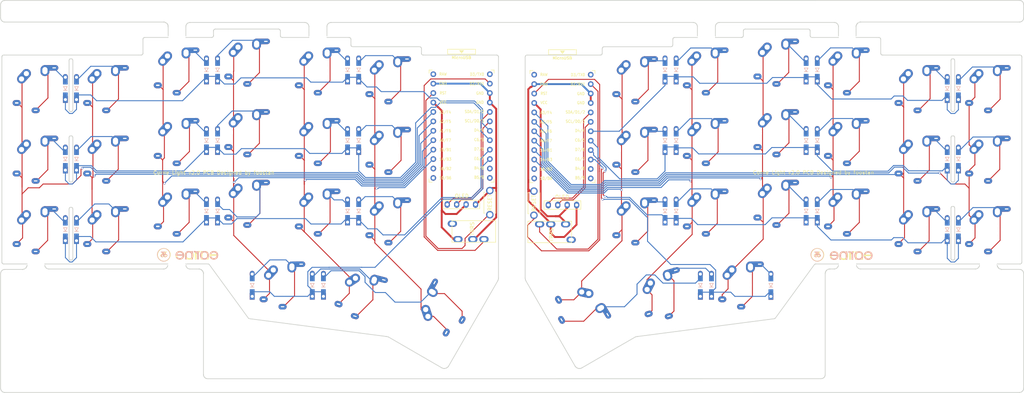
<source format=kicad_pcb>
(kicad_pcb (version 20240108) (generator "pcbnew") (generator_version "8.0")
  (title_block (title "Corne Light") (date "2020-11-12") (rev "2.0") (company "foostan"))
  (layers (0 "F.Cu" signal) (31 "B.Cu" signal) (34 "B.Paste" user) (35 "F.Paste" user) (36 "B.SilkS" user "B.Silkscreen") (37 "F.SilkS" user "F.Silkscreen") (38 "B.Mask" user) (39 "F.Mask" user) (44 "Edge.Cuts" user))
  (net 0 "")
  (net 1 "row0")
  (net 2 "Net-(D1-Pad2)")
  (net 3 "row1")
  (net 4 "Net-(D2-Pad2)")
  (net 5 "row2")
  (net 6 "Net-(D3-Pad2)")
  (net 7 "row3")
  (net 8 "Net-(D4-Pad2)")
  (net 9 "Net-(D5-Pad2)")
  (net 10 "Net-(D6-Pad2)")
  (net 11 "Net-(D7-Pad2)")
  (net 12 "Net-(D8-Pad2)")
  (net 13 "Net-(D9-Pad2)")
  (net 14 "Net-(D10-Pad2)")
  (net 15 "Net-(D11-Pad2)")
  (net 16 "Net-(D12-Pad2)")
  (net 17 "Net-(D13-Pad2)")
  (net 18 "Net-(D14-Pad2)")
  (net 19 "Net-(D15-Pad2)")
  (net 20 "Net-(D16-Pad2)")
  (net 21 "Net-(D17-Pad2)")
  (net 22 "Net-(D18-Pad2)")
  (net 23 "Net-(D19-Pad2)")
  (net 24 "Net-(D20-Pad2)")
  (net 25 "Net-(D21-Pad2)")
  (net 26 "GND")
  (net 27 "VCC")
  (net 28 "col0")
  (net 29 "col1")
  (net 30 "col2")
  (net 31 "col3")
  (net 32 "col4")
  (net 33 "col5")
  (net 34 "data")
  (net 35 "reset")
  (net 36 "SCL")
  (net 37 "SDA")
  (net 38 "Net-(U1-Pad14)")
  (net 39 "Net-(U1-Pad13)")
  (net 40 "Net-(U1-Pad12)")
  (net 41 "Net-(U1-Pad11)")
  (net 42 "Net-(J1-PadA)")
  (net 43 "Net-(U1-Pad24)")
  (net 44 "Net-(D22-Pad2)")
  (net 45 "row0_r")
  (net 46 "Net-(D23-Pad2)")
  (net 47 "Net-(D24-Pad2)")
  (net 48 "Net-(D25-Pad2)")
  (net 49 "Net-(D26-Pad2)")
  (net 50 "Net-(D27-Pad2)")
  (net 51 "row1_r")
  (net 52 "Net-(D28-Pad2)")
  (net 53 "Net-(D29-Pad2)")
  (net 54 "Net-(D30-Pad2)")
  (net 55 "Net-(D31-Pad2)")
  (net 56 "Net-(D32-Pad2)")
  (net 57 "Net-(D33-Pad2)")
  (net 58 "row2_r")
  (net 59 "Net-(D34-Pad2)")
  (net 60 "Net-(D35-Pad2)")
  (net 61 "Net-(D36-Pad2)")
  (net 62 "Net-(D37-Pad2)")
  (net 63 "Net-(D38-Pad2)")
  (net 64 "Net-(D39-Pad2)")
  (net 65 "Net-(D40-Pad2)")
  (net 66 "row3_r")
  (net 67 "Net-(D41-Pad2)")
  (net 68 "Net-(D42-Pad2)")
  (net 69 "data_r")
  (net 70 "Net-(J6-PadA)")
  (net 71 "SDA_r")
  (net 72 "SCL_r")
  (net 73 "reset_r")
  (net 74 "col0_r")
  (net 75 "col1_r")
  (net 76 "col2_r")
  (net 77 "col3_r")
  (net 78 "col4_r")
  (net 79 "col5_r")
  (net 80 "Net-(U2-Pad24)")
  (net 81 "Net-(U2-Pad14)")
  (net 82 "Net-(U2-Pad13)")
  (net 83 "Net-(U2-Pad12)")
  (net 84 "Net-(U2-Pad11)")
  (net 85 "VDD")
  (net 86 "GNDA")
  (net 87 "Net-(U1-Pad1)")
  (net 88 "Net-(U2-Pad1)")
  (footprint "kbd:MJ-4PP-9_1side" (layer "F.Cu") (at 146.2145 84.432 -90)
    (property "Reference" "J1")
    (property "Value" "MJ-4PP-9" (hide yes))
  )
  (footprint "kbd:MJ-4PP-9_1side" (layer "F.Cu") (at 154.607847 84.565432 90)
    (property "Reference" "J6")
    (property "Value" "MJ-4PP-9" (hide yes))
  )
  (footprint "kbd:ResetSW_1side" (layer "F.Cu") (at 156.374847 76.817432 -90)
    (property "Reference" "RSW2" (hide yes))
    (property "Value" "SW_PUSH")
  )
  (footprint "kbd:keyswitch_cherrymx_alps_choc12_1u" (layer "F.Cu") (at 278.684847 45.920432)
    (property "Reference" "SW22" (hide yes))
    (property "Value" "SW_PUSH" (hide yes))
  )
  (footprint "kbd:keyswitch_cherrymx_alps_choc12_1u" (layer "F.Cu") (at 259.684847 45.920432)
    (property "Reference" "SW23" (hide yes))
    (property "Value" "SW_PUSH" (hide yes))
  )
  (footprint "kbd:keyswitch_cherrymx_alps_choc12_1u" (layer "F.Cu") (at 240.684847 41.170432)
    (property "Reference" "SW24" (hide yes))
    (property "Value" "SW_PUSH" (hide yes))
  )
  (footprint "kbd:keyswitch_cherrymx_alps_choc12_1u" (layer "F.Cu") (at 221.684847 38.795432)
    (property "Reference" "SW25" (hide yes))
    (property "Value" "SW_PUSH" (hide yes))
  )
  (footprint "kbd:keyswitch_cherrymx_alps_choc12_1u" (layer "F.Cu") (at 202.684847 41.170432)
    (property "Reference" "SW26" (hide yes))
    (property "Value" "SW_PUSH" (hide yes))
  )
  (footprint "kbd:keyswitch_cherrymx_alps_choc12_1u" (layer "F.Cu") (at 183.684847 43.545432)
    (property "Reference" "SW27" (hide yes))
    (property "Value" "SW_PUSH" (hide yes))
  )
  (footprint "kbd:keyswitch_cherrymx_alps_choc12_1u" (layer "F.Cu") (at 278.684847 64.920432)
    (property "Reference" "SW28" (hide yes))
    (property "Value" "SW_PUSH" (hide yes))
  )
  (footprint "kbd:keyswitch_cherrymx_alps_choc12_1u" (layer "F.Cu") (at 259.684847 64.920432)
    (property "Reference" "SW29" (hide yes))
    (property "Value" "SW_PUSH" (hide yes))
  )
  (footprint "kbd:keyswitch_cherrymx_alps_choc12_1u" (layer "F.Cu") (at 240.684847 60.170432)
    (property "Reference" "SW30" (hide yes))
    (property "Value" "SW_PUSH" (hide yes))
  )
  (footprint "kbd:keyswitch_cherrymx_alps_choc12_1u" (layer "F.Cu") (at 221.684847 57.795432)
    (property "Reference" "SW31" (hide yes))
    (property "Value" "SW_PUSH" (hide yes))
  )
  (footprint "kbd:keyswitch_cherrymx_alps_choc12_1u" (layer "F.Cu") (at 202.684847 60.170432)
    (property "Reference" "SW32" (hide yes))
    (property "Value" "SW_PUSH" (hide yes))
  )
  (footprint "kbd:keyswitch_cherrymx_alps_choc12_1u" (layer "F.Cu") (at 183.684847 62.545432)
    (property "Reference" "SW33" (hide yes))
    (property "Value" "SW_PUSH" (hide yes))
  )
  (footprint "kbd:keyswitch_cherrymx_alps_choc12_1u" (layer "F.Cu") (at 278.684847 83.920432)
    (property "Reference" "SW34" (hide yes))
    (property "Value" "SW_PUSH" (hide yes))
  )
  (footprint "kbd:keyswitch_cherrymx_alps_choc12_1u" (layer "F.Cu") (at 259.684847 83.920432)
    (property "Reference" "SW35" (hide yes))
    (property "Value" "SW_PUSH" (hide yes))
  )
  (footprint "kbd:keyswitch_cherrymx_alps_choc12_1u" (layer "F.Cu") (at 240.684847 79.170432)
    (property "Reference" "SW36" (hide yes))
    (property "Value" "SW_PUSH" (hide yes))
  )
  (footprint "kbd:keyswitch_cherrymx_alps_choc12_1u" (layer "F.Cu") (at 221.684847 76.795432)
    (property "Reference" "SW37" (hide yes))
    (property "Value" "SW_PUSH" (hide yes))
  )
  (footprint "kbd:keyswitch_cherrymx_alps_choc12_1u" (layer "F.Cu") (at 202.684847 79.170432)
    (property "Reference" "SW38" (hide yes))
    (property "Value" "SW_PUSH" (hide yes))
  )
  (footprint "kbd:keyswitch_cherrymx_alps_choc12_1u" (layer "F.Cu") (at 212.184847 98.795432)
    (property "Reference" "SW40" (hide yes))
    (property "Value" "SW_PUSH" (hide yes))
  )
  (footprint "kbd:keyswitch_cherrymx_alps_choc12_1u" (layer "F.Cu") (at 191.184847 101.545432 15)
    (property "Reference" "SW41" (hide yes))
    (property "Value" "SW_PUSH" (hide yes))
  )
  (footprint "kbd:keyswitch_cherrymx_alps_choc12_1u" (layer "F.Cu") (at 183.684847 81.545432)
    (property "Reference" "SW39" (hide yes))
    (property "Value" "SW_PUSH" (hide yes))
  )
  (footprint "kbd:ProMicro_v3" (layer "F.Cu") (at 136.8925 56.56)
    (property "Reference" "U1" (hide yes))
    (property "Value" "ProMicro" (hide yes))
  )
  (footprint "kbd:ProMicro_v3" (layer "F.Cu") (at 164.062847 56.686432)
    (property "Reference" "U2" (hide yes))
    (property "Value" "ProMicro" (hide yes))
  )
  (footprint "kbd:keyswitch_cherrymx_alps_choc12_1u" (layer "F.Cu") (at 117.1875 43.545)
    (property "Reference" "SW6" (hide yes))
    (property "Value" "SW_PUSH" (hide yes))
  )
  (footprint "kbd:keyswitch_cherrymx_alps_choc12_1u" (layer "F.Cu") (at 98.1875 41.17)
    (property "Reference" "SW5" (hide yes))
    (property "Value" "SW_PUSH" (hide yes))
  )
  (footprint "kbd:keyswitch_cherrymx_alps_choc12_1u" (layer "F.Cu") (at 79.1875 38.795)
    (property "Reference" "SW4" (hide yes))
    (property "Value" "SW_PUSH" (hide yes))
  )
  (footprint "kbd:keyswitch_cherrymx_alps_choc12_1u" (layer "F.Cu") (at 60.1875 41.17)
    (property "Reference" "SW3" (hide yes))
    (property "Value" "SW_PUSH" (hide yes))
  )
  (footprint "kbd:keyswitch_cherrymx_alps_choc12_1u" (layer "F.Cu") (at 41.1875 45.92)
    (property "Reference" "SW2" (hide yes))
    (property "Value" "SW_PUSH" (hide yes))
  )
  (footprint "kbd:keyswitch_cherrymx_alps_choc12_1u" (layer "F.Cu") (at 117.1875 81.545)
    (property "Reference" "SW18" (hide yes))
    (property "Value" "SW_PUSH" (hide yes))
  )
  (footprint "kbd:keyswitch_cherrymx_alps_choc12_1.5u" (layer "F.Cu") (at 131.9375 105.295 60)
    (property "Reference" "SW21" (hide yes))
    (property "Value" "SW_PUSH" (hide yes))
  )
  (footprint "kbd:keyswitch_cherrymx_alps_choc12_1u" (layer "F.Cu") (at 22.1875 83.92)
    (property "Reference" "SW13" (hide yes))
    (property "Value" "SW_PUSH" (hide yes))
  )
  (footprint "kbd:keyswitch_cherrymx_alps_choc12_1u" (layer "F.Cu") (at 109.6875 101.545 -15)
    (property "Reference" "SW20" (hide yes))
    (property "Value" "SW_PUSH" (hide yes))
  )
  (footprint "kbd:keyswitch_cherrymx_alps_choc12_1u" (layer "F.Cu") (at 88.6875 98.795)
    (property "Reference" "SW19" (hide yes))
    (property "Value" "SW_PUSH" (hide yes))
  )
  (footprint "kbd:keyswitch_cherrymx_alps_choc12_1u" (layer "F.Cu") (at 98.1875 79.17)
    (property "Reference" "SW17" (hide yes))
    (property "Value" "SW_PUSH" (hide yes))
  )
  (footprint "kbd:keyswitch_cherrymx_alps_choc12_1u" (layer "F.Cu") (at 79.1875 76.795)
    (property "Reference" "SW16" (hide yes))
    (property "Value" "SW_PUSH" (hide yes))
  )
  (footprint "kbd:keyswitch_cherrymx_alps_choc12_1u" (layer "F.Cu") (at 60.1875 79.17)
    (property "Reference" "SW15" (hide yes))
    (property "Value" "SW_PUSH" (hide yes))
  )
  (footprint "kbd:keyswitch_cherrymx_alps_choc12_1u" (layer "F.Cu") (at 41.1875 83.92)
    (property "Reference" "SW14" (hide yes))
    (property "Value" "SW_PUSH" (hide yes))
  )
  (footprint "kbd:keyswitch_cherrymx_alps_choc12_1u" (layer "F.Cu") (at 117.1875 62.545)
    (property "Reference" "SW12" (hide yes))
    (property "Value" "SW_PUSH" (hide yes))
  )
  (footprint "kbd:keyswitch_cherrymx_alps_choc12_1u" (layer "F.Cu") (at 98.1875 60.17)
    (property "Reference" "SW11" (hide yes))
    (property "Value" "SW_PUSH" (hide yes))
  )
  (footprint "kbd:keyswitch_cherrymx_alps_choc12_1u" (layer "F.Cu") (at 79.1875 57.795)
    (property "Reference" "SW10" (hide yes))
    (property "Value" "SW_PUSH" (hide yes))
  )
  (footprint "kbd:keyswitch_cherrymx_alps_choc12_1u" (layer "F.Cu") (at 60.1875 60.17)
    (property "Reference" "SW9" (hide yes))
    (property "Value" "SW_PUSH" (hide yes))
  )
  (footprint "kbd:keyswitch_cherrymx_alps_choc12_1u" (layer "F.Cu") (at 41.1875 64.92)
    (property "Reference" "SW8" (hide yes))
    (property "Value" "SW_PUSH" (hide yes))
  )
  (footprint "kbd:keyswitch_cherrymx_alps_choc12_1u" (layer "F.Cu") (at 22.1875 64.92)
    (property "Reference" "SW7" (hide yes))
    (property "Value" "SW_PUSH" (hide yes))
  )
  (footprint "kbd:keyswitch_cherrymx_alps_choc12_1u" (layer "F.Cu") (at 22.1875 45.92)
    (property "Reference" "SW1" (hide yes))
    (property "Value" "SW_PUSH" (hide yes))
  )
  (footprint "kbd:thread_m2" (layer "F.Cu") (at 156.330847 93.085432)
    (property "Reference" "Ref**" (hide yes))
    (property "Value" "Val**" (hide yes))
  )
  (footprint "kbd:thread_m2" (layer "F.Cu") (at 170.889847 84.542432)
    (property "Reference" "Ref**" (hide yes))
    (property "Value" "Val**" (hide yes))
  )
  (footprint "kbd:keyswitch_cherrymx_alps_choc12_1.5u" (layer "F.Cu") (at 168.934847 105.295432 -60)
    (property "Reference" "SW42" (hide yes))
    (property "Value" "SW_PUSH" (hide yes))
  )
  (footprint "kbd:OLED_1side" (layer "F.Cu") (at 133.0285 77.168)
    (property "Reference" "J2")
    (property "Value" "OLED" (hide yes))
  )
  (footprint "kbd:ResetSW_1side" (layer "F.Cu") (at 144.5045 76.671 -90)
    (property "Reference" "RSW1" (hide yes))
    (property "Value" "SW_PUSH")
  )
  (footprint "kbd:Breakaway_Tabs" (layer "F.Cu") (at 22.19625 93.38)
    (property "Reference" "J5")
    (property "Value" "Breakaway_Tabs")
  )
  (footprint "kbd:Breakaway_Tabs" (layer "F.Cu") (at 60.1845 93.38)
    (property "Reference" "J5")
    (property "Value" "Breakaway_Tabs")
  )
  (footprint "kbd:Breakaway_Tabs" (layer "F.Cu") (at 60.2875 31.97)
    (property "Reference" "J5")
    (property "Value" "Breakaway_Tabs")
  )
  (footprint "kbd:Breakaway_Tabs" (layer "F.Cu") (at 98.2575 31.97)
    (property "Reference" "J5")
    (property "Value" "Breakaway_Tabs")
  )
  (footprint "kbd:Breakaway_Tabs" (layer "F.Cu") (at 202.7775 31.98)
    (property "Reference" "J5")
    (property "Value" "Breakaway_Tabs")
  )
  (footprint "kbd:Breakaway_Tabs" (layer "F.Cu") (at 240.7975 31.97)
    (property "Reference" "J5")
    (property "Value" "Breakaway_Tabs")
  )
  (footprint "kbd:Breakaway_Tabs" (layer "F.Cu") (at 278.8275 93.39)
    (property "Reference" "J5")
    (property "Value" "Breakaway_Tabs")
  )
  (footprint "kbd:Breakaway_Tabs" (layer "F.Cu") (at 240.8275 93.39)
    (property "Reference" "J5")
    (property "Value" "Breakaway_Tabs")
  )
  (footprint "kbd:OLED_1side" (layer "F.Cu") (at 160.2575 77.31)
    (property "Reference" "J7")
    (property "Value" "OLED" (hide yes))
  )
  (footprint "kbd:corne-logo-horizontal" (layer "F.Cu") (at 65.7125 90.93)
    (property "Reference" "G***" (hide yes))
    (property "Value" "LOGO" (hide yes))
  )
  (footprint "kbd:corne-logo-horizontal" (layer "F.Cu") (at 241.9425 91.01)
    (property "Reference" "G***" (hide yes))
    (property "Value" "LOGO" (hide yes))
  )
  (footprint "" (layer "F.Cu") (at 107.6505 51.9305)
    (property "Reference" "")
    (property "Value" "")
  )
  (footprint "" (layer "F.Cu") (at 31.6955 74.4205)
    (property "Reference" "")
    (property "Value" "")
  )
  (footprint "" (layer "F.Cu") (at 50.7125 74.445)
    (property "Reference" "")
    (property "Value" "")
  )
  (footprint "" (layer "F.Cu") (at 74.8395 91.6855)
    (property "Reference" "")
    (property "Value" "")
  )
  (footprint "" (layer "F.Cu") (at 226.055847 91.696932)
    (property "Reference" "")
    (property "Value" "")
  )
  (footprint "" (layer "F.Cu") (at 50.7125 55.445)
    (property "Reference" "")
    (property "Value" "")
  )
  (footprint "" (layer "F.Cu") (at 31.6955 55.4205)
    (property "Reference" "")
    (property "Value" "")
  )
  (footprint "" (layer "F.Cu") (at 250.2125 55.426932)
    (property "Reference" "")
    (property "Value" "")
  )
  (footprint "" (layer "F.Cu") (at 269.195847 74.426932)
    (property "Reference" "")
    (property "Value" "")
  )
  (footprint "" (layer "F.Cu") (at 193.235847 51.936932)
    (property "Reference" "")
    (property "Value" "")
  )
  (footprint "" (layer "F.Cu") (at 269.195847 55.426932)
    (property "Reference" "")
    (property "Value" "")
  )
  (footprint "kdkb_tools:logo-vsmall" (layer "F.Cu") (at 232.7125 90.695)
    (property "Reference" "G***" (hide yes))
    (property "Value" "LOGO" (hide yes))
  )
  (footprint "" (layer "F.Cu") (at 121.4055 99.3)
    (property "Reference" "")
    (property "Value" "")
  )
  (footprint "" (layer "F.Cu") (at 179.485847 99.446932)
    (property "Reference" "")
    (property "Value" "")
  )
  (footprint "kdkb_tools:logo-vsmall" (layer "F.Cu") (at 56.7125 90.695)
    (property "Reference" "G***" (hide yes))
    (property "Value" "LOGO" (hide yes))
  )
  (footprint "" (layer "F.Cu") (at 250.2125 74.426932)
    (property "Reference" "")
    (property "Value" "")
  )
  (footprint "kbd:D3_TH_SMD_v2" (layer "B.Cu") (at 270.684847 83.920432 90)
    (property "Reference" "D34" (hide yes))
    (property "Value" "D" (hide yes))
  )
  (footprint "kbd:D3_TH_SMD_v2" (layer "B.Cu") (at 232.684847 78.920432 90)
    (property "Reference" "D36" (hide yes))
    (property "Value" "D" (hide yes))
  )
  (footprint "kbd:D3_TH_SMD_v2" (layer "B.Cu") (at 229.684847 78.915432 90)
    (property "Reference" "D37" (hide yes))
    (property "Value" "D" (hide yes))
  )
  (footprint "kbd:D3_TH_SMD_v2" (layer "B.Cu") (at 194.684847 78.920432 90)
    (property "Reference" "D38" (hide yes))
    (property "Value" "D" (hide yes))
  )
  (footprint "kbd:D3_TH_SMD_v2" (layer "B.Cu") (at 191.684847 78.920432 90)
    (property "Reference" "D39" (hide yes))
    (property "Value" "D" (hide yes))
  )
  (footprint "kbd:D3_TH_SMD_v2" (layer "B.Cu") (at 220.184847 98.930432 90)
    (property "Reference" "D40" (hide yes))
    (property "Value" "D" (hide yes))
  )
  (footprint "kbd:D3_TH_SMD_v2" (layer "B.Cu") (at 204.194847 98.915432 90)
    (property "Reference" "D41" (hide yes))
    (property "Value" "D" (hide yes))
  )
  (footprint "kbd:D3_TH_SMD_v2" (layer "B.Cu") (at 201.194847 98.915432 90)
    (property "Reference" "D42" (hide yes))
    (property "Value" "D" (hide yes))
  )
  (footprint "kbd:D3_TH_SMD_v2" (layer "B.Cu") (at 270.684847 45.920432 90)
    (property "Reference" "D22" (hide yes))
    (property "Value" "D" (hide yes))
  )
  (footprint "kbd:D3_TH_SMD_v2" (layer "B.Cu") (at 267.684847 45.920432 90)
    (property "Reference" "D23" (hide yes))
    (property "Value" "D" (hide yes))
  )
  (footprint "kbd:D3_TH_SMD_v2" (layer "B.Cu") (at 232.684847 40.920432 90)
    (property "Reference" "D24" (hide yes))
    (property "Value" "D" (hide yes))
  )
  (footprint "kbd:D3_TH_SMD_v2" (layer "B.Cu") (at 229.684847 40.915432 90)
    (property "Reference" "D25" (hide yes))
    (property "Value" "D" (hide yes))
  )
  (footprint "kbd:D3_TH_SMD_v2" (layer "B.Cu") (at 194.684847 40.920432 90)
    (property "Reference" "D26" (hide yes))
    (property "Value" "D" (hide yes))
  )
  (footprint "kbd:D3_TH_SMD_v2" (layer "B.Cu") (at 191.684847 40.920432 90)
    (property "Reference" "D27" (hide yes))
    (property "Value" "D" (hide yes))
  )
  (footprint "kbd:D3_TH_SMD_v2" (layer "B.Cu") (at 270.684847 64.920432 90)
    (property "Reference" "D28" (hide yes))
    (property "Value" "D" (hide yes))
  )
  (footprint "kbd:D3_TH_SMD_v2" (layer "B.Cu") (at 267.684847 64.920432 90)
    (property "Reference" "D29" (hide yes))
    (property "Value" "D" (hide yes))
  )
  (footprint "kbd:D3_TH_SMD_v2" (layer "B.Cu") (at 232.684847 59.920432 90)
    (property "Reference" "D30" (hide yes))
    (property "Value" "D" (hide yes))
  )
  (footprint "kbd:D3_TH_SMD_v2" (layer "B.Cu") (at 229.684847 59.915432 90)
    (property "Reference" "D31" (hide yes))
    (property "Value" "D" (hide yes))
  )
  (footprint "kbd:D3_TH_SMD_v2" (layer "B.Cu") (at 194.684847 59.920432 90)
    (property "Reference" "D32" (hide yes))
    (property "Value" "D" (hide yes))
  )
  (footprint "kbd:D3_TH_SMD_v2" (layer "B.Cu") (at 33.1875 83.92 90)
    (property "Reference" "D14" (hide yes))
    (property "Value" "D" (hide yes))
  )
  (footprint "kbd:D3_TH_SMD_v2" (layer "B.Cu") (at 33.1875 64.92 90)
    (property "Reference" "D8" (hide yes))
    (property "Value" "D" (hide yes))
  )
  (footprint "kbd:D3_TH_SMD_v2" (layer "B.Cu") (at 33.1875 45.92 90)
    (property "Reference" "D2" (hide yes))
    (property "Value" "D" (hide yes))
  )
  (footprint "kbd:D3_TH_SMD_v2" (layer "B.Cu") (at 191.684847 59.920432 90)
    (property "Reference" "D33" (hide yes))
    (property "Value" "D" (hide yes))
  )
  (footprint "kbd:D3_TH_SMD_v2" (layer "B.Cu") (at 99.6875 98.905 90)
    (property "Reference" "D21" (hide yes))
    (property "Value" "D" (hide yes))
  )
  (footprint "kbd:D3_TH_SMD_v2" (layer "B.Cu") (at 96.6875 98.905 90)
    (property "Reference" "D20" (hide yes))
    (property "Value" "D" (hide yes))
  )
  (footprint "kbd:D3_TH_SMD_v2" (layer "B.Cu") (at 80.5075 98.91 90)
    (property "Reference" "D19" (hide yes))
    (property "Value" "D" (hide yes))
  )
  (footprint "kbd:D3_TH_SMD_v2" (layer "B.Cu") (at 109.1875 78.92 90)
    (property "Reference" "D18" (hide yes))
    (property "Value" "D" (hide yes))
  )
  (footprint "kbd:D3_TH_SMD_v2" (layer "B.Cu") (at 106.1875 78.92 90)
    (property "Reference" "D17" (hide yes))
    (property "Value" "D" (hide yes))
  )
  (footprint "kbd:D3_TH_SMD_v2" (layer "B.Cu") (at 71.1875 78.915 90)
    (property "Reference" "D16" (hide yes))
    (property "Value" "D" (hide yes))
  )
  (footprint "kbd:D3_TH_SMD_v2" (layer "B.Cu") (at 68.1875 78.92 90)
    (property "Reference" "D15" (hide yes))
    (property "Value" "D" (hide yes))
  )
  (footprint "kbd:D3_TH_SMD_v2" (layer "B.Cu") (at 30.1875 83.916875 90)
    (property "Reference" "D13" (hide yes))
    (property "Value" "D" (hide yes))
  )
  (footprint "kbd:D3_TH_SMD_v2" (layer "B.Cu") (at 109.1875 59.92 90)
    (property "Reference" "D12" (hide yes))
    (property "Value" "D" (hide yes))
  )
  (footprint "kbd:D3_TH_SMD_v2" (layer "B.Cu") (at 106.1875 59.92 90)
    (property "Reference" "D11" (hide yes))
    (property "Value" "D" (hide yes))
  )
  (footprint "kbd:D3_TH_SMD_v2" (layer "B.Cu") (at 71.1875 59.915 90)
    (property "Reference" "D10" (hide yes))
    (property "Value" "D" (hide yes))
  )
  (footprint "kbd:D3_TH_SMD_v2" (layer "B.Cu") (at 68.1875 59.92 90)
    (property "Reference" "D9" (hide yes))
    (property "Value" "D" (hide yes))
  )
  (footprint "kbd:D3_TH_SMD_v2" (layer "B.Cu") (at 30.1875 64.916875 90)
    (property "Reference" "D7" (hide yes))
    (property "Value" "D" (hide yes))
  )
  (footprint "kbd:D3_TH_SMD_v2" (layer "B.Cu") (at 109.1875 40.92 90)
    (property "Reference" "D6" (hide yes))
    (property "Value" "D" (hide yes))
  )
  (footprint "kbd:D3_TH_SMD_v2" (layer "B.Cu") (at 106.1875 40.92 90)
    (property "Reference" "D5" (hide yes))
    (property "Value" "D" (hide yes))
  )
  (footprint "kbd:D3_TH_SMD_v2" (layer "B.Cu") (at 71.1875 40.915 90)
    (property "Reference" "D4" (hide yes))
    (property "Value" "D" (hide yes))
  )
  (footprint "kbd:D3_TH_SMD_v2" (layer "B.Cu") (at 68.1875 40.92 90)
    (property "Reference" "D3" (hide yes))
    (property "Value" "D" (hide yes))
  )
  (footprint "kbd:D3_TH_SMD_v2" (layer "B.Cu") (at 30.1875 45.916875 90)
    (property "Reference" "D1" (hide yes))
    (property "Value" "D" (hide yes))
  )
  (footprint "kbd:D3_TH_SMD_v2" (layer "B.Cu") (at 267.684847 83.920432 90)
    (property "Reference" "D35" (hide yes))
    (property "Value" "D" (hide yes))
  )
  (footprint "kbd:thread_m2" (layer "B.Cu") (at 129.9445 84.419 180)
    (property "Reference" "Ref**" (hide yes))
    (property "Value" "Val**" (hide yes))
  )
  (footprint "kbd:thread_m2" (layer "B.Cu") (at 144.3765 92.94 180)
    (property "Reference" "Ref**" (hide yes))
    (property "Value" "Val**" (hide yes))
  )
  (footprint "kbd:corne-logo-horizontal" (layer "B.Cu") (at 65.4825 90.93 180)
    (property "Reference" "G***" (hide yes))
    (property "Value" "LOGO" (hide yes))
  )
  (footprint "kbd:corne-logo-horizontal" (layer "B.Cu") (at 241.7125 91.01 180)
    (property "Reference" "G***" (hide yes))
    (property "Value" "LOGO" (hide yes))
  )
  (footprint "kbd:thread_m2" (layer "B.Cu") (at 250.2125 74.426932 180)
    (property "Reference" "Ref**" (hide yes))
    (property "Value" "Val**" (hide yes))
  )
  (footprint "kdkb_tools:logo-vsmall" (layer "B.Cu") (at 56.7125 90.695 180)
    (property "Reference" "G***" (hide yes))
    (property "Value" "LOGO" (hide yes))
  )
  (footprint "kbd:thread_m2" (layer "B.Cu") (at 74.8395 91.6855 180)
    (property "Reference" "Ref**" (hide yes))
    (property "Value" "Val**" (hide yes))
  )
  (footprint "kbd:thread_m2" (layer "B.Cu") (at 121.4055 99.3 180)
    (property "Reference" "Ref**" (hide yes))
    (property "Value" "Val**" (hide yes))
  )
  (footprint "kbd:thread_m2" (layer "B.Cu") (at 179.485847 99.446932 180)
    (property "Reference" "Ref**" (hide yes))
    (property "Value" "Val**" (hide yes))
  )
  (footprint "kbd:thread_m2" (layer "B.Cu") (at 107.6505 51.9305 180)
    (property "Reference" "Ref**" (hide yes))
    (property "Value" "Val**" (hide yes))
  )
  (footprint "kbd:thread_m2" (layer "B.Cu") (at 50.7125 74.445 180)
    (property "Reference" "Ref**" (hide yes))
    (property "Value" "Val**" (hide yes))
  )
  (footprint "kdkb_tools:logo-vsmall" (layer "B.Cu") (at 232.7125 90.695 180)
    (property "Reference" "G***" (hide yes))
    (property "Value" "LOGO" (hide yes))
  )
  (footprint "kbd:thread_m2" (layer "B.Cu") (at 31.6955 55.4205 180)
    (property "Reference" "Ref**" (hide yes))
    (property "Value" "Val**" (hide yes))
  )
  (footprint "kbd:thread_m2" (layer "B.Cu") (at 31.6955 74.4205 180)
    (property "Reference" "Ref**" (hide yes))
    (property "Value" "Val**" (hide yes))
  )
  (footprint "kbd:thread_m2" (layer "B.Cu") (at 226.055847 91.696932 180)
    (property "Reference" "Ref**" (hide yes))
    (property "Value" "Val**" (hide yes))
  )
  (footprint "kbd:thread_m2" (layer "B.Cu") (at 269.195847 74.426932 180)
    (property "Reference" "Ref**" (hide yes))
    (property "Value" "Val**" (hide yes))
  )
  (footprint "kbd:thread_m2" (layer "B.Cu") (at 193.235847 51.936932 180)
    (property "Reference" "Ref**" (hide yes))
    (property "Value" "Val**" (hide yes))
  )
  (footprint "kbd:thread_m2" (layer "B.Cu") (at 269.195847 55.426932 180)
    (property "Reference" "Ref**" (hide yes))
    (property "Value" "Val**" (hide yes))
  )
  (footprint "kbd:thread_m2" (layer "B.Cu") (at 50.7125 55.445 180)
    (property "Reference" "Ref**" (hide yes))
    (property "Value" "Val**" (hide yes))
  )
  (footprint "kbd:thread_m2" (layer "B.Cu") (at 250.2125 55.426932 180)
    (property "Reference" "Ref**" (hide yes))
    (property "Value" "Val**" (hide yes))
  )
  (gr_line (start 31.1975 51.66) (end 31.1975 38.41) (stroke (width 0.2)) (layer "Edge.Cuts"))
  (gr_line (start 32.1975 59.16) (end 32.1975 70.66) (stroke (width 0.2)) (layer "Edge.Cuts"))
  (gr_line (start 31.47875 37.94125) (end 31.6975 37.91) (stroke (width 0.2)) (layer "Edge.Cuts"))
  (gr_line (start 31.885 37.94125) (end 31.6975 37.91) (stroke (width 0.2)) (layer "Edge.Cuts"))
  (gr_line (start 31.22875 38.2225) (end 31.3225 38.035) (stroke (width 0.2)) (layer "Edge.Cuts"))
  (gr_line (start 31.22875 38.2225) (end 31.1975 38.41) (stroke (width 0.2)) (layer "Edge.Cuts"))
  (gr_line (start 32.16625 38.2225) (end 32.0725 38.035) (stroke (width 0.2)) (layer "Edge.Cuts"))
  (gr_line (start 32.1975 38.41) (end 32.16625 38.2225) (stroke (width 0.2)) (layer "Edge.Cuts"))
  (gr_line (start 31.51 52.12875) (end 31.6975 52.16) (stroke (width 0.2)) (layer "Edge.Cuts"))
  (gr_line (start 31.22875 51.8475) (end 31.3225 52.035) (stroke (width 0.2)) (layer "Edge.Cuts"))
  (gr_line (start 31.1975 51.66) (end 31.22875 51.8475) (stroke (width 0.2)) (layer "Edge.Cuts"))
  (gr_line (start 32.16625 51.8475) (end 32.1975 51.66) (stroke (width 0.2)) (layer "Edge.Cuts"))
  (gr_line (start 31.91625 52.12875) (end 32.0725 52.035) (stroke (width 0.2)) (layer "Edge.Cuts"))
  (gr_line (start 32.16625 51.8475) (end 32.0725 52.035) (stroke (width 0.2)) (layer "Edge.Cuts"))
  (gr_line (start 31.91625 52.12875) (end 31.6975 52.16) (stroke (width 0.2)) (layer "Edge.Cuts"))
  (gr_line (start 31.3225 52.035) (end 31.51 52.12875) (stroke (width 0.2)) (layer "Edge.Cuts"))
  (gr_line (start 31.885 58.69125) (end 31.6975 58.66) (stroke (width 0.2)) (layer "Edge.Cuts"))
  (gr_line (start 32.16625 58.9725) (end 32.0725 58.785) (stroke (width 0.2)) (layer "Edge.Cuts"))
  (gr_line (start 32.1975 59.16) (end 32.16625 58.9725) (stroke (width 0.2)) (layer "Edge.Cuts"))
  (gr_line (start 31.22875 58.9725) (end 31.1975 59.16) (stroke (width 0.2)) (layer "Edge.Cuts"))
  (gr_line (start 31.47875 58.69125) (end 31.3225 58.785) (stroke (width 0.2)) (layer "Edge.Cuts"))
  (gr_line (start 31.22875 58.9725) (end 31.3225 58.785) (stroke (width 0.2)) (layer "Edge.Cuts"))
  (gr_line (start 31.47875 58.69125) (end 31.6975 58.66) (stroke (width 0.2)) (layer "Edge.Cuts"))
  (gr_line (start 32.0725 58.785) (end 31.885 58.69125) (stroke (width 0.2)) (layer "Edge.Cuts"))
  (gr_line (start 31.51 71.12875) (end 31.6975 71.16) (stroke (width 0.2)) (layer "Edge.Cuts"))
  (gr_line (start 32.16625 70.8475) (end 32.1975 70.66) (stroke (width 0.2)) (layer "Edge.Cuts"))
  (gr_line (start 32.16625 70.8475) (end 32.0725 71.035) (stroke (width 0.2)) (layer "Edge.Cuts"))
  (gr_line (start 31.22875 70.8475) (end 31.3225 71.035) (stroke (width 0.2)) (layer "Edge.Cuts"))
  (gr_line (start 31.91625 71.12875) (end 32.0725 71.035) (stroke (width 0.2)) (layer "Edge.Cuts"))
  (gr_line (start 31.3225 71.035) (end 31.51 71.12875) (stroke (width 0.2)) (layer "Edge.Cuts"))
  (gr_line (start 31.91625 71.12875) (end 31.6975 71.16) (stroke (width 0.2)) (layer "Edge.Cuts"))
  (gr_line (start 31.1975 70.66) (end 31.22875 70.8475) (stroke (width 0.2)) (layer "Edge.Cuts"))
  (gr_line (start 31.47875 77.94125) (end 31.3225 78.035) (stroke (width 0.2)) (layer "Edge.Cuts"))
  (gr_line (start 31.22875 78.2225) (end 31.3225 78.035) (stroke (width 0.2)) (layer "Edge.Cuts"))
  (gr_line (start 32.16625 78.2225) (end 32.0725 78.035) (stroke (width 0.2)) (layer "Edge.Cuts"))
  (gr_line (start 31.885 77.94125) (end 31.6975 77.91) (stroke (width 0.2)) (layer "Edge.Cuts"))
  (gr_line (start 32.0725 78.035) (end 31.885 77.94125) (stroke (width 0.2)) (layer "Edge.Cuts"))
  (gr_line (start 31.22875 78.2225) (end 31.1975 78.41) (stroke (width 0.2)) (layer "Edge.Cuts"))
  (gr_line (start 32.1975 78.41) (end 32.16625 78.2225) (stroke (width 0.2)) (layer "Edge.Cuts"))
  (gr_line (start 31.47875 77.94125) (end 31.6975 77.91) (stroke (width 0.2)) (layer "Edge.Cuts"))
  (gr_line (start 32.16625 91.8475) (end 32.1975 91.66) (stroke (width 0.2)) (layer "Edge.Cuts"))
  (gr_line (start 31.91625 92.12875) (end 32.0725 92.035) (stroke (width 0.2)) (layer "Edge.Cuts"))
  (gr_line (start 31.91625 92.12875) (end 31.6975 92.16) (stroke (width 0.2)) (layer "Edge.Cuts"))
  (gr_line (start 32.16625 91.8475) (end 32.0725 92.035) (stroke (width 0.2)) (layer "Edge.Cuts"))
  (gr_line (start 31.1975 91.66) (end 31.22875 91.8475) (stroke (width 0.2)) (layer "Edge.Cuts"))
  (gr_line (start 31.22875 91.8475) (end 31.3225 92.035) (stroke (width 0.2)) (layer "Edge.Cuts"))
  (gr_line (start 31.51 92.12875) (end 31.6975 92.16) (stroke (width 0.2)) (layer "Edge.Cuts"))
  (gr_line (start 31.3225 92.035) (end 31.51 92.12875) (stroke (width 0.2)) (layer "Edge.Cuts"))
  (gr_line (start 269.385 37.94125) (end 269.1975 37.91) (stroke (width 0.2)) (layer "Edge.Cuts"))
  (gr_line (start 269.66625 38.2225) (end 269.5725 38.035) (stroke (width 0.2)) (layer "Edge.Cuts"))
  (gr_line (start 269.6975 38.41) (end 269.66625 38.2225) (stroke (width 0.2)) (layer "Edge.Cuts"))
  (gr_line (start 268.72875 38.2225) (end 268.6975 38.41) (stroke (width 0.2)) (layer "Edge.Cuts"))
  (gr_line (start 268.97875 37.94125) (end 268.8225 38.035) (stroke (width 0.2)) (layer "Edge.Cuts"))
  (gr_line (start 268.72875 38.2225) (end 268.8225 38.035) (stroke (width 0.2)) (layer "Edge.Cuts"))
  (gr_line (start 268.97875 37.94125) (end 269.1975 37.91) (stroke (width 0.2)) (layer "Edge.Cuts"))
  (gr_line (start 269.5725 38.035) (end 269.385 37.94125) (stroke (width 0.2)) (layer "Edge.Cuts"))
  (gr_line (start 269.66625 51.8475) (end 269.5725 52.035) (stroke (width 0.2)) (layer "Edge.Cuts"))
  (gr_line (start 269.41625 52.12875) (end 269.5725 52.035) (stroke (width 0.2)) (layer "Edge.Cuts"))
  (gr_line (start 268.72875 51.8475) (end 268.8225 52.035) (stroke (width 0.2)) (layer "Edge.Cuts"))
  (gr_line (start 269.01 52.12875) (end 269.1975 52.16) (stroke (width 0.2)) (layer "Edge.Cuts"))
  (gr_line (start 269.41625 52.12875) (end 269.1975 52.16) (stroke (width 0.2)) (layer "Edge.Cuts"))
  (gr_line (start 269.66625 51.8475) (end 269.6975 51.66) (stroke (width 0.2)) (layer "Edge.Cuts"))
  (gr_line (start 268.8225 52.035) (end 269.01 52.12875) (stroke (width 0.2)) (layer "Edge.Cuts"))
  (gr_line (start 268.6975 51.66) (end 268.72875 51.8475) (stroke (width 0.2)) (layer "Edge.Cuts"))
  (gr_line (start 268.97875 58.69125) (end 269.1975 58.66) (stroke (width 0.2)) (layer "Edge.Cuts"))
  (gr_line (start 268.72875 58.9725) (end 268.6975 59.16) (stroke (width 0.2)) (layer "Edge.Cuts"))
  (gr_line (start 269.5725 58.785) (end 269.385 58.69125) (stroke (width 0.2)) (layer "Edge.Cuts"))
  (gr_line (start 269.66625 58.9725) (end 269.5725 58.785) (stroke (width 0.2)) (layer "Edge.Cuts"))
  (gr_line (start 269.385 58.69125) (end 269.1975 58.66) (stroke (width 0.2)) (layer "Edge.Cuts"))
  (gr_line (start 268.97875 58.69125) (end 268.8225 58.785) (stroke (width 0.2)) (layer "Edge.Cuts"))
  (gr_line (start 268.72875 58.9725) (end 268.8225 58.785) (stroke (width 0.2)) (layer "Edge.Cuts"))
  (gr_line (start 269.6975 59.16) (end 269.66625 58.9725) (stroke (width 0.2)) (layer "Edge.Cuts"))
  (gr_line (start 269.41625 71.12875) (end 269.1975 71.16) (stroke (width 0.2)) (layer "Edge.Cuts"))
  (gr_line (start 269.66625 70.8475) (end 269.6975 70.66) (stroke (width 0.2)) (layer "Edge.Cuts"))
  (gr_line (start 268.6975 70.66) (end 268.72875 70.8475) (stroke (width 0.2)) (layer "Edge.Cuts"))
  (gr_line (start 269.41625 71.12875) (end 269.5725 71.035) (stroke (width 0.2)) (layer "Edge.Cuts"))
  (gr_line (start 269.01 71.12875) (end 269.1975 71.16) (stroke (width 0.2)) (layer "Edge.Cuts"))
  (gr_line (start 269.66625 70.8475) (end 269.5725 71.035) (stroke (width 0.2)) (layer "Edge.Cuts"))
  (gr_line (start 268.8225 71.035) (end 269.01 71.12875) (stroke (width 0.2)) (layer "Edge.Cuts"))
  (gr_line (start 268.72875 70.8475) (end 268.8225 71.035) (stroke (width 0.2)) (layer "Edge.Cuts"))
  (gr_line (start 269.66625 77.9725) (end 269.5725 77.785) (stroke (width 0.2)) (layer "Edge.Cuts"))
  (gr_line (start 268.72875 77.9725) (end 268.8225 77.785) (stroke (width 0.2)) (layer "Edge.Cuts"))
  (gr_line (start 269.5725 77.785) (end 269.385 77.69125) (stroke (width 0.2)) (layer "Edge.Cuts"))
  (gr_line (start 268.72875 77.9725) (end 268.6975 78.16) (stroke (width 0.2)) (layer "Edge.Cuts"))
  (gr_line (start 268.97875 77.69125) (end 268.8225 77.785) (stroke (width 0.2)) (layer "Edge.Cuts"))
  (gr_line (start 269.385 77.69125) (end 269.1975 77.66) (stroke (width 0.2)) (layer "Edge.Cuts"))
  (gr_line (start 269.6975 78.16) (end 269.66625 77.9725) (stroke (width 0.2)) (layer "Edge.Cuts"))
  (gr_line (start 268.97875 77.69125) (end 269.1975 77.66) (stroke (width 0.2)) (layer "Edge.Cuts"))
  (gr_line (start 268.6975 91.66) (end 268.72875 91.8475) (stroke (width 0.2)) (layer "Edge.Cuts"))
  (gr_line (start 269.41625 92.12875) (end 269.1975 92.16) (stroke (width 0.2)) (layer "Edge.Cuts"))
  (gr_line (start 269.01 92.12875) (end 269.1975 92.16) (stroke (width 0.2)) (layer "Edge.Cuts"))
  (gr_line (start 269.66625 91.8475) (end 269.5725 92.035) (stroke (width 0.2)) (layer "Edge.Cuts"))
  (gr_line (start 268.8225 92.035) (end 269.01 92.12875) (stroke (width 0.2)) (layer "Edge.Cuts"))
  (gr_line (start 268.72875 91.8475) (end 268.8225 92.035) (stroke (width 0.2)) (layer "Edge.Cuts"))
  (gr_line (start 269.66625 91.8475) (end 269.6975 91.66) (stroke (width 0.2)) (layer "Edge.Cuts"))
  (gr_line (start 269.41625 92.12875) (end 269.5725 92.035) (stroke (width 0.2)) (layer "Edge.Cuts"))
  (gr_line (start 205.739515 28.329046) (end 205.569335 28.471286) (stroke (width 0.2)) (layer "Edge.Cuts"))
  (gr_line (start 282.129939 94.610281) (end 281.908959 94.544241) (stroke (width 0.2)) (layer "Edge.Cuts"))
  (gr_line (start 269.6975 91.66) (end 269.6975 78.16) (stroke (width 0.2)) (layer "Edge.Cuts"))
  (gr_line (start 19.857418 93.652702) (end 19.788838 93.873681) (stroke (width 0.2)) (layer "Edge.Cuts"))
  (gr_line (start 126.184253 36.731358) (end 126.285853 36.830418) (stroke (width 0.2)) (layer "Edge.Cuts"))
  (gr_line (start 231.103929 32.156822) (end 230.97185 32.085702) (stroke (width 0.2)) (layer "Edge.Cuts"))
  (gr_line (start 56.649282 94.544241) (end 56.872802 94.521381) (stroke (width 0.2)) (layer "Edge.Cuts"))
  (gr_line (start 235.376205 94.7449) (end 235.579405 94.633141) (stroke (width 0.2)) (layer "Edge.Cuts"))
  (gr_line (start 68.93779 93.327582) (end 68.82095 93.241222) (stroke (width 0.2)) (layer "Edge.Cuts"))
  (gr_line (start 57.591621 94.036241) (end 57.695761 93.840661) (stroke (width 0.2)) (layer "Edge.Cuts"))
  (gr_line (start 87.883631 30.028304) (end 87.754091 29.959724) (stroke (width 0.2)) (layer "Edge.Cuts"))
  (gr_line (start 154.124225 37.137757) (end 154.225825 37.036157) (stroke (width 0.2)) (layer "Edge.Cuts"))
  (gr_line (start 193.743106 34.359) (end 193.671986 34.48854) (stroke (width 0.2)) (layer "Edge.Cuts"))
  (gr_line (start 243.341637 28.593206) (end 243.341637 28.593206) (stroke (width 0.2)) (layer "Edge.Cuts"))
  (gr_line (start 62.625896 93.16) (end 62.630976 93.406322) (stroke (width 0.2)) (layer "Edge.Cuts"))
  (gr_line (start 13.888424 22.207652) (end 13.664904 22.230512) (stroke (width 0.2)) (layer "Edge.Cuts"))
  (gr_line (start 62.653836 29.060565) (end 62.630976 29.284085) (stroke (width 0.2)) (layer "Edge.Cuts"))
  (gr_line (start 287.131194 127.785188) (end 287.354714 127.762328) (stroke (width 0.2)) (layer "Edge.Cuts"))
  (gr_line (start 100.715698 28.847206) (end 100.652198 29.060565) (stroke (width 0.2)) (layer "Edge.Cuts"))
  (gr_line (start 57.111561 28.136006) (end 57.111561 28.136006) (stroke (width 0.2)) (layer "Edge.Cuts"))
  (gr_line (start 57.324921 28.247766) (end 57.324921 28.247766) (stroke (width 0.2)) (layer "Edge.Cuts"))
  (gr_line (start 57.782121 28.798946) (end 57.782121 28.798946) (stroke (width 0.2)) (layer "Edge.Cuts"))
  (gr_line (start 276.366685 93.617142) (end 276.387005 93.396162) (stroke (width 0.2)) (layer "Edge.Cuts"))
  (gr_line (start 236.051845 94.534081) (end 236.051845 94.534081) (stroke (width 0.2)) (layer "Edge.Cuts"))
  (gr_line (start 95.445203 28.473826) (end 95.272484 28.334126) (stroke (width 0.2)) (layer "Edge.Cuts"))
  (gr_line (start 50.985087 36.728818) (end 51.056207 36.599278) (stroke (width 0.2)) (layer "Edge.Cuts"))
  (gr_line (start 67.888771 123.904072) (end 68.08435 124.008212) (stroke (width 0.2)) (layer "Edge.Cuts"))
  (gr_line (start 12.755585 126.662509) (end 12.778445 126.886029) (stroke (width 0.2)) (layer "Edge.Cuts"))
  (gr_line (start 69.585489 32.179682) (end 62.636056 32.179682) (stroke (width 0.2)) (layer "Edge.Cuts"))
  (gr_line (start 268.6975 78.16) (end 268.6975 91.66) (stroke (width 0.2)) (layer "Edge.Cuts"))
  (gr_line (start 235.033306 95.0878) (end 235.035846 95.08526) (stroke (width 0.2)) (layer "Edge.Cuts"))
  (gr_line (start 174.571205 36.838038) (end 174.441665 36.909158) (stroke (width 0.2)) (layer "Edge.Cuts"))
  (gr_line (start 56.646742 28.044566) (end 56.649282 28.044566) (stroke (width 0.2)) (layer "Edge.Cuts"))
  (gr_line (start 19.875198 93.180262) (end 19.880278 93.408862) (stroke (width 0.2)) (layer "Edge.Cuts"))
  (gr_line (start 249.772911 36.436718) (end 249.772911 36.436718) (stroke (width 0.2)) (layer "Edge.Cuts"))
  (gr_line (start 56.882962 28.067426) (end 56.888042 28.069966) (stroke (width 0.2)) (layer "Edge.Cuts"))
  (gr_line (start 200.36488 29.042785) (end 200.29884 28.831966) (stroke (width 0.2)) (layer "Edge.Cuts"))
  (gr_line (start 213.273147 29.936864) (end 213.273147 29.936864) (stroke (width 0.2)) (layer "Edge.Cuts"))
  (gr_line (start 236.062005 94.534081) (end 237.250723 94.534081) (stroke (width 0.2)) (layer "Edge.Cuts"))
  (gr_line (start 88.284951 32.080622) (end 88.41703 32.151742) (stroke (width 0.2)) (layer "Edge.Cuts"))
  (gr_line (start 244.372876 28.034406) (end 244.372876 28.034406) (stroke (width 0.2)) (layer "Edge.Cuts"))
  (gr_line (start 287.761114 27.841367) (end 287.933833 27.699127) (stroke (width 0.2)) (layer "Edge.Cuts"))
  (gr_line (start 13.093405 127.462608) (end 13.263585 127.604848) (stroke (width 0.2)) (layer "Edge.Cuts"))
  (gr_line (start 57.881181 29.279005) (end 57.881181 29.279005) (stroke (width 0.2)) (layer "Edge.Cuts"))
  (gr_line (start 243.496577 28.400166) (end 243.501657 28.397626) (stroke (width 0.2)) (layer "Edge.Cuts"))
  (gr_line (start 13.258505 22.400692) (end 13.085785 22.542932) (stroke (width 0.2)) (layer "Edge.Cuts"))
  (gr_line (start 249.744971 32.520042) (end 249.772911 32.687682) (stroke (width 0.2)) (layer "Edge.Cuts"))
  (gr_line (start 79.745479 107.922407) (end 79.834379 107.930027) (stroke (width 0.2)) (layer "Edge.Cuts"))
  (gr_line (start 88.41703 32.151742) (end 88.58467 32.179682) (stroke (width 0.2)) (layer "Edge.Cuts"))
  (gr_line (start 56.888042 28.069966) (end 57.111561 28.136006) (stroke (width 0.2)) (layer "Edge.Cuts"))
  (gr_line (start 230.44353 29.967344) (end 230.57307 30.038464) (stroke (width 0.2)) (layer "Edge.Cuts"))
  (gr_line (start 19.125899 94.546781) (end 19.123359 94.546781) (stroke (width 0.2)) (layer "Edge.Cuts"))
  (gr_line (start 249.971031 36.835498) (end 249.871971 36.736438) (stroke (width 0.2)) (layer "Edge.Cuts"))
  (gr_line (start 154.042946 97.188378) (end 154.025166 97.005498) (stroke (width 0.2)) (layer "Edge.Cuts"))
  (gr_line (start 238.198142 94.026081) (end 238.302282 93.830501) (stroke (width 0.2)) (layer "Edge.Cuts"))
  (gr_line (start 287.347094 94.656001) (end 287.123574 94.635681) (stroke (width 0.2)) (layer "Edge.Cuts"))
  (gr_line (start 287.443614 36.967578) (end 287.573154 37.038697) (stroke (width 0.2)) (layer "Edge.Cuts"))
  (gr_line (start 287.273434 36.937098) (end 287.443614 36.967578) (stroke (width 0.2)) (layer "Edge.Cuts"))
  (gr_line (start 230.67213 30.137524) (end 230.74325 30.267064) (stroke (width 0.2)) (layer "Edge.Cuts"))
  (gr_line (start 288.073533 127.277188) (end 288.177673 127.081609) (stroke (width 0.2)) (layer "Edge.Cuts"))
  (gr_line (start 95.780483 29.281545) (end 95.780483 29.276465) (stroke (width 0.2)) (layer "Edge.Cuts"))
  (gr_line (start 281.23586 93.881301) (end 281.23586 93.881301) (stroke (width 0.2)) (layer "Edge.Cuts"))
  (gr_line (start 132.582507 121.282794) (end 132.734907 121.231994) (stroke (width 0.2)) (layer "Edge.Cuts"))
  (gr_line (start 154.022626 37.434937) (end 154.022626 96.908978) (stroke (width 0.2)) (layer "Edge.Cuts"))
  (gr_line (start 133.382606 120.711295) (end 146.608373 97.777657) (stroke (width 0.2)) (layer "Edge.Cuts"))
  (gr_line (start 243.943617 94.450261) (end 244.154437 94.513761) (stroke (width 0.2)) (layer "Edge.Cuts"))
  (gr_line (start 287.557914 22.283852) (end 287.347094 22.220352) (stroke (width 0.2)) (layer "Edge.Cuts"))
  (gr_line (start 67.167411 95.08526) (end 67.169951 95.09034) (stroke (width 0.2)) (layer "Edge.Cuts"))
  (gr_line (start 51.056207 36.599278) (end 51.084147 36.431638) (stroke (width 0.2)) (layer "Edge.Cuts"))
  (gr_line (start 106.585632 32.179682) (end 100.636958 32.179682) (stroke (width 0.2)) (layer "Edge.Cuts"))
  (gr_line (start 67.281711 95.29862) (end 67.281711 95.29862) (stroke (width 0.2)) (layer "Edge.Cuts"))
  (gr_line (start 57.327461 28.250306) (end 57.332541 28.252846) (stroke (width 0.2)) (layer "Edge.Cuts"))
  (gr_line (start 276.387005 93.396162) (end 276.394625 93.185342) (stroke (width 0.2)) (layer "Edge.Cuts"))
  (gr_line (start 288.172593 95.33164) (end 288.068453 95.13606) (stroke (width 0.2)) (layer "Edge.Cuts"))
  (gr_line (start 19.674538 94.092121) (end 19.671998 94.094661) (stroke (width 0.2)) (layer "Edge.Cuts"))
  (gr_line (start 51.114627 32.512422) (end 51.084147 32.680062) (stroke (width 0.2)) (layer "Edge.Cuts"))
  (gr_line (start 250.103111 36.906618) (end 249.971031 36.835498) (stroke (width 0.2)) (layer "Edge.Cuts"))
  (gr_line (start 205.569335 28.471286) (end 205.429635 28.644006) (stroke (width 0.2)) (layer "Edge.Cuts"))
  (gr_line (start 281.13934 93.411402) (end 281.13934 93.408862) (stroke (width 0.2)) (layer "Edge.Cuts"))
  (gr_line (start 57.787201 28.806566) (end 57.853241 29.027545) (stroke (width 0.2)) (layer "Edge.Cuts"))
  (gr_line (start 13.664904 94.666161) (end 13.454084 94.7322) (stroke (width 0.2)) (layer "Edge.Cuts"))
  (gr_line (start 249.800851 36.604358) (end 249.772911 36.436718) (stroke (width 0.2)) (layer "Edge.Cuts"))
  (gr_line (start 281.23586 93.881301) (end 281.23586 93.876221) (stroke (width 0.2)) (layer "Edge.Cuts"))
  (gr_line (start 175.272245 34.68412) (end 193.273207 34.68412) (stroke (width 0.2)) (layer "Edge.Cuts"))
  (gr_line (start 282.140099 94.612821) (end 282.135019 94.610281) (stroke (width 0.2)) (layer "Edge.Cuts"))
  (gr_line (start 67.380771 95.778679) (end 67.380771 95.778679) (stroke (width 0.2)) (layer "Edge.Cuts"))
  (gr_line (start 126.085193 36.429098) (end 126.115673 36.601818) (stroke (width 0.2)) (layer "Edge.Cuts"))
  (gr_line (start 281.898799 94.539161) (end 281.6956 94.429941) (stroke (width 0.2)) (layer "Edge.Cuts"))
  (gr_line (start 87.583911 29.929244) (end 87.583911 29.929244) (stroke (width 0.2)) (layer "Edge.Cuts"))
  (gr_line (start 67.380771 122.961733) (end 67.403631 123.185252) (stroke (width 0.2)) (layer "Edge.Cuts"))
  (gr_line (start 184.192716 112.728083) (end 184.352736 112.707763) (stroke (width 0.2)) (layer "Edge.Cuts"))
  (gr_line (start 66.148872 94.544241) (end 66.380012 94.567101) (stroke (width 0.2)) (layer "Edge.Cuts"))
  (gr_line (start 88.084291 30.429624) (end 88.056351 30.259444) (stroke (width 0.2)) (layer "Edge.Cuts"))
  (gr_line (start 212.772768 31.684383) (end 212.772768 30.434704) (stroke (width 0.2)) (layer "Edge.Cuts"))
  (gr_line (start 132.226907 121.328514) (end 132.414867 121.315814) (stroke (width 0.2)) (layer "Edge.Cuts"))
  (gr_line (start 244.123957 28.062346) (end 244.129037 28.059806) (stroke (width 0.2)) (layer "Edge.Cuts"))
  (gr_line (start 288.264033 95.765979) (end 288.238633 95.545) (stroke (width 0.2)) (layer "Edge.Cuts"))
  (gr_line (start 67.284251 95.30116) (end 67.286791 95.30624) (stroke (width 0.2)) (layer "Edge.Cuts"))
  (gr_line (start 50.583768 36.929478) (end 50.756488 36.901538) (stroke (width 0.2)) (layer "Edge.Cuts"))
  (gr_line (start 243.229877 28.806566) (end 243.229877 28.804026) (stroke (width 0.2)) (layer "Edge.Cuts"))
  (gr_line (start 57.665281 28.585586) (end 57.667821 28.585586) (stroke (width 0.2)) (layer "Edge.Cuts"))
  (gr_line (start 199.470801 28.156326) (end 199.249821 28.136006) (stroke (width 0.2)) (layer "Edge.Cuts"))
  (gr_line (start 116.837062 112.748403) (end 116.664342 112.720463) (stroke (width 0.2)) (layer "Edge.Cuts"))
  (gr_line (start 243.161298 29.037705) (end 243.161298 29.032625) (stroke (width 0.2)) (layer "Edge.Cuts"))
  (gr_line (start 19.334179 94.432481) (end 19.331639 94.435021) (stroke (width 0.2)) (layer "Edge.Cuts"))
  (gr_line (start 244.362716 28.034406) (end 244.362716 28.034406) (stroke (width 0.2)) (layer "Edge.Cuts"))
  (gr_line (start 131.718908 121.229454) (end 131.871307 121.280254) (stroke (width 0.2)) (layer "Edge.Cuts"))
  (gr_line (start 287.761114 127.589608) (end 287.933833 127.449908) (stroke (width 0.2)) (layer "Edge.Cuts"))
  (gr_line (start 57.512881 28.400166) (end 57.512881 28.400166) (stroke (width 0.2)) (layer "Edge.Cuts"))
  (gr_line (start 233.915707 124.061552) (end 234.129066 123.995512) (stroke (width 0.2)) (layer "Edge.Cuts"))
  (gr_line (start 232.272328 93.187882) (end 238.396262 93.187882) (stroke (width 0.2)) (layer "Edge.Cuts"))
  (gr_line (start 66.146332 94.544241) (end 66.148872 94.544241) (stroke (width 0.2)) (layer "Edge.Cuts"))
  (gr_line (start 230.97185 32.085702) (end 230.87279 31.986642) (stroke (width 0.2)) (layer "Edge.Cuts"))
  (gr_line (start 67.355371 95.52722) (end 67.355371 95.52976) (stroke (width 0.2)) (layer "Edge.Cuts"))
  (gr_line (start 13.085785 94.98112) (end 12.946085 95.1513) (stroke (width 0.2)) (layer "Edge.Cuts"))
  (gr_line (start 95.587443 28.646546) (end 95.445203 28.473826) (stroke (width 0.2)) (layer "Edge.Cuts"))
  (gr_line (start 19.517058 94.282621) (end 19.339259 94.429941) (stroke (width 0.2)) (layer "Edge.Cuts"))
  (gr_line (start 154.182645 97.653198) (end 154.121685 97.508418) (stroke (width 0.2)) (layer "Edge.Cuts"))
  (gr_line (start 24.718973 93.848281) (end 24.825653 94.041321) (stroke (width 0.2)) (layer "Edge.Cuts"))
  (gr_line (start 287.565534 27.945506) (end 287.761114 27.841367) (stroke (width 0.2)) (layer "Edge.Cuts"))
  (gr_line (start 13.184845 92.979602) (end 13.286445 93.081202) (stroke (width 0.2)) (layer "Edge.Cuts"))
  (gr_line (start 107.286672 34.57998) (end 107.416212 34.6511) (stroke (width 0.2)) (layer "Edge.Cuts"))
  (gr_line (start 101.541197 28.166486) (end 101.327838 28.232526) (stroke (width 0.2)) (layer "Edge.Cuts"))
  (gr_line (start 237.880643 28.326506) (end 237.685063 28.222366) (stroke (width 0.2)) (layer "Edge.Cuts"))
  (gr_line (start 63.768895 28.143626) (end 63.763815 28.143626) (stroke (width 0.2)) (layer "Edge.Cuts"))
  (gr_line (start 275.251626 94.534081) (end 275.256706 94.534081) (stroke (width 0.2)) (layer "Edge.Cuts"))
  (gr_line (start 66.611152 94.635681) (end 66.611152 94.635681) (stroke (width 0.2)) (layer "Edge.Cuts"))
  (gr_line (start 238.386102 32.184762) (end 238.388642 29.273925) (stroke (width 0.2)) (layer "Edge.Cuts"))
  (gr_line (start 235.818165 94.559481) (end 236.049305 94.534081) (stroke (width 0.2)) (layer "Edge.Cuts"))
  (gr_line (start 62.821476 28.651626) (end 62.717336 28.847206) (stroke (width 0.2)) (layer "Edge.Cuts"))
  (gr_line (start 287.273434 93.187882) (end 281.14696 93.187882) (stroke (width 0.2)) (layer "Edge.Cuts"))
  (gr_line (start 174.975065 34.78572) (end 175.104605 34.71714) (stroke (width 0.2)) (layer "Edge.Cuts"))
  (gr_line (start 243.163838 29.027545) (end 243.229877 28.806566) (stroke (width 0.2)) (layer "Edge.Cuts"))
  (gr_line (start 243.240037 93.396162) (end 243.240037 93.403782) (stroke (width 0.2)) (layer "Edge.Cuts"))
  (gr_line (start 168.632691 121.336134) (end 168.444731 121.323434) (stroke (width 0.2)) (layer "Edge.Cuts"))
  (gr_line (start 13.413444 36.959958) (end 13.283905 37.031077) (stroke (width 0.2)) (layer "Edge.Cuts"))
  (gr_line (start 62.719876 93.848281) (end 62.826556 94.041321) (stroke (width 0.2)) (layer "Edge.Cuts"))
  (gr_line (start 24.635153 93.185342) (end 24.630073 93.406322) (stroke (width 0.2)) (layer "Edge.Cuts"))
  (gr_line (start 68.82095 93.241222) (end 68.67363 93.187882) (stroke (width 0.2)) (layer "Edge.Cuts"))
  (gr_line (start 281.69052 94.427401) (end 281.68798 94.424861) (stroke (width 0.2)) (layer "Edge.Cuts"))
  (gr_line (start 249.442711 32.217782) (end 249.572251 32.288902) (stroke (width 0.2)) (layer "Edge.Cuts"))
  (gr_line (start 235.368585 94.74998) (end 235.371125 94.74744) (stroke (width 0.2)) (layer "Edge.Cuts"))
  (gr_line (start 235.188245 94.8973) (end 235.368585 94.74998) (stroke (width 0.2)) (layer "Edge.Cuts"))
  (gr_line (start 146.732833 37.130137) (end 146.633773 37.028537) (stroke (width 0.2)) (layer "Edge.Cuts"))
  (gr_line (start 51.584527 32.179682) (end 51.414347 32.210162) (stroke (width 0.2)) (layer "Edge.Cuts"))
  (gr_line (start 57.855781 29.027545) (end 57.855781 29.032625) (stroke (width 0.2)) (layer "Edge.Cuts"))
  (gr_line (start 154.251225 97.785277) (end 154.182645 97.653198) (stroke (width 0.2)) (layer "Edge.Cuts"))
  (gr_line (start 25.770532 94.544241) (end 56.644202 94.544241) (stroke (width 0.2)) (layer "Edge.Cuts"))
  (gr_line (start 31.47875 37.94125) (end 31.3225 38.035) (stroke (width 0.2)) (layer "Edge.Cuts"))
  (gr_line (start 282.140099 94.612821) (end 282.140099 94.612821) (stroke (width 0.2)) (layer "Edge.Cuts"))
  (gr_line (start 101.769797 28.143626) (end 101.762177 28.143626) (stroke (width 0.2)) (layer "Edge.Cuts"))
  (gr_line (start 68.67363 93.187882) (end 68.58473 93.16) (stroke (width 0.2)) (layer "Edge.Cuts"))
  (gr_line (start 212.772768 30.437244) (end 212.803248 30.267064) (stroke (width 0.2)) (layer "Edge.Cuts"))
  (gr_line (start 237.692683 94.445181) (end 237.885723 94.341041) (stroke (width 0.2)) (layer "Edge.Cuts"))
  (gr_line (start 236.062005 94.534081) (end 236.062005 94.534081) (stroke (width 0.2)) (layer "Edge.Cuts"))
  (gr_line (start 200.05246 28.466206) (end 199.87974 28.326506) (stroke (width 0.2)) (layer "Edge.Cuts"))
  (gr_line (start 287.441074 93.157402) (end 287.273434 93.187882) (stroke (width 0.2)) (layer "Edge.Cuts"))
  (gr_line (start 56.880422 28.067426) (end 56.882962 28.067426) (stroke (width 0.2)) (layer "Edge.Cuts"))
  (gr_line (start 193.773586 34.18374) (end 193.773586 32.685142) (stroke (width 0.2)) (layer "Edge.Cuts"))
  (gr_line (start 282.373779 94.635681) (end 282.371239 94.635681) (stroke (width 0.2)) (layer "Edge.Cuts"))
  (gr_line (start 12.841945 22.911231) (end 12.778445 23.122051) (stroke (width 0.2)) (layer "Edge.Cuts"))
  (gr_line (start 70.085868 31.679303) (end 70.085868 31.679303) (stroke (width 0.2)) (layer "Edge.Cuts"))
  (gr_line (start 234.825026 95.768519) (end 234.847886 95.53738) (stroke (width 0.2)) (layer "Edge.Cuts"))
  (gr_line (start 57.515421 28.402706) (end 57.517961 28.407786) (stroke (width 0.2)) (layer "Edge.Cuts"))
  (gr_line (start 13.454084 22.296552) (end 13.258505 22.400692) (stroke (width 0.2)) (layer "Edge.Cuts"))
  (gr_line (start 56.877882 28.067426) (end 56.877882 28.067426) (stroke (width 0.2)) (layer "Edge.Cuts"))
  (gr_line (start 13.184845 37.132677) (end 13.113725 37.262217) (stroke (width 0.2)) (layer "Edge.Cuts"))
  (gr_line (start 57.517961 28.407786) (end 57.665281 28.585586) (stroke (width 0.2)) (layer "Edge.Cuts"))
  (gr_line (start 231.919269 93.332662) (end 221.375739 107.790328) (stroke (width 0.2)) (layer "Edge.Cuts"))
  (gr_line (start 87.754091 29.959724) (end 87.583911 29.929244) (stroke (width 0.2)) (layer "Edge.Cuts"))
  (gr_line (start 57.886261 32.179682) (end 51.584527 32.179682) (stroke (width 0.2)) (layer "Edge.Cuts"))
  (gr_line (start 18.655999 94.643301) (end 18.655999 94.643301) (stroke (width 0.2)) (layer "Edge.Cuts"))
  (gr_line (start 234.919006 95.30624) (end 234.919006 95.30624) (stroke (width 0.2)) (layer "Edge.Cuts"))
  (gr_line (start 281.6956 94.429941) (end 281.6956 94.429941) (stroke (width 0.2)) (layer "Edge.Cuts"))
  (gr_line (start 31.1975 91.66) (end 31.1975 78.41) (stroke (width 0.2)) (layer "Edge.Cuts"))
  (gr_line (start 62.653836 93.634922) (end 62.719876 93.848281) (stroke (width 0.2)) (layer "Edge.Cuts"))
  (gr_line (start 243.245117 93.185342) (end 243.240037 93.396162) (stroke (width 0.2)) (layer "Edge.Cuts"))
  (gr_line (start 230.77373 30.437244) (end 230.77373 30.437244) (stroke (width 0.2)) (layer "Edge.Cuts"))
  (gr_line (start 281.13934 93.408862) (end 281.13934 93.408862) (stroke (width 0.2)) (layer "Edge.Cuts"))
  (gr_line (start 276.199045 94.026081) (end 276.300645 93.830501) (stroke (width 0.2)) (layer "Edge.Cuts"))
  (gr_line (start 193.773586 32.687682) (end 193.804066 32.517502) (stroke (width 0.2)) (layer "Edge.Cuts"))
  (gr_line (start 12.946085 95.1513) (end 12.841945 95.34688) (stroke (width 0.2)) (layer "Edge.Cuts"))
  (gr_line (start 288.068453 95.13606) (end 287.926213 94.96588) (stroke (width 0.2)) (layer "Edge.Cuts"))
  (gr_line (start 19.788838 93.873681) (end 19.786298 93.878761) (stroke (width 0.2)) (layer "Edge.Cuts"))
  (gr_line (start 32.0725 38.035) (end 31.885 37.94125) (stroke (width 0.2)) (layer "Edge.Cuts"))
  (gr_line (start 174.672805 36.738978) (end 174.571205 36.838038) (stroke (width 0.2)) (layer "Edge.Cuts"))
  (gr_line (start 230.74325 30.267064) (end 230.77373 30.437244) (stroke (width 0.2)) (layer "Edge.Cuts"))
  (gr_line (start 238.388642 93.396162) (end 238.396262 93.187882) (stroke (width 0.2)) (layer "Edge.Cuts"))
  (gr_line (start 57.119181 28.138546) (end 57.324921 28.247766) (stroke (width 0.2)) (layer "Edge.Cuts"))
  (gr_line (start 12.778445 27.135247) (end 12.844485 27.348607) (stroke (width 0.2)) (layer "Edge.Cuts"))
  (gr_line (start 238.388642 29.273925) (end 238.388642 29.266305) (stroke (width 0.2)) (layer "Edge.Cuts"))
  (gr_line (start 238.365782 29.042785) (end 238.299742 28.831966) (stroke (width 0.2)) (layer "Edge.Cuts"))
  (gr_line (start 66.380012 94.567101) (end 66.380012 94.567101) (stroke (width 0.2)) (layer "Edge.Cuts"))
  (gr_line (start 244.362716 28.034406) (end 244.365256 28.034406) (stroke (width 0.2)) (layer "Edge.Cuts"))
  (gr_line (start 230.80167 31.854563) (end 230.77373 31.686923) (stroke (width 0.2)) (layer "Edge.Cuts"))
  (gr_line (start 243.341637 28.593206) (end 243.341637 28.593206) (stroke (width 0.2)) (layer "Edge.Cuts"))
  (gr_line (start 200.39536 32.184762) (end 200.38774 29.273925) (stroke (width 0.2)) (layer "Edge.Cuts"))
  (gr_line (start 275.480226 94.511221) (end 275.691045 94.445181) (stroke (width 0.2)) (layer "Edge.Cuts"))
  (gr_line (start 70.184928 30.132444) (end 70.113808 30.261984) (stroke (width 0.2)) (layer "Edge.Cuts"))
  (gr_line (start 282.140099 94.612821) (end 282.140099 94.612821) (stroke (width 0.2)) (layer "Edge.Cuts"))
  (gr_line (start 287.773814 37.437477) (end 287.773814 92.684963) (stroke (width 0.2)) (layer "Edge.Cuts"))
  (gr_line (start 287.926213 22.527692) (end 287.756034 22.387992) (stroke (width 0.2)) (layer "Edge.Cuts"))
  (gr_line (start 70.085868 30.429624) (end 70.083328 31.679303) (stroke (width 0.2)) (layer "Edge.Cuts"))
  (gr_line (start 243.494037 28.402706) (end 243.496577 28.400166) (stroke (width 0.2)) (layer "Edge.Cuts"))
  (gr_line (start 57.324921 28.247766) (end 57.324921 28.247766) (stroke (width 0.2)) (layer "Edge.Cuts"))
  (gr_line (start 212.673708 31.989182) (end 212.572108 32.088242) (stroke (width 0.2)) (layer "Edge.Cuts"))
  (gr_line (start 243.341637 28.593206) (end 243.341637 28.590666) (stroke (width 0.2)) (layer "Edge.Cuts"))
  (gr_line (start 66.824512 94.74744) (end 66.824512 94.74744) (stroke (width 0.2)) (layer "Edge.Cuts"))
  (gr_line (start 243.146058 32.187302) (end 243.138438 29.271385) (stroke (width 0.2)) (layer "Edge.Cuts"))
  (gr_line (start 243.262897 93.627302) (end 243.328937 93.838121) (stroke (width 0.2)) (layer "Edge.Cuts"))
  (gr_line (start 281.6956 94.429941) (end 281.6956 94.429941) (stroke (width 0.2)) (layer "Edge.Cuts"))
  (gr_line (start 212.272388 32.187302) (end 212.272388 32.187302) (stroke (width 0.2)) (layer "Edge.Cuts"))
  (gr_line (start 70.413528 29.959724) (end 70.283988 30.030844) (stroke (width 0.2)) (layer "Edge.Cuts"))
  (gr_line (start 249.572251 32.288902) (end 249.673851 32.387962) (stroke (width 0.2)) (layer "Edge.Cuts"))
  (gr_line (start 13.893504 22.207652) (end 13.888424 22.207652) (stroke (width 0.2)) (layer "Edge.Cuts"))
  (gr_line (start 63.131355 28.339206) (end 62.961176 28.481446) (stroke (width 0.2)) (layer "Edge.Cuts"))
  (gr_line (start 12.951165 27.541647) (end 13.093405 27.714367) (stroke (width 0.2)) (layer "Edge.Cuts"))
  (gr_line (start 244.365256 28.034406) (end 244.367796 28.034406) (stroke (width 0.2)) (layer "Edge.Cuts"))
  (gr_line (start 57.881181 29.271385) (end 57.881181 29.273925) (stroke (width 0.2)) (layer "Edge.Cuts"))
  (gr_line (start 205.239135 29.273925) (end 205.236595 32.187302) (stroke (width 0.2)) (layer "Edge.Cuts"))
  (gr_line (start 68.93779 93.327582) (end 79.481319 107.782708) (stroke (width 0.2)) (layer "Edge.Cuts"))
  (gr_line (start 88.114771 31.852023) (end 88.185891 31.981562) (stroke (width 0.2)) (layer "Edge.Cuts"))
  (gr_line (start 281.908959 94.544241) (end 281.908959 94.544241) (stroke (width 0.2)) (layer "Edge.Cuts"))
  (gr_line (start 88.084291 31.679303) (end 88.084291 30.429624) (stroke (width 0.2)) (layer "Edge.Cuts"))
  (gr_line (start 230.77373 31.686923) (end 230.77373 31.686923) (stroke (width 0.2)) (layer "Edge.Cuts"))
  (gr_line (start 69.885209 32.080622) (end 69.986809 31.979022) (stroke (width 0.2)) (layer "Edge.Cuts"))
  (gr_line (start 67.281711 95.29862) (end 67.284251 95.30116) (stroke (width 0.2)) (layer "Edge.Cuts"))
  (gr_line (start 281.35016 94.089581) (end 281.34762 94.084501) (stroke (width 0.2)) (layer "Edge.Cuts"))
  (gr_line (start 193.671986 34.48854) (end 193.570387 34.5876) (stroke (width 0.2)) (layer "Edge.Cuts"))
  (gr_line (start 287.674754 37.137757) (end 287.743334 37.269837) (stroke (width 0.2)) (layer "Edge.Cuts"))
  (gr_line (start 167.474452 120.718915) (end 154.248685 97.785277) (stroke (width 0.2)) (layer "Edge.Cuts"))
  (gr_line (start 70.283988 30.030844) (end 70.184928 30.132444) (stroke (width 0.2)) (layer "Edge.Cuts"))
  (gr_line (start 243.892817 28.133466) (end 243.897897 28.130926) (stroke (width 0.2)) (layer "Edge.Cuts"))
  (gr_line (start 183.697416 112.837303) (end 169.40485 121.097374) (stroke (width 0.2)) (layer "Edge.Cuts"))
  (gr_line (start 234.847886 95.53738) (end 234.847886 95.53738) (stroke (width 0.2)) (layer "Edge.Cuts"))
  (gr_line (start 19.880278 93.408862) (end 19.880278 93.411402) (stroke (width 0.2)) (layer "Edge.Cuts"))
  (gr_line (start 88.58467 32.179682) (end 88.58467 32.179682) (stroke (width 0.2)) (layer "Edge.Cuts"))
  (gr_line (start 57.881181 29.268845) (end 57.881181 29.268845) (stroke (width 0.2)) (layer "Edge.Cuts"))
  (gr_line (start 281.16474 93.645082) (end 281.1622 93.642542) (stroke (width 0.2)) (layer "Edge.Cuts"))
  (gr_line (start 243.900437 28.130926) (end 244.121417 28.062346) (stroke (width 0.2)) (layer "Edge.Cuts"))
  (gr_line (start 24.630073 93.411402) (end 24.655473 93.634922) (stroke (width 0.2)) (layer "Edge.Cuts"))
  (gr_line (start 67.012472 94.89984) (end 67.015012 94.90492) (stroke (width 0.2)) (layer "Edge.Cuts"))
  (gr_line (start 66.611152 94.635681) (end 66.616232 94.638221) (stroke (width 0.2)) (layer "Edge.Cuts"))
  (gr_line (start 19.857418 93.647622) (end 19.857418 93.652702) (stroke (width 0.2)) (layer "Edge.Cuts"))
  (gr_line (start 281.908959 94.544241) (end 281.903879 94.541701) (stroke (width 0.2)) (layer "Edge.Cuts"))
  (gr_line (start 235.589565 94.630601) (end 235.810545 94.562021) (stroke (width 0.2)) (layer "Edge.Cuts"))
  (gr_line (start 13.664904 22.230512) (end 13.454084 22.296552) (stroke (width 0.2)) (layer "Edge.Cuts"))
  (gr_line (start 106.984412 32.380342) (end 106.882812 32.278742) (stroke (width 0.2)) (layer "Edge.Cuts"))
  (gr_line (start 154.025166 97.005498) (end 154.022626 96.911518) (stroke (width 0.2)) (layer "Edge.Cuts"))
  (gr_line (start 282.371239 94.635681) (end 282.371239 94.635681) (stroke (width 0.2)) (layer "Edge.Cuts"))
  (gr_line (start 62.630976 93.406322) (end 62.630976 93.411402) (stroke (width 0.2)) (layer "Edge.Cuts"))
  (gr_line (start 146.501693 36.959958) (end 146.334053 36.929478) (stroke (width 0.2)) (layer "Edge.Cuts"))
  (gr_line (start 167.637012 120.917035) (end 167.540492 120.807815) (stroke (width 0.2)) (layer "Edge.Cuts"))
  (gr_line (start 281.3527 94.092121) (end 281.35016 94.089581) (stroke (width 0.2)) (layer "Edge.Cuts"))
  (gr_line (start 235.810545 94.562021) (end 235.815625 94.559481) (stroke (width 0.2)) (layer "Edge.Cuts"))
  (gr_line (start 57.279201 94.348661) (end 57.449381 94.208961) (stroke (width 0.2)) (layer "Edge.Cuts"))
  (gr_line (start 236.051845 94.534081) (end 236.054385 94.534081) (stroke (width 0.2)) (layer "Edge.Cuts"))
  (gr_line (start 19.524678 94.275001) (end 19.524678 94.275001) (stroke (width 0.2)) (layer "Edge.Cuts"))
  (gr_line (start 275.886625 94.341041) (end 276.056805 94.198801) (stroke (width 0.2)) (layer "Edge.Cuts"))
  (gr_line (start 67.380771 95.778679) (end 67.380771 122.956653) (stroke (width 0.2)) (layer "Edge.Cuts"))
  (gr_line (start 281.6956 94.429941) (end 281.69052 94.427401) (stroke (width 0.2)) (layer "Edge.Cuts"))
  (gr_line (start 125.752454 34.70952) (end 125.584814 34.67904) (stroke (width 0.2)) (layer "Edge.Cuts"))
  (gr_line (start 194.106326 32.215242) (end 194.273966 32.187302) (stroke (width 0.2)) (layer "Edge.Cuts"))
  (gr_line (start 282.140099 94.612821) (end 282.140099 94.612821) (stroke (width 0.2)) (layer "Edge.Cuts"))
  (gr_line (start 12.844485 127.096849) (end 12.951165 127.292428) (stroke (width 0.2)) (layer "Edge.Cuts"))
  (gr_line (start 70.113808 30.261984) (end 70.085868 30.429624) (stroke (width 0.2)) (layer "Edge.Cuts"))
  (gr_line (start 287.743334 92.857682) (end 287.672214 92.987222) (stroke (width 0.2)) (layer "Edge.Cuts"))
  (gr_line (start 281.13934 93.406322) (end 281.13934 93.401242) (stroke (width 0.2)) (layer "Edge.Cuts"))
  (gr_line (start 146.735373 97.500798) (end 146.783633 97.343318) (stroke (width 0.2)) (layer "Edge.Cuts"))
  (gr_line (start 146.608373 97.777657) (end 146.676953 97.643038) (stroke (width 0.2)) (layer "Edge.Cuts"))
  (gr_line (start 13.586164 93.180262) (end 13.586164 93.180262) (stroke (width 0.2)) (layer "Edge.Cuts"))
  (gr_line (start 281.3527 94.092121) (end 281.3527 94.092121) (stroke (width 0.2)) (layer "Edge.Cuts"))
  (gr_line (start 243.501657 28.397626) (end 243.679457 28.250306) (stroke (width 0.2)) (layer "Edge.Cuts"))
  (gr_line (start 238.388642 29.266305) (end 238.365782 29.042785) (stroke (width 0.2)) (layer "Edge.Cuts"))
  (gr_line (start 168.122152 121.239614) (end 167.984992 121.176114) (stroke (width 0.2)) (layer "Edge.Cuts"))
  (gr_line (start 193.570387 34.5876) (end 193.440847 34.65872) (stroke (width 0.2)) (layer "Edge.Cuts"))
  (gr_line (start 62.826556 94.041321) (end 62.966256 94.214041) (stroke (width 0.2)) (layer "Edge.Cuts"))
  (gr_line (start 235.030766 95.09288) (end 235.030766 95.09034) (stroke (width 0.2)) (layer "Edge.Cuts"))
  (gr_line (start 243.892817 28.133466) (end 243.892817 28.133466) (stroke (width 0.2)) (layer "Edge.Cuts"))
  (gr_line (start 107.185072 34.48092) (end 107.286672 34.57998) (stroke (width 0.2)) (layer "Edge.Cuts"))
  (gr_line (start 231.919269 93.332662) (end 232.033569 93.248842) (stroke (width 0.2)) (layer "Edge.Cuts"))
  (gr_line (start 57.881181 29.268845) (end 57.881181 29.271385) (stroke (width 0.2)) (layer "Edge.Cuts"))
  (gr_line (start 233.687107 124.084411) (end 233.694727 124.084411) (stroke (width 0.2)) (layer "Edge.Cuts"))
  (gr_line (start 101.762177 28.143626) (end 101.541197 28.166486) (stroke (width 0.2)) (layer "Edge.Cuts"))
  (gr_line (start 154.523005 36.934558) (end 174.274026 36.937098) (stroke (width 0.2)) (layer "Edge.Cuts"))
  (gr_line (start 234.804706 123.167472) (end 234.825026 122.943953) (stroke (width 0.2)) (layer "Edge.Cuts"))
  (gr_line (start 287.565534 127.696288) (end 287.761114 127.589608) (stroke (width 0.2)) (layer "Edge.Cuts"))
  (gr_line (start 244.121417 28.062346) (end 244.121417 28.062346) (stroke (width 0.2)) (layer "Edge.Cuts"))
  (gr_line (start 57.111561 28.136006) (end 57.114101 28.138546) (stroke (width 0.2)) (layer "Edge.Cuts"))
  (gr_line (start 25.336193 94.457881) (end 25.547012 94.521381) (stroke (width 0.2)) (layer "Edge.Cuts"))
  (gr_line (start 193.974246 32.286362) (end 194.106326 32.215242) (stroke (width 0.2)) (layer "Edge.Cuts"))
  (gr_line (start 70.085868 30.429624) (end 70.085868 30.429624) (stroke (width 0.2)) (layer "Edge.Cuts"))
  (gr_line (start 12.951165 127.292428) (end 13.093405 127.462608) (stroke (width 0.2)) (layer "Edge.Cuts"))
  (gr_line (start 287.126114 127.785188) (end 287.131194 127.785188) (stroke (width 0.2)) (layer "Edge.Cuts"))
  (gr_line (start 126.285853 36.830418) (end 126.415393 36.901538) (stroke (width 0.2)) (layer "Edge.Cuts"))
  (gr_line (start 87.583911 29.929244) (end 70.583708 29.929244) (stroke (width 0.2)) (layer "Edge.Cuts"))
  (gr_line (start 281.34762 94.084501) (end 281.23586 93.881301) (stroke (width 0.2)) (layer "Edge.Cuts"))
  (gr_line (start 13.283905 37.031077) (end 13.184845 37.132677) (stroke (width 0.2)) (layer "Edge.Cuts"))
  (gr_line (start 19.671998 94.094661) (end 19.524678 94.275001) (stroke (width 0.2)) (layer "Edge.Cuts"))
  (gr_line (start 234.738666 123.380832) (end 234.804706 123.167472) (stroke (width 0.2)) (layer "Edge.Cuts"))
  (gr_line (start 234.850426 95.52722) (end 234.919006 95.30624) (stroke (width 0.2)) (layer "Edge.Cuts"))
  (gr_line (start 68.58473 93.16) (end 62.625896 93.16) (stroke (width 0.2)) (layer "Edge.Cuts"))
  (gr_line (start 281.16474 93.650162) (end 281.16474 93.650162) (stroke (width 0.2)) (layer "Edge.Cuts"))
  (gr_line (start 288.172593 22.893451) (end 288.068453 22.700412) (stroke (width 0.2)) (layer "Edge.Cuts"))
  (gr_line (start 249.673851 32.387962) (end 249.744971 32.520042) (stroke (width 0.2)) (layer "Edge.Cuts"))
  (gr_line (start 250.273291 36.934558) (end 287.273434 36.937098) (stroke (width 0.2)) (layer "Edge.Cuts"))
  (gr_line (start 146.676953 97.643038) (end 146.735373 97.500798) (stroke (width 0.2)) (layer "Edge.Cuts"))
  (gr_line (start 146.834433 96.990258) (end 146.834433 96.906438) (stroke (width 0.2)) (layer "Edge.Cuts"))
  (gr_line (start 174.441665 36.909158) (end 174.274026 36.937098) (stroke (width 0.2)) (layer "Edge.Cuts"))
  (gr_line (start 268.6975 59.16) (end 268.6975 70.66) (stroke (width 0.2)) (layer "Edge.Cuts"))
  (gr_line (start 67.167411 95.08526) (end 67.167411 95.08526) (stroke (width 0.2)) (layer "Edge.Cuts"))
  (gr_line (start 67.380771 95.771059) (end 67.380771 95.773599) (stroke (width 0.2)) (layer "Edge.Cuts"))
  (gr_line (start 249.871971 36.736438) (end 249.800851 36.604358) (stroke (width 0.2)) (layer "Edge.Cuts"))
  (gr_line (start 235.368585 94.74998) (end 235.368585 94.74998) (stroke (width 0.2)) (layer "Edge.Cuts"))
  (gr_line (start 13.672524 28.021706) (end 13.896044 28.044566) (stroke (width 0.2)) (layer "Edge.Cuts"))
  (gr_line (start 249.772911 32.685142) (end 249.772911 36.434178) (stroke (width 0.2)) (layer "Edge.Cuts"))
  (gr_line (start 168.277092 121.290414) (end 168.122152 121.239614) (stroke (width 0.2)) (layer "Edge.Cuts"))
  (gr_line (start 287.926213 94.96588) (end 287.756034 94.82618) (stroke (width 0.2)) (layer "Edge.Cuts"))
  (gr_line (start 19.857418 93.642542) (end 19.857418 93.647622) (stroke (width 0.2)) (layer "Edge.Cuts"))
  (gr_line (start 243.892817 28.133466) (end 243.892817 28.133466) (stroke (width 0.2)) (layer "Edge.Cuts"))
  (gr_line (start 51.284807 32.281282) (end 51.183207 32.382882) (stroke (width 0.2)) (layer "Edge.Cuts"))
  (gr_line (start 193.773586 34.18628) (end 193.743106 34.359) (stroke (width 0.2)) (layer "Edge.Cuts"))
  (gr_line (start 169.40485 121.097374) (end 169.277851 121.173574) (stroke (width 0.2)) (layer "Edge.Cuts"))
  (gr_line (start 95.272484 28.334126) (end 95.076904 28.229986) (stroke (width 0.2)) (layer "Edge.Cuts"))
  (gr_line (start 57.759261 93.627302) (end 57.782121 93.403782) (stroke (width 0.2)) (layer "Edge.Cuts"))
  (gr_line (start 193.440847 34.65872) (end 193.273207 34.68666) (stroke (width 0.2)) (layer "Edge.Cuts"))
  (gr_line (start 66.380012 94.567101) (end 66.385092 94.567101) (stroke (width 0.2)) (layer "Edge.Cuts"))
  (gr_line (start 287.773814 37.437477) (end 287.773814 37.437477) (stroke (width 0.2)) (layer "Edge.Cuts"))
  (gr_line (start 62.630976 29.284085) (end 62.636056 32.179682) (stroke (width 0.2)) (layer "Edge.Cuts"))
  (gr_line (start 57.324921 28.247766) (end 57.324921 28.247766) (stroke (width 0.2)) (layer "Edge.Cuts"))
  (gr_line (start 31.1975 70.66) (end 31.1975 59.16) (stroke (width 0.2)) (layer "Edge.Cuts"))
  (gr_line (start 244.129037 28.059806) (end 244.131577 28.059806) (stroke (width 0.2)) (layer "Edge.Cuts"))
  (gr_line (start 18.645839 94.643301) (end 18.645839 94.643301) (stroke (width 0.2)) (layer "Edge.Cuts"))
  (gr_line (start 236.054385 94.534081) (end 236.062005 94.534081) (stroke (width 0.2)) (layer "Edge.Cuts"))
  (gr_line (start 19.524678 94.275001) (end 19.522138 94.280081) (stroke (width 0.2)) (layer "Edge.Cuts"))
  (gr_line (start 24.630073 93.406322) (end 24.630073 93.411402) (stroke (width 0.2)) (layer "Edge.Cuts"))
  (gr_line (start 205.429635 28.644006) (end 205.325495 28.839586) (stroke (width 0.2)) (layer "Edge.Cuts"))
  (gr_line (start 107.055532 32.509882) (end 106.984412 32.380342) (stroke (width 0.2)) (layer "Edge.Cuts"))
  (gr_line (start 287.773814 92.687503) (end 287.743334 92.857682) (stroke (width 0.2)) (layer "Edge.Cuts"))
  (gr_line (start 12.844485 27.348607) (end 12.951165 27.541647) (stroke (width 0.2)) (layer "Edge.Cuts"))
  (gr_line (start 133.230206 120.901795) (end 133.324186 120.792575) (stroke (width 0.2)) (layer "Edge.Cuts"))
  (gr_line (start 57.670361 28.590666) (end 57.672901 28.593206) (stroke (width 0.2)) (layer "Edge.Cuts"))
  (gr_line (start 19.128439 94.544241) (end 19.125899 94.546781) (stroke (width 0.2)) (layer "Edge.Cuts"))
  (gr_line (start 101.132258 28.339206) (end 100.962078 28.481446) (stroke (width 0.2)) (layer "Edge.Cuts"))
  (gr_line (start 19.788838 93.873681) (end 19.788838 93.873681) (stroke (width 0.2)) (layer "Edge.Cuts"))
  (gr_line (start 281.23586 93.876221) (end 281.23332 93.871141) (stroke (width 0.2)) (layer "Edge.Cuts"))
  (gr_line (start 213.102967 29.967344) (end 213.273147 29.936864) (stroke (width 0.2)) (layer "Edge.Cuts"))
  (gr_line (start 13.085785 22.542932) (end 12.946085 22.715652) (stroke (width 0.2)) (layer "Edge.Cuts"))
  (gr_line (start 174.274026 36.937098) (end 174.274026 36.937098) (stroke (width 0.2)) (layer "Edge.Cuts"))
  (gr_line (start 282.135019 94.610281) (end 282.129939 94.610281) (stroke (width 0.2)) (layer "Edge.Cuts"))
  (gr_line (start 281.903879 94.541701) (end 281.898799 94.539161) (stroke (width 0.2)) (layer "Edge.Cuts"))
  (gr_line (start 63.540295 28.166486) (end 63.326935 28.232526) (stroke (width 0.2)) (layer "Edge.Cuts"))
  (gr_line (start 169.277851 121.173574) (end 169.140691 121.237074) (stroke (width 0.2)) (layer "Edge.Cuts"))
  (gr_line (start 132.879686 121.165954) (end 133.004146 121.092294) (stroke (width 0.2)) (layer "Edge.Cuts"))
  (gr_line (start 154.053106 37.267297) (end 154.124225 37.137757) (stroke (width 0.2)) (layer "Edge.Cuts"))
  (gr_line (start 19.331639 94.435021) (end 19.128439 94.544241) (stroke (width 0.2)) (layer "Edge.Cuts"))
  (gr_line (start 243.892817 28.133466) (end 243.892817 28.133466) (stroke (width 0.2)) (layer "Edge.Cuts"))
  (gr_line (start 234.129066 123.995512) (end 234.324646 123.888832) (stroke (width 0.2)) (layer "Edge.Cuts"))
  (gr_line (start 175.104605 34.71714) (end 175.272245 34.68666) (stroke (width 0.2)) (layer "Edge.Cuts"))
  (gr_line (start 221.375739 107.790328) (end 221.261439 107.876688) (stroke (width 0.2)) (layer "Edge.Cuts"))
  (gr_line (start 234.847886 95.53738) (end 234.847886 95.53738) (stroke (width 0.2)) (layer "Edge.Cuts"))
  (gr_line (start 183.854896 112.794123) (end 184.019996 112.756023) (stroke (width 0.2)) (layer "Edge.Cuts"))
  (gr_line (start 288.264033 23.335411) (end 288.264033 23.330331) (stroke (width 0.2)) (layer "Edge.Cuts"))
  (gr_line (start 212.803248 30.267064) (end 212.874367 30.137524) (stroke (width 0.2)) (layer "Edge.Cuts"))
  (gr_line (start 287.131194 28.034406) (end 287.354714 28.011546) (stroke (width 0.2)) (layer "Edge.Cuts"))
  (gr_line (start 234.637066 123.576412) (end 234.738666 123.380832) (stroke (width 0.2)) (layer "Edge.Cuts"))
  (gr_line (start 154.075966 97.353478) (end 154.042946 97.188378) (stroke (width 0.2)) (layer "Edge.Cuts"))
  (gr_line (start 235.030766 95.09288) (end 235.030766 95.09288) (stroke (width 0.2)) (layer "Edge.Cuts"))
  (gr_line (start 57.695761 93.840661) (end 57.759261 93.627302) (stroke (width 0.2)) (layer "Edge.Cuts"))
  (gr_line (start 88.084291 31.679303) (end 88.114771 31.852023) (stroke (width 0.2)) (layer "Edge.Cuts"))
  (gr_line (start 66.380012 94.567101) (end 66.380012 94.567101) (stroke (width 0.2)) (layer "Edge.Cuts"))
  (gr_line (start 287.756034 94.82618) (end 287.557914 94.72204) (stroke (width 0.2)) (layer "Edge.Cuts"))
  (gr_line (start 13.6975 36.929478) (end 13.413444 36.959958) (stroke (width 0.2)) (layer "Edge.Cuts"))
  (gr_line (start 243.748037 94.346121) (end 243.943617 94.450261) (stroke (width 0.2)) (layer "Edge.Cuts"))
  (gr_line (start 25.547012 94.521381) (end 25.770532 94.544241) (stroke (width 0.2)) (layer "Edge.Cuts"))
  (gr_line (start 206.145914 28.158866) (end 205.935094 28.224906) (stroke (width 0.2)) (layer "Edge.Cuts"))
  (gr_line (start 13.896044 28.044566) (end 56.646742 28.044566) (stroke (width 0.2)) (layer "Edge.Cuts"))
  (gr_line (start 57.782121 28.798946) (end 57.782121 28.798946) (stroke (width 0.2)) (layer "Edge.Cuts"))
  (gr_line (start 212.772768 31.686923) (end 212.742288 31.857103) (stroke (width 0.2)) (layer "Edge.Cuts"))
  (gr_line (start 67.017552 94.90746) (end 67.167411 95.08526) (stroke (width 0.2)) (layer "Edge.Cuts"))
  (gr_line (start 57.114101 28.138546) (end 57.119181 28.138546) (stroke (width 0.2)) (layer "Edge.Cuts"))
  (gr_line (start 25.138073 94.353741) (end 25.336193 94.457881) (stroke (width 0.2)) (layer "Edge.Cuts"))
  (gr_line (start 18.645839 94.643301) (end 13.893504 94.643301) (stroke (width 0.2)) (layer "Edge.Cuts"))
  (gr_line (start 57.853241 29.027545) (end 57.855781 29.027545) (stroke (width 0.2)) (layer "Edge.Cuts"))
  (gr_line (start 235.810545 94.562021) (end 235.810545 94.562021) (stroke (width 0.2)) (layer "Edge.Cuts"))
  (gr_line (start 221.022679 107.937647) (end 184.352736 112.707763) (stroke (width 0.2)) (layer "Edge.Cuts"))
  (gr_line (start 288.241173 27.117467) (end 288.264033 26.896487) (stroke (width 0.2)) (layer "Edge.Cuts"))
  (gr_line (start 244.367796 28.034406) (end 244.372876 28.034406) (stroke (width 0.2)) (layer "Edge.Cuts"))
  (gr_line (start 234.847886 95.53484) (end 234.850426 95.5323) (stroke (width 0.2)) (layer "Edge.Cuts"))
  (gr_line (start 276.300645 93.830501) (end 276.366685 93.617142) (stroke (width 0.2)) (layer "Edge.Cuts"))
  (gr_line (start 95.691583 28.842126) (end 95.587443 28.646546) (stroke (width 0.2)) (layer "Edge.Cuts"))
  (gr_line (start 95.785563 32.179682) (end 88.58467 32.179682) (stroke (width 0.2)) (layer "Edge.Cuts"))
  (gr_line (start 234.847886 95.53738) (end 234.847886 95.53484) (stroke (width 0.2)) (layer "Edge.Cuts"))
  (gr_line (start 66.824512 94.74744) (end 66.824512 94.74744) (stroke (width 0.2)) (layer "Edge.Cuts"))
  (gr_line (start 174.873465 34.88732) (end 174.975065 34.78572) (stroke (width 0.2)) (layer "Edge.Cuts"))
  (gr_line (start 205.259455 29.052945) (end 205.239135 29.273925) (stroke (width 0.2)) (layer "Edge.Cuts"))
  (gr_line (start 66.616232 94.638221) (end 66.618772 94.638221) (stroke (width 0.2)) (layer "Edge.Cuts"))
  (gr_line (start 56.877882 28.067426) (end 56.877882 28.067426) (stroke (width 0.2)) (layer "Edge.Cuts"))
  (gr_line (start 62.630976 93.411402) (end 62.653836 93.634922) (stroke (width 0.2)) (layer "Edge.Cuts"))
  (gr_line (start 68.29771 124.071712) (end 68.52123 124.094571) (stroke (width 0.2)) (layer "Edge.Cuts"))
  (gr_line (start 281.1368 93.401242) (end 281.14696 93.187882) (stroke (width 0.2)) (layer "Edge.Cuts"))
  (gr_line (start 19.524678 94.275001) (end 19.524678 94.275001) (stroke (width 0.2)) (layer "Edge.Cuts"))
  (gr_line (start 288.238633 95.545) (end 288.172593 95.33164) (stroke (width 0.2)) (layer "Edge.Cuts"))
  (gr_line (start 13.085785 37.429857) (end 13.085785 92.679883) (stroke (width 0.2)) (layer "Edge.Cuts"))
  (gr_line (start 237.479323 94.511221) (end 237.692683 94.445181) (stroke (width 0.2)) (layer "Edge.Cuts"))
  (gr_line (start 221.261439 107.876688) (end 221.114119 107.930027) (stroke (width 0.2)) (layer "Edge.Cuts"))
  (gr_line (start 79.834379 107.930027) (end 116.504323 112.700143) (stroke (width 0.2)) (layer "Edge.Cuts"))
  (gr_line (start 287.354714 28.011546) (end 287.565534 27.945506) (stroke (width 0.2)) (layer "Edge.Cuts"))
  (gr_line (start 131.454748 121.092294) (end 131.579208 121.165954) (stroke (width 0.2)) (layer "Edge.Cuts"))
  (gr_line (start 67.012472 94.89984) (end 67.012472 94.89984) (stroke (width 0.2)) (layer "Edge.Cuts"))
  (gr_line (start 281.50256 94.275001) (end 281.50002 94.272461) (stroke (width 0.2)) (layer "Edge.Cuts"))
  (gr_line (start 287.354714 127.762328) (end 287.565534 127.696288) (stroke (width 0.2)) (layer "Edge.Cuts"))
  (gr_line (start 243.161298 29.032625) (end 243.163838 29.027545) (stroke (width 0.2)) (layer "Edge.Cuts"))
  (gr_line (start 101.327838 28.232526) (end 101.132258 28.339206) (stroke (width 0.2)) (layer "Edge.Cuts"))
  (gr_line (start 234.919006 95.30116) (end 234.921546 95.29608) (stroke (width 0.2)) (layer "Edge.Cuts"))
  (gr_line (start 212.874367 30.137524) (end 212.973427 30.035924) (stroke (width 0.2)) (layer "Edge.Cuts"))
  (gr_line (start 235.030766 95.09034) (end 235.033306 95.0878) (stroke (width 0.2)) (layer "Edge.Cuts"))
  (gr_line (start 57.083621 94.455341) (end 57.279201 94.348661) (stroke (width 0.2)) (layer "Edge.Cuts"))
  (gr_line (start 94.863544 28.166486) (end 94.640024 28.143626) (stroke (width 0.2)) (layer "Edge.Cuts"))
  (gr_line (start 281.1622 93.642542) (end 281.13934 93.411402) (stroke (width 0.2)) (layer "Edge.Cuts"))
  (gr_line (start 51.084147 36.431638) (end 51.084147 36.429098) (stroke (width 0.2)) (layer "Edge.Cuts"))
  (gr_line (start 19.677078 94.087041) (end 19.674538 94.092121) (stroke (width 0.2)) (layer "Edge.Cuts"))
  (gr_line (start 212.572108 32.088242) (end 212.442568 32.159362) (stroke (width 0.2)) (layer "Edge.Cuts"))
  (gr_line (start 13.263585 27.854067) (end 13.459164 27.958206) (stroke (width 0.2)) (layer "Edge.Cuts"))
  (gr_line (start 67.576351 123.591652) (end 67.716051 123.761832) (stroke (width 0.2)) (layer "Edge.Cuts"))
  (gr_line (start 146.834433 37.429857) (end 146.834433 96.906438) (stroke (width 0.2)) (layer "Edge.Cuts"))
  (gr_line (start 154.121685 97.508418) (end 154.075966 97.353478) (stroke (width 0.2)) (layer "Edge.Cuts"))
  (gr_line (start 243.681997 28.250306) (end 243.684537 28.247766) (stroke (width 0.2)) (layer "Edge.Cuts"))
  (gr_line (start 233.694727 124.084411) (end 233.915707 124.061552) (stroke (width 0.2)) (layer "Edge.Cuts"))
  (gr_line (start 100.819838 28.651626) (end 100.715698 28.847206) (stroke (width 0.2)) (layer "Edge.Cuts"))
  (gr_line (start 288.241173 126.868249) (end 288.264033 126.644729) (stroke (width 0.2)) (layer "Edge.Cuts"))
  (gr_line (start 67.469671 123.396072) (end 67.576351 123.591652) (stroke (width 0.2)) (layer "Edge.Cuts"))
  (gr_line (start 238.302282 93.830501) (end 238.365782 93.617142) (stroke (width 0.2)) (layer "Edge.Cuts"))
  (gr_line (start 281.68798 94.424861) (end 281.50764 94.280081) (stroke (width 0.2)) (layer "Edge.Cuts"))
  (gr_line (start 269.6975 51.66) (end 269.6975 38.41) (stroke (width 0.2)) (layer "Edge.Cuts"))
  (gr_line (start 199.87974 28.326506) (end 199.68416 28.222366) (stroke (width 0.2)) (layer "Edge.Cuts"))
  (gr_line (start 281.50764 94.280081) (end 281.50764 94.280081) (stroke (width 0.2)) (layer "Edge.Cuts"))
  (gr_line (start 70.055389 31.849483) (end 70.085868 31.679303) (stroke (width 0.2)) (layer "Edge.Cuts"))
  (gr_line (start 67.403631 123.185252) (end 67.469671 123.396072) (stroke (width 0.2)) (layer "Edge.Cuts"))
  (gr_line (start 13.093405 27.714367) (end 13.263585 27.854067) (stroke (width 0.2)) (layer "Edge.Cuts"))
  (gr_line (start 107.416212 34.6511) (end 107.583851 34.67904) (stroke (width 0.2)) (layer "Edge.Cuts"))
  (gr_line (start 70.583708 29.929244) (end 70.413528 29.959724) (stroke (width 0.2)) (layer "Edge.Cuts"))
  (gr_line (start 235.185705 94.89984) (end 235.188245 94.8973) (stroke (width 0.2)) (layer "Edge.Cuts"))
  (gr_line (start 51.183207 32.382882) (end 51.114627 32.512422) (stroke (width 0.2)) (layer "Edge.Cuts"))
  (gr_line (start 69.986809 31.979022) (end 70.055389 31.849483) (stroke (width 0.2)) (layer "Edge.Cuts"))
  (gr_line (start 174.743925 36.609438) (end 174.672805 36.738978) (stroke (width 0.2)) (layer "Edge.Cuts"))
  (gr_line (start 213.273147 29.934324) (end 230.27335 29.934324) (stroke (width 0.2)) (layer "Edge.Cuts"))
  (gr_line (start 126.585573 36.929478) (end 126.585573 36.929478) (stroke (width 0.2)) (layer "Edge.Cuts"))
  (gr_line (start 230.57307 30.038464) (end 230.67213 30.137524) (stroke (width 0.2)) (layer "Edge.Cuts"))
  (gr_line (start 67.172491 95.09288) (end 67.281711 95.29862) (stroke (width 0.2)) (layer "Edge.Cuts"))
  (gr_line (start 107.113952 34.35138) (end 107.185072 34.48092) (stroke (width 0.2)) (layer "Edge.Cuts"))
  (gr_line (start 288.238633 23.106811) (end 288.172593 22.893451) (stroke (width 0.2)) (layer "Edge.Cuts"))
  (gr_line (start 62.961176 28.481446) (end 62.821476 28.651626) (stroke (width 0.2)) (layer "Edge.Cuts"))
  (gr_line (start 117.159642 112.829683) (end 117.002162 112.786503) (stroke (width 0.2)) (layer "Edge.Cuts"))
  (gr_line (start 281.23586 93.881301) (end 281.23586 93.881301) (stroke (width 0.2)) (layer "Edge.Cuts"))
  (gr_line (start 18.892219 94.617901) (end 18.887139 94.617901) (stroke (width 0.2)) (layer "Edge.Cuts"))
  (gr_line (start 117.002162 112.786503) (end 116.837062 112.748403) (stroke (width 0.2)) (layer "Edge.Cuts"))
  (gr_line (start 232.033569 93.248842) (end 232.180888 93.195502) (stroke (width 0.2)) (layer "Edge.Cuts"))
  (gr_line (start 57.881181 29.273925) (end 57.881181 29.279005) (stroke (width 0.2)) (layer "Edge.Cuts"))
  (gr_line (start 56.649282 28.044566) (end 56.649282 28.044566) (stroke (width 0.2)) (layer "Edge.Cuts"))
  (gr_line (start 19.339259 94.429941) (end 19.334179 94.432481) (stroke (width 0.2)) (layer "Edge.Cuts"))
  (gr_line (start 63.326935 28.232526) (end 63.131355 28.339206) (stroke (width 0.2)) (layer "Edge.Cuts"))
  (gr_line (start 287.672214 92.987222) (end 287.570614 93.088822) (stroke (width 0.2)) (layer "Edge.Cuts"))
  (gr_line (start 67.380771 95.768519) (end 67.380771 95.771059) (stroke (width 0.2)) (layer "Edge.Cuts"))
  (gr_line (start 200.38774 29.273925) (end 200.38774 29.266305) (stroke (width 0.2)) (layer "Edge.Cuts"))
  (gr_line (start 193.804066 32.517502) (end 193.872646 32.387962) (stroke (width 0.2)) (layer "Edge.Cuts"))
  (gr_line (start 206.369434 28.136006) (end 206.145914 28.158866) (stroke (width 0.2)) (layer "Edge.Cuts"))
  (gr_line (start 62.966256 94.214041) (end 63.138975 94.353741) (stroke (width 0.2)) (layer "Edge.Cuts"))
  (gr_line (start 63.334555 94.457881) (end 63.547915 94.521381) (stroke (width 0.2)) (layer "Edge.Cuts"))
  (gr_line (start 276.056805 94.198801) (end 276.199045 94.026081) (stroke (width 0.2)) (layer "Edge.Cuts"))
  (gr_line (start 146.816653 97.175678) (end 146.834433 96.990258) (stroke (width 0.2)) (layer "Edge.Cuts"))
  (gr_line (start 107.086012 34.1812) (end 107.086012 32.680062) (stroke (width 0.2)) (layer "Edge.Cuts"))
  (gr_line (start 287.126114 28.034406) (end 287.131194 28.034406) (stroke (width 0.2)) (layer "Edge.Cuts"))
  (gr_line (start 154.225825 37.036157) (end 154.355365 36.965038) (stroke (width 0.2)) (layer "Edge.Cuts"))
  (gr_line (start 167.741152 121.016095) (end 167.637012 120.917035) (stroke (width 0.2)) (layer "Edge.Cuts"))
  (gr_line (start 18.653459 94.643301) (end 18.650919 94.643301) (stroke (width 0.2)) (layer "Edge.Cuts"))
  (gr_line (start 243.346717 28.583046) (end 243.494037 28.405246) (stroke (width 0.2)) (layer "Edge.Cuts"))
  (gr_line (start 116.664342 112.720463) (end 116.504323 112.700143) (stroke (width 0.2)) (layer "Edge.Cuts"))
  (gr_line (start 57.449381 94.208961) (end 57.591621 94.036241) (stroke (width 0.2)) (layer "Edge.Cuts"))
  (gr_line (start 268.6975 38.41) (end 268.6975 51.66) (stroke (width 0.2)) (layer "Edge.Cuts"))
  (gr_line (start 237.685063 28.222366) (end 237.471703 28.156326) (stroke (width 0.2)) (layer "Edge.Cuts"))
  (gr_line (start 132.038947 121.315814) (end 132.226907 121.328514) (stroke (width 0.2)) (layer "Edge.Cuts"))
  (gr_line (start 235.371125 94.74744) (end 235.376205 94.7449) (stroke (width 0.2)) (layer "Edge.Cuts"))
  (gr_line (start 287.933833 27.699127) (end 288.073533 27.526407) (stroke (width 0.2)) (layer "Edge.Cuts"))
  (gr_line (start 287.933833 127.449908) (end 288.073533 127.277188) (stroke (width 0.2)) (layer "Edge.Cuts"))
  (gr_line (start 67.355371 95.53738) (end 67.380771 95.768519) (stroke (width 0.2)) (layer "Edge.Cuts"))
  (gr_line (start 281.50002 94.272461) (end 281.3527 94.092121) (stroke (width 0.2)) (layer "Edge.Cuts"))
  (gr_line (start 57.324921 28.247766) (end 57.327461 28.250306) (stroke (width 0.2)) (layer "Edge.Cuts"))
  (gr_line (start 235.035846 95.08526) (end 235.180625 94.90492) (stroke (width 0.2)) (layer "Edge.Cuts"))
  (gr_line (start 281.13934 93.408862) (end 281.13934 93.406322) (stroke (width 0.2)) (layer "Edge.Cuts"))
  (gr_line (start 287.273434 93.187882) (end 287.273434 93.187882) (stroke (width 0.2)) (layer "Edge.Cuts"))
  (gr_line (start 243.234957 28.796406) (end 243.341637 28.593206) (stroke (width 0.2)) (layer "Edge.Cuts"))
  (gr_line (start 199.249821 28.136006) (end 101.769797 28.143626) (stroke (width 0.2)) (layer "Edge.Cuts"))
  (gr_line (start 235.183165 94.90492) (end 235.185705 94.89984) (stroke (width 0.2)) (layer "Edge.Cuts"))
  (gr_line (start 19.128439 94.544241) (end 19.128439 94.544241) (stroke (width 0.2)) (layer "Edge.Cuts"))
  (gr_line (start 288.177673 127.081609) (end 288.241173 126.868249) (stroke (width 0.2)) (layer "Edge.Cuts"))
  (gr_line (start 200.1947 28.636386) (end 200.05246 28.466206) (stroke (width 0.2)) (layer "Edge.Cuts"))
  (gr_line (start 243.575317 94.203881) (end 243.748037 94.346121) (stroke (width 0.2)) (layer "Edge.Cuts"))
  (gr_line (start 269.6975 70.66) (end 269.6975 59.16) (stroke (width 0.2)) (layer "Edge.Cuts"))
  (gr_line (start 287.743334 37.269837) (end 287.773814 37.437477) (stroke (width 0.2)) (layer "Edge.Cuts"))
  (gr_line (start 125.584814 34.67904) (end 107.583851 34.67904) (stroke (width 0.2)) (layer "Edge.Cuts"))
  (gr_line (start 243.161298 29.037705) (end 243.161298 29.037705) (stroke (width 0.2)) (layer "Edge.Cuts"))
  (gr_line (start 126.085193 35.179419) (end 126.054713 35.009239) (stroke (width 0.2)) (layer "Edge.Cuts"))
  (gr_line (start 67.015012 94.90492) (end 67.017552 94.90746) (stroke (width 0.2)) (layer "Edge.Cuts"))
  (gr_line (start 69.755669 32.151742) (end 69.885209 32.080622) (stroke (width 0.2)) (layer "Edge.Cuts"))
  (gr_line (start 13.263585 127.604848) (end 13.459164 127.708988) (stroke (width 0.2)) (layer "Edge.Cuts"))
  (gr_line (start 126.115673 36.601818) (end 126.184253 36.731358) (stroke (width 0.2)) (layer "Edge.Cuts"))
  (gr_line (start 66.148872 94.544241) (end 66.148872 94.544241) (stroke (width 0.2)) (layer "Edge.Cuts"))
  (gr_line (start 67.380771 95.768519) (end 67.380771 95.768519) (stroke (width 0.2)) (layer "Edge.Cuts"))
  (gr_line (start 244.131577 28.059806) (end 244.362716 28.034406) (stroke (width 0.2)) (layer "Edge.Cuts"))
  (gr_line (start 12.755585 95.783759) (end 12.755585 126.654889) (stroke (width 0.2)) (layer "Edge.Cuts"))
  (gr_line (start 235.030766 95.09288) (end 235.030766 95.09288) (stroke (width 0.2)) (layer "Edge.Cuts"))
  (gr_line (start 237.250723 94.534081) (end 237.255803 94.534081) (stroke (width 0.2)) (layer "Edge.Cuts"))
  (gr_line (start 231.274109 32.187302) (end 231.103929 32.156822) (stroke (width 0.2)) (layer "Edge.Cuts"))
  (gr_line (start 236.049305 94.534081) (end 236.051845 94.534081) (stroke (width 0.2)) (layer "Edge.Cuts"))
  (gr_line (start 146.803953 37.259677) (end 146.732833 37.130137) (stroke (width 0.2)) (layer "Edge.Cuts"))
  (gr_line (start 281.23586 93.881301) (end 281.23586 93.881301) (stroke (width 0.2)) (layer "Edge.Cuts"))
  (gr_line (start 288.073533 27.526407) (end 288.177673 27.330827) (stroke (width 0.2)) (layer "Edge.Cuts"))
  (gr_line (start 199.68416 28.222366) (end 199.470801 28.156326) (stroke (width 0.2)) (layer "Edge.Cuts"))
  (gr_line (start 66.618772 94.638221) (end 66.824512 94.74744) (stroke (width 0.2)) (layer "Edge.Cuts"))
  (gr_line (start 234.825026 122.943953) (end 234.825026 95.771059) (stroke (width 0.2)) (layer "Edge.Cuts"))
  (gr_line (start 234.825026 95.768519) (end 234.825026 95.768519) (stroke (width 0.2)) (layer "Edge.Cuts"))
  (gr_line (start 234.494826 123.749132) (end 234.637066 123.576412) (stroke (width 0.2)) (layer "Edge.Cuts"))
  (gr_line (start 57.512881 28.400166) (end 57.515421 28.402706) (stroke (width 0.2)) (layer "Edge.Cuts"))
  (gr_line (start 288.264033 95.765979) (end 288.264033 126.644729) (stroke (width 0.2)) (layer "Edge.Cuts"))
  (gr_line (start 19.857418 93.642542) (end 19.857418 93.642542) (stroke (width 0.2)) (layer "Edge.Cuts"))
  (gr_line (start 56.644202 94.544241) (end 56.649282 94.544241) (stroke (width 0.2)) (layer "Edge.Cuts"))
  (gr_line (start 63.771435 94.544241) (end 66.146332 94.544241) (stroke (width 0.2)) (layer "Edge.Cuts"))
  (gr_line (start 287.573154 37.038697) (end 287.674754 37.137757) (stroke (width 0.2)) (layer "Edge.Cuts"))
  (gr_line (start 193.872646 32.387962) (end 193.974246 32.286362) (stroke (width 0.2)) (layer "Edge.Cuts"))
  (gr_line (start 19.857418 93.642542) (end 19.857418 93.642542) (stroke (width 0.2)) (layer "Edge.Cuts"))
  (gr_line (start 234.919006 95.30624) (end 234.919006 95.30116) (stroke (width 0.2)) (layer "Edge.Cuts"))
  (gr_line (start 13.454084 94.7322) (end 13.258505 94.83888) (stroke (width 0.2)) (layer "Edge.Cuts"))
  (gr_line (start 235.810545 94.562021) (end 235.810545 94.562021) (stroke (width 0.2)) (layer "Edge.Cuts"))
  (gr_line (start 12.755585 26.911727) (end 12.778445 27.135247) (stroke (width 0.2)) (layer "Edge.Cuts"))
  (gr_line (start 67.380771 122.956653) (end 67.380771 122.961733) (stroke (width 0.2)) (layer "Edge.Cuts"))
  (gr_line (start 63.138975 94.353741) (end 63.334555 94.457881) (stroke (width 0.2)) (layer "Edge.Cuts"))
  (gr_line (start 106.882812 32.278742) (end 106.753272 32.210162) (stroke (width 0.2)) (layer "Edge.Cuts"))
  (gr_line (start 243.138438 29.271385) (end 243.138438 29.268845) (stroke (width 0.2)) (layer "Edge.Cuts"))
  (gr_line (start 79.481319 107.782708) (end 79.595619 107.869068) (stroke (width 0.2)) (layer "Edge.Cuts"))
  (gr_line (start 275.256706 94.534081) (end 275.480226 94.511221) (stroke (width 0.2)) (layer "Edge.Cuts"))
  (gr_line (start 13.459164 127.708988) (end 13.672524 127.772488) (stroke (width 0.2)) (layer "Edge.Cuts"))
  (gr_line (start 146.834433 37.429857) (end 146.803953 37.259677) (stroke (width 0.2)) (layer "Edge.Cuts"))
  (gr_line (start 66.829592 94.74998) (end 66.832132 94.75506) (stroke (width 0.2)) (layer "Edge.Cuts"))
  (gr_line (start 281.50764 94.280081) (end 281.50764 94.280081) (stroke (width 0.2)) (layer "Edge.Cuts"))
  (gr_line (start 19.123359 94.546781) (end 19.118279 94.549321) (stroke (width 0.2)) (layer "Edge.Cuts"))
  (gr_line (start 67.281711 95.29862) (end 67.281711 95.29862) (stroke (width 0.2)) (layer "Edge.Cuts"))
  (gr_line (start 133.004146 121.092294) (end 133.126066 120.998315) (stroke (width 0.2)) (layer "Edge.Cuts"))
  (gr_line (start 18.887139 94.617901) (end 18.655999 94.643301) (stroke (width 0.2)) (layer "Edge.Cuts"))
  (gr_line (start 95.757623 29.052945) (end 95.691583 28.842126) (stroke (width 0.2)) (layer "Edge.Cuts"))
  (gr_line (start 154.355365 36.965038) (end 154.523005 36.937098) (stroke (width 0.2)) (layer "Edge.Cuts"))
  (gr_line (start 194.273966 32.184762) (end 200.39536 32.184762) (stroke (width 0.2)) (layer "Edge.Cuts"))
  (gr_line (start 12.946085 22.715652) (end 12.841945 22.911231) (stroke (width 0.2)) (layer "Edge.Cuts"))
  (gr_line (start 57.672901 28.593206) (end 57.782121 28.798946) (stroke (width 0.2)) (layer "Edge.Cuts"))
  (gr_line (start 238.193062 28.636386) (end 238.050823 28.466206) (stroke (width 0.2)) (layer "Edge.Cuts"))
  (gr_line (start 132.414867 121.315814) (end 132.582507 121.282794) (stroke (width 0.2)) (layer "Edge.Cuts"))
  (gr_line (start 19.118279 94.549321) (end 18.897299 94.617901) (stroke (width 0.2)) (layer "Edge.Cuts"))
  (gr_line (start 50.886027 36.830418) (end 50.985087 36.728818) (stroke (width 0.2)) (layer "Edge.Cuts"))
  (gr_line (start 200.38774 29.266305) (end 200.36488 29.042785) (stroke (width 0.2)) (layer "Edge.Cuts"))
  (gr_line (start 57.881181 29.279005) (end 57.886261 32.179682) (stroke (width 0.2)) (layer "Edge.Cuts"))
  (gr_line (start 56.649282 28.044566) (end 56.877882 28.067426) (stroke (width 0.2)) (layer "Edge.Cuts"))
  (gr_line (start 238.299742 28.831966) (end 238.193062 28.636386) (stroke (width 0.2)) (layer "Edge.Cuts"))
  (gr_line (start 167.984992 121.176114) (end 167.857992 121.102454) (stroke (width 0.2)) (layer "Edge.Cuts"))
  (gr_line (start 231.274109 32.184762) (end 238.386102 32.184762) (stroke (width 0.2)) (layer "Edge.Cuts"))
  (gr_line (start 18.650919 94.643301) (end 18.645839 94.643301) (stroke (width 0.2)) (layer "Edge.Cuts"))
  (gr_line (start 238.058443 94.198801) (end 238.198142 94.026081) (stroke (width 0.2)) (layer "Edge.Cuts"))
  (gr_line (start 168.820651 121.320894) (end 168.632691 121.336134) (stroke (width 0.2)) (layer "Edge.Cuts"))
  (gr_line (start 287.570614 93.088822) (end 287.441074 93.157402) (stroke (width 0.2)) (layer "Edge.Cuts"))
  (gr_line (start 131.871307 121.280254) (end 132.038947 121.315814) (stroke (width 0.2)) (layer "Edge.Cuts"))
  (gr_line (start 67.355371 95.52976) (end 67.355371 95.5323) (stroke (width 0.2)) (layer "Edge.Cuts"))
  (gr_line (start 95.785563 32.179682) (end 95.780483 29.281545) (stroke (width 0.2)) (layer "Edge.Cuts"))
  (gr_line (start 133.126066 120.998315) (end 133.230206 120.901795) (stroke (width 0.2)) (layer "Edge.Cuts"))
  (gr_line (start 230.87279 31.986642) (end 230.80167 31.854563) (stroke (width 0.2)) (layer "Edge.Cuts"))
  (gr_line (start 24.655473 93.634922) (end 24.718973 93.848281) (stroke (width 0.2)) (layer "Edge.Cuts"))
  (gr_line (start 19.128439 94.544241) (end 19.128439 94.544241) (stroke (width 0.2)) (layer "Edge.Cuts"))
  (gr_line (start 88.056351 30.259444) (end 87.985231 30.129904) (stroke (width 0.2)) (layer "Edge.Cuts"))
  (gr_line (start 56.877882 28.067426) (end 56.880422 28.067426) (stroke (width 0.2)) (layer "Edge.Cuts"))
  (gr_line (start 13.286445 93.081202) (end 13.415984 93.149782) (stroke (width 0.2)) (layer "Edge.Cuts"))
  (gr_line (start 146.783633 97.343318) (end 146.816653 97.175678) (stroke (width 0.2)) (layer "Edge.Cuts"))
  (gr_line (start 243.897897 28.130926) (end 243.900437 28.130926) (stroke (width 0.2)) (layer "Edge.Cuts"))
  (gr_line (start 19.339259 94.429941) (end 19.339259 94.429941) (stroke (width 0.2)) (layer "Edge.Cuts"))
  (gr_line (start 235.815625 94.559481) (end 235.818165 94.559481) (stroke (width 0.2)) (layer "Edge.Cuts"))
  (gr_line (start 168.988291 121.287874) (end 168.820651 121.320894) (stroke (width 0.2)) (layer "Edge.Cuts"))
  (gr_line (start 243.161298 29.037705) (end 243.161298 29.037705) (stroke (width 0.2)) (layer "Edge.Cuts"))
  (gr_line (start 57.855781 29.037705) (end 57.881181 29.268845) (stroke (width 0.2)) (layer "Edge.Cuts"))
  (gr_line (start 12.778445 95.56024) (end 12.755585 95.783759) (stroke (width 0.2)) (layer "Edge.Cuts"))
  (gr_line (start 174.771865 35.187039) (end 174.771865 36.436718) (stroke (width 0.2)) (layer "Edge.Cuts"))
  (gr_line (start 63.763815 28.143626) (end 63.540295 28.166486) (stroke (width 0.2)) (layer "Edge.Cuts"))
  (gr_line (start 287.557914 94.72204) (end 287.347094 94.656001) (stroke (width 0.2)) (layer "Edge.Cuts"))
  (gr_line (start 13.896044 127.792808) (end 287.126114 127.785188) (stroke (width 0.2)) (layer "Edge.Cuts"))
  (gr_line (start 79.595619 107.869068) (end 79.745479 107.922407) (stroke (width 0.2)) (layer "Edge.Cuts"))
  (gr_line (start 18.897299 94.617901) (end 18.892219 94.617901) (stroke (width 0.2)) (layer "Edge.Cuts"))
  (gr_line (start 167.479532 120.723995) (end 167.474452 120.718915) (stroke (width 0.2)) (layer "Edge.Cuts"))
  (gr_line (start 287.123574 94.635681) (end 282.373779 94.635681) (stroke (width 0.2)) (layer "Edge.Cuts"))
  (gr_line (start 244.377956 94.534081) (end 275.251626 94.534081) (stroke (width 0.2)) (layer "Edge.Cuts"))
  (gr_line (start 244.121417 28.062346) (end 244.123957 28.062346) (stroke (width 0.2)) (layer "Edge.Cuts"))
  (gr_line (start 125.983593 34.8797) (end 125.884533 34.78064) (stroke (width 0.2)) (layer "Edge.Cuts"))
  (gr_line (start 281.50764 94.277541) (end 281.50256 94.275001) (stroke (width 0.2)) (layer "Edge.Cuts"))
  (gr_line (start 12.841945 95.34688) (end 12.778445 95.56024) (stroke (width 0.2)) (layer "Edge.Cuts"))
  (gr_line (start 67.716051 123.761832) (end 67.888771 123.904072) (stroke (width 0.2)) (layer "Edge.Cuts"))
  (gr_line (start 244.372876 28.034406) (end 287.126114 28.034406) (stroke (width 0.2)) (layer "Edge.Cuts"))
  (gr_line (start 95.076904 28.229986) (end 94.863544 28.166486) (stroke (width 0.2)) (layer "Edge.Cuts"))
  (gr_line (start 230.27335 29.936864) (end 230.44353 29.967344) (stroke (width 0.2)) (layer "Edge.Cuts"))
  (gr_line (start 243.346717 28.588126) (end 243.346717 28.583046) (stroke (width 0.2)) (layer "Edge.Cuts"))
  (gr_line (start 212.442568 32.159362) (end 212.272388 32.187302) (stroke (width 0.2)) (layer "Edge.Cuts"))
  (gr_line (start 94.640024 28.143626) (end 63.768895 28.143626) (stroke (width 0.2)) (layer "Edge.Cuts"))
  (gr_line (start 19.677078 94.087041) (end 19.677078 94.087041) (stroke (width 0.2)) (layer "Edge.Cuts"))
  (gr_line (start 57.784661 28.801486) (end 57.787201 28.806566) (stroke (width 0.2)) (layer "Edge.Cuts"))
  (gr_line (start 51.084147 32.680062) (end 51.084147 36.429098) (stroke (width 0.2)) (layer "Edge.Cuts"))
  (gr_line (start 230.77373 30.434704) (end 230.77373 31.684383) (stroke (width 0.2)) (layer "Edge.Cuts"))
  (gr_line (start 67.380771 95.773599) (end 67.380771 95.778679) (stroke (width 0.2)) (layer "Edge.Cuts"))
  (gr_line (start 126.085193 35.179419) (end 126.085193 36.429098) (stroke (width 0.2)) (layer "Edge.Cuts"))
  (gr_line (start 281.13934 93.401242) (end 281.1368 93.401242) (stroke (width 0.2)) (layer "Edge.Cuts"))
  (gr_line (start 107.086012 34.1812) (end 107.113952 34.35138) (stroke (width 0.2)) (layer "Edge.Cuts"))
  (gr_line (start 24.635153 93.185342) (end 57.787201 93.185342) (stroke (width 0.2)) (layer "Edge.Cuts"))
  (gr_line (start 57.782121 28.798946) (end 57.784661 28.801486) (stroke (width 0.2)) (layer "Edge.Cuts"))
  (gr_line (start 50.756488 36.901538) (end 50.886027 36.830418) (stroke (width 0.2)) (layer "Edge.Cuts"))
  (gr_line (start 18.655999 94.643301) (end 18.653459 94.643301) (stroke (width 0.2)) (layer "Edge.Cuts"))
  (gr_line (start 57.855781 29.032625) (end 57.855781 29.037705) (stroke (width 0.2)) (layer "Edge.Cuts"))
  (gr_line (start 12.755585 26.906647) (end 12.755585 26.911727) (stroke (width 0.2)) (layer "Edge.Cuts"))
  (gr_line (start 19.857418 93.642542) (end 19.857418 93.642542) (stroke (width 0.2)) (layer "Edge.Cuts"))
  (gr_line (start 287.123574 22.197492) (end 13.893504 22.207652) (stroke (width 0.2)) (layer "Edge.Cuts"))
  (gr_line (start 243.679457 28.250306) (end 243.681997 28.250306) (stroke (width 0.2)) (layer "Edge.Cuts"))
  (gr_line (start 243.229877 28.804026) (end 243.232417 28.801486) (stroke (width 0.2)) (layer "Edge.Cuts"))
  (gr_line (start 243.161298 29.037705) (end 243.161298 29.037705) (stroke (width 0.2)) (layer "Edge.Cuts"))
  (gr_line (start 19.880278 93.411402) (end 19.857418 93.642542) (stroke (width 0.2)) (layer "Edge.Cuts"))
  (gr_line (start 287.347094 22.220352) (end 287.123574 22.197492) (stroke (width 0.2)) (layer "Edge.Cuts"))
  (gr_line (start 288.264033 26.896487) (end 288.264033 23.335411) (stroke (width 0.2)) (layer "Edge.Cuts"))
  (gr_line (start 250.273291 36.937098) (end 250.103111 36.906618) (stroke (width 0.2)) (layer "Edge.Cuts"))
  (gr_line (start 221.114119 107.930027) (end 221.022679 107.937647) (stroke (width 0.2)) (layer "Edge.Cuts"))
  (gr_line (start 237.255803 94.534081) (end 237.479323 94.511221) (stroke (width 0.2)) (layer "Edge.Cuts"))
  (gr_line (start 200.29884 28.831966) (end 200.1947 28.636386) (stroke (width 0.2)) (layer "Edge.Cuts"))
  (gr_line (start 13.085785 92.679883) (end 13.113725 92.850062) (stroke (width 0.2)) (layer "Edge.Cuts"))
  (gr_line (start 57.667821 28.585586) (end 57.670361 28.590666) (stroke (width 0.2)) (layer "Edge.Cuts"))
  (gr_line (start 238.365782 93.617142) (end 238.388642 93.396162) (stroke (width 0.2)) (layer "Edge.Cuts"))
  (gr_line (start 95.780483 29.276465) (end 95.757623 29.052945) (stroke (width 0.2)) (layer "Edge.Cuts"))
  (gr_line (start 12.778445 126.886029) (end 12.844485 127.096849) (stroke (width 0.2)) (layer "Edge.Cuts"))
  (gr_line (start 66.824512 94.74998) (end 66.829592 94.74998) (stroke (width 0.2)) (layer "Edge.Cuts"))
  (gr_line (start 243.328937 93.838121) (end 243.433077 94.033701) (stroke (width 0.2)) (layer "Edge.Cuts"))
  (gr_line (start 167.540492 120.807815) (end 167.479532 120.723995) (stroke (width 0.2)) (layer "Edge.Cuts"))
  (gr_line (start 24.967893 94.214041) (end 25.138073 94.353741) (stroke (width 0.2)) (layer "Edge.Cuts"))
  (gr_line (start 67.169951 95.09034) (end 67.172491 95.09288) (stroke (width 0.2)) (layer "Edge.Cuts"))
  (gr_line (start 67.286791 95.30624) (end 67.355371 95.52722) (stroke (width 0.2)) (layer "Edge.Cuts"))
  (gr_line (start 235.180625 94.90492) (end 235.183165 94.90492) (stroke (width 0.2)) (layer "Edge.Cuts"))
  (gr_line (start 62.717336 28.847206) (end 62.653836 29.060565) (stroke (width 0.2)) (layer "Edge.Cuts"))
  (gr_line (start 100.631878 29.284085) (end 100.636958 32.179682) (stroke (width 0.2)) (layer "Edge.Cuts"))
  (gr_line (start 126.054713 35.009239) (end 125.983593 34.8797) (stroke (width 0.2)) (layer "Edge.Cuts"))
  (gr_line (start 243.684537 28.247766) (end 243.687077 28.245226) (stroke (width 0.2)) (layer "Edge.Cuts"))
  (gr_line (start 125.884533 34.78064) (end 125.752454 34.70952) (stroke (width 0.2)) (layer "Edge.Cuts"))
  (gr_line (start 57.782121 28.798946) (end 57.782121 28.798946) (stroke (width 0.2)) (layer "Edge.Cuts"))
  (gr_line (start 13.113725 92.850062) (end 13.184845 92.979602) (stroke (width 0.2)) (layer "Edge.Cuts"))
  (gr_line (start 51.414347 32.210162) (end 51.284807 32.281282) (stroke (width 0.2)) (layer "Edge.Cuts"))
  (gr_line (start 234.850426 95.5323) (end 234.850426 95.52722) (stroke (width 0.2)) (layer "Edge.Cuts"))
  (gr_line (start 13.085785 37.429857) (end 13.085785 37.429857) (stroke (width 0.2)) (layer "Edge.Cuts"))
  (gr_line (start 66.387632 94.569641) (end 66.611152 94.635681) (stroke (width 0.2)) (layer "Edge.Cuts"))
  (gr_line (start 13.415984 93.149782) (end 13.586164 93.180262) (stroke (width 0.2)) (layer "Edge.Cuts"))
  (gr_line (start 282.371239 94.635681) (end 282.140099 94.612821) (stroke (width 0.2)) (layer "Edge.Cuts"))
  (gr_line (start 50.583768 36.929478) (end 13.6975 36.929478) (stroke (width 0.2)) (layer "Edge.Cuts"))
  (gr_line (start 69.585489 32.179682) (end 69.755669 32.151742) (stroke (width 0.2)) (layer "Edge.Cuts"))
  (gr_line (start 168.444731 121.323434) (end 168.277092 121.290414) (stroke (width 0.2)) (layer "Edge.Cuts"))
  (gr_line (start 235.579405 94.633141) (end 235.584485 94.633141) (stroke (width 0.2)) (layer "Edge.Cuts"))
  (gr_line (start 243.138438 29.268845) (end 243.161298 29.037705) (stroke (width 0.2)) (layer "Edge.Cuts"))
  (gr_line (start 249.272532 32.187302) (end 243.146058 32.187302) (stroke (width 0.2)) (layer "Edge.Cuts"))
  (gr_line (start 19.786298 93.883841) (end 19.677078 94.087041) (stroke (width 0.2)) (layer "Edge.Cuts"))
  (gr_line (start 174.802345 35.016859) (end 174.873465 34.88732) (stroke (width 0.2)) (layer "Edge.Cuts"))
  (gr_line (start 68.52123 124.094571) (end 233.687107 124.084411) (stroke (width 0.2)) (layer "Edge.Cuts"))
  (gr_line (start 133.380066 120.716375) (end 133.382606 120.711295) (stroke (width 0.2)) (layer "Edge.Cuts"))
  (gr_line (start 288.264033 23.330331) (end 288.238633 23.106811) (stroke (width 0.2)) (layer "Edge.Cuts"))
  (gr_line (start 167.857992 121.102454) (end 167.741152 121.016095) (stroke (width 0.2)) (layer "Edge.Cuts"))
  (gr_line (start 19.786298 93.878761) (end 19.786298 93.883841) (stroke (width 0.2)) (layer "Edge.Cuts"))
  (gr_line (start 13.459164 27.958206) (end 13.672524 28.021706) (stroke (width 0.2)) (layer "Edge.Cuts"))
  (gr_line (start 243.245117 93.185342) (end 276.394625 93.185342) (stroke (width 0.2)) (layer "Edge.Cuts"))
  (gr_line (start 237.471703 28.156326) (end 237.248183 28.136006) (stroke (width 0.2)) (layer "Edge.Cuts"))
  (gr_line (start 63.547915 94.521381) (end 63.771435 94.544241) (stroke (width 0.2)) (layer "Edge.Cuts"))
  (gr_line (start 249.272532 32.187302) (end 249.442711 32.217782) (stroke (width 0.2)) (layer "Edge.Cuts"))
  (gr_line (start 24.825653 94.041321) (end 24.967893 94.214041) (stroke (width 0.2)) (layer "Edge.Cuts"))
  (gr_line (start 131.579208 121.165954) (end 131.718908 121.229454) (stroke (width 0.2)) (layer "Edge.Cuts"))
  (gr_line (start 212.973427 30.035924) (end 213.102967 29.967344) (stroke (width 0.2)) (layer "Edge.Cuts"))
  (gr_line (start 288.068453 22.700412) (end 287.926213 22.527692) (stroke (width 0.2)) (layer "Edge.Cuts"))
  (gr_line (start 66.832132 94.75506) (end 67.012472 94.89984) (stroke (width 0.2)) (layer "Edge.Cuts"))
  (gr_line (start 174.771865 36.436718) (end 174.743925 36.609438) (stroke (width 0.2)) (layer "Edge.Cuts"))
  (gr_line (start 234.921546 95.29608) (end 235.030766 95.09288) (stroke (width 0.2)) (layer "Edge.Cuts"))
  (gr_line (start 57.332541 28.252846) (end 57.512881 28.400166) (stroke (width 0.2)) (layer "Edge.Cuts"))
  (gr_line (start 183.697416 112.837303) (end 183.854896 112.794123) (stroke (width 0.2)) (layer "Edge.Cuts"))
  (gr_line (start 243.232417 28.801486) (end 243.234957 28.796406) (stroke (width 0.2)) (layer "Edge.Cuts"))
  (gr_line (start 154.022626 37.437477) (end 154.053106 37.267297) (stroke (width 0.2)) (layer "Edge.Cuts"))
  (gr_line (start 68.08435 124.008212) (end 68.29771 124.071712) (stroke (width 0.2)) (layer "Edge.Cuts"))
  (gr_line (start 206.377054 28.136006) (end 206.369434 28.136006) (stroke (width 0.2)) (layer "Edge.Cuts"))
  (gr_line (start 235.579405 94.633141) (end 235.579405 94.633141) (stroke (width 0.2)) (layer "Edge.Cuts"))
  (gr_line (start 117.159642 112.829683) (end 131.454748 121.092294) (stroke (width 0.2)) (layer "Edge.Cuts"))
  (gr_line (start 87.985231 30.129904) (end 87.883631 30.028304) (stroke (width 0.2)) (layer "Edge.Cuts"))
  (gr_line (start 18.897299 94.617901) (end 18.897299 94.617901) (stroke (width 0.2)) (layer "Edge.Cuts"))
  (gr_line (start 67.281711 95.29862) (end 67.281711 95.29862) (stroke (width 0.2)) (layer "Edge.Cuts"))
  (gr_line (start 281.23332 93.871141) (end 281.16474 93.650162) (stroke (width 0.2)) (layer "Edge.Cuts"))
  (gr_line (start 13.672524 127.772488) (end 13.896044 127.792808) (stroke (width 0.2)) (layer "Edge.Cuts"))
  (gr_line (start 12.778445 23.122051) (end 12.755585 23.345571) (stroke (width 0.2)) (layer "Edge.Cuts"))
  (gr_line (start 184.019996 112.756023) (end 184.192716 112.728083) (stroke (width 0.2)) (layer "Edge.Cuts"))
  (gr_line (start 169.140691 121.237074) (end 168.988291 121.287874) (stroke (width 0.2)) (layer "Edge.Cuts"))
  (gr_line (start 12.755585 126.654889) (end 12.755585 126.662509) (stroke (width 0.2)) (layer "Edge.Cuts"))
  (gr_line (start 19.522138 94.280081) (end 19.517058 94.282621) (stroke (width 0.2)) (layer "Edge.Cuts"))
  (gr_line (start 66.824512 94.74744) (end 66.824512 94.74998) (stroke (width 0.2)) (layer "Edge.Cuts"))
  (gr_line (start 132.734907 121.231994) (end 132.879686 121.165954) (stroke (width 0.2)) (layer "Edge.Cuts"))
  (gr_line (start 174.771865 35.187039) (end 174.802345 35.016859) (stroke (width 0.2)) (layer "Edge.Cuts"))
  (gr_line (start 13.893504 94.643301) (end 13.888424 94.643301) (stroke (width 0.2)) (layer "Edge.Cuts"))
  (gr_line (start 146.633773 37.028537) (end 146.501693 36.959958) (stroke (width 0.2)) (layer "Edge.Cuts"))
  (gr_line (start 56.872802 94.521381) (end 57.083621 94.455341) (stroke (width 0.2)) (layer "Edge.Cuts"))
  (gr_line (start 146.334053 36.929478) (end 126.585573 36.929478) (stroke (width 0.2)) (layer "Edge.Cuts"))
  (gr_line (start 19.524678 94.275001) (end 19.524678 94.275001) (stroke (width 0.2)) (layer "Edge.Cuts"))
  (gr_line (start 281.16474 93.650162) (end 281.16474 93.645082) (stroke (width 0.2)) (layer "Edge.Cuts"))
  (gr_line (start 13.888424 94.643301) (end 13.664904 94.666161) (stroke (width 0.2)) (layer "Edge.Cuts"))
  (gr_line (start 235.584485 94.633141) (end 235.589565 94.630601) (stroke (width 0.2)) (layer "Edge.Cuts"))
  (gr_line (start 67.355371 95.5323) (end 67.355371 95.53738) (stroke (width 0.2)) (layer "Edge.Cuts"))
  (gr_line (start 12.755585 23.345571) (end 12.755585 26.906647) (stroke (width 0.2)) (layer "Edge.Cuts"))
  (gr_line (start 100.652198 29.060565) (end 100.631878 29.284085) (stroke (width 0.2)) (layer "Edge.Cuts"))
  (gr_line (start 288.177673 27.330827) (end 288.241173 27.117467) (stroke (width 0.2)) (layer "Edge.Cuts"))
  (gr_line (start 212.272388 32.187302) (end 205.236595 32.187302) (stroke (width 0.2)) (layer "Edge.Cuts"))
  (gr_line (start 19.875198 93.180262) (end 13.586164 93.180262) (stroke (width 0.2)) (layer "Edge.Cuts"))
  (gr_line (start 234.825026 95.771059) (end 234.825026 95.768519) (stroke (width 0.2)) (layer "Edge.Cuts"))
  (gr_line (start 57.782121 93.403782) (end 57.787201 93.185342) (stroke (width 0.2)) (layer "Edge.Cuts"))
  (gr_line (start 281.50764 94.280081) (end 281.50764 94.277541) (stroke (width 0.2)) (layer "Edge.Cuts"))
  (gr_line (start 133.324186 120.792575) (end 133.380066 120.716375) (stroke (width 0.2)) (layer "Edge.Cuts"))
  (gr_line (start 205.935094 28.224906) (end 205.739515 28.329046) (stroke (width 0.2)) (layer "Edge.Cuts"))
  (gr_line (start 243.240037 93.403782) (end 243.262897 93.627302) (stroke (width 0.2)) (layer "Edge.Cuts"))
  (gr_line (start 237.248183 28.136006) (end 206.377054 28.136006) (stroke (width 0.2)) (layer "Edge.Cuts"))
  (gr_line (start 19.880278 93.411402) (end 19.880278 93.411402) (stroke (width 0.2)) (layer "Edge.Cuts"))
  (gr_line (start 243.433077 94.033701) (end 243.575317 94.203881) (stroke (width 0.2)) (layer "Edge.Cuts"))
  (gr_line (start 235.579405 94.633141) (end 235.579405 94.633141) (stroke (width 0.2)) (layer "Edge.Cuts"))
  (gr_line (start 235.579405 94.633141) (end 235.579405 94.633141) (stroke (width 0.2)) (layer "Edge.Cuts"))
  (gr_line (start 243.494037 28.405246) (end 243.494037 28.402706) (stroke (width 0.2)) (layer "Edge.Cuts"))
  (gr_line (start 32.1975 38.41) (end 32.1975 51.66) (stroke (width 0.2)) (layer "Edge.Cuts"))
  (gr_line (start 107.086012 32.680062) (end 107.055532 32.509882) (stroke (width 0.2)) (layer "Edge.Cuts"))
  (gr_line (start 237.885723 94.341041) (end 238.058443 94.198801) (stroke (width 0.2)) (layer "Edge.Cuts"))
  (gr_line (start 100.962078 28.481446) (end 100.819838 28.651626) (stroke (width 0.2)) (layer "Edge.Cuts"))
  (gr_line (start 66.385092 94.567101) (end 66.387632 94.569641) (stroke (width 0.2)) (layer "Edge.Cuts"))
  (gr_line (start 275.691045 94.445181) (end 275.886625 94.341041) (stroke (width 0.2)) (layer "Edge.Cuts"))
  (gr_line (start 13.113725 37.262217) (end 13.085785 37.429857) (stroke (width 0.2)) (layer "Edge.Cuts"))
  (gr_line (start 234.324646 123.888832) (end 234.494826 123.749132) (stroke (width 0.2)) (layer "Edge.Cuts"))
  (gr_line (start 238.050823 28.466206) (end 237.880643 28.326506) (stroke (width 0.2)) (layer "Edge.Cuts"))
  (gr_line (start 32.1975 78.41) (end 32.1975 91.66) (stroke (width 0.2)) (layer "Edge.Cuts"))
  (gr_line (start 66.380012 94.567101) (end 66.380012 94.567101) (stroke (width 0.2)) (layer "Edge.Cuts"))
  (gr_line (start 244.154437 94.513761) (end 244.377956 94.534081) (stroke (width 0.2)) (layer "Edge.Cuts"))
  (gr_line (start 13.258505 94.83888) (end 13.085785 94.98112) (stroke (width 0.2)) (layer "Edge.Cuts"))
  (gr_line (start 287.756034 22.387992) (end 287.557914 22.283852) (stroke (width 0.2)) (layer "Edge.Cuts"))
  (gr_line (start 243.687077 28.245226) (end 243.892817 28.133466) (stroke (width 0.2)) (layer "Edge.Cuts"))
  (gr_line (start 126.415393 36.901538) (end 126.585573 36.929478) (stroke (width 0.2)) (layer "Edge.Cuts"))
  (gr_line (start 205.325495 28.839586) (end 205.259455 29.052945) (stroke (width 0.2)) (layer "Edge.Cuts"))
  (gr_line (start 106.753272 32.210162) (end 106.585632 32.179682) (stroke (width 0.2)) (layer "Edge.Cuts"))
  (gr_line (start 212.742288 31.857103) (end 212.673708 31.989182) (stroke (width 0.2)) (layer "Edge.Cuts"))
  (gr_line (start 232.180888 93.195502) (end 232.272328 93.187882) (stroke (width 0.2)) (layer "Edge.Cuts"))
  (gr_line (start 243.341637 28.590666) (end 243.346717 28.588126) (stroke (width 0.2)) (layer "Edge.Cuts"))
  (gr_line (start 88.185891 31.981562) (end 88.284951 32.080622) (stroke (width 0.2)) (layer "Edge.Cuts"))
  (gr_text "Corne Light v2.0 PCB Designed by foostan" (at 215.2775 68.56 0) (layer "F.SilkS") (effects (font (size 1 1) (thickness 0.125)) (justify left)))
  (gr_text "Corne Light v2.0 PCB Designed by foostan" (at 53.7675 68.6 0) (layer "F.SilkS") (effects (font (size 1 1) (thickness 0.125)) (justify left)))
  (segment (start 33.1875 48.92) (end 33.1975 48.93) (width 0.25) (layer "B.Cu") (net 1))
  (segment (start 130.2745 48.484) (end 131.0845 49.294) (width 0.254) (layer "B.Cu") (net 1))
  (segment (start 131.0845 49.294) (end 140.3845 49.294) (width 0.254) (layer "B.Cu") (net 1))
  (segment (start 70.9475 42.66) (end 73.0015 44.714) (width 0.254) (layer "B.Cu") (net 1))
  (segment (start 33.1975 48.93) (end 33.1975 51.547631) (width 0.25) (layer "B.Cu") (net 1))
  (segment (start 33.1875 48.92) (end 33.1875 47.695) (width 0.25) (layer "B.Cu") (net 1))
  (segment (start 111.4265 45.514) (end 113.9945 45.514) (width 0.254) (layer "B.Cu") (net 1))
  (segment (start 142.548511 51.458011) (end 142.548511 55.366611) (width 0.254) (layer "B.Cu") (net 1))
  (segment (start 109.1975 42.91) (end 109.1975 43.285) (width 0.254) (layer "B.Cu") (net 1))
  (segment (start 106.3225 42.91) (end 109.1875 42.91) (width 0.254) (layer "B.Cu") (net 1))
  (segment (start 38.5745 49.214) (end 61.7685 49.214) (width 0.254) (layer "B.Cu") (net 1))
  (segment (start 113.9945 45.514) (end 115.2545 46.774) (width 0.254) (layer "B.Cu") (net 1))
  (segment (start 143.741901 56.560001) (end 144.5039 57.322) (width 0.254) (layer "B.Cu") (net 1))
  (segment (start 140.3845 49.294) (end 142.548511 51.458011) (width 0.254) (layer "B.Cu") (net 1))
  (segment (start 109.1875 43.92) (end 109.1875 42.695) (width 0.25) (layer "B.Cu") (net 1))
  (segment (start 73.0015 44.714) (end 75.8345 44.714) (width 0.254) (layer "B.Cu") (net 1))
  (segment (start 33.184375 48.916875) (end 33.1875 48.92) (width 0.254) (layer "B.Cu") (net 1))
  (segment (start 109.1975 43.285) (end 111.4265 45.514) (width 0.254) (layer "B.Cu") (net 1))
  (segment (start 30.1975 48.926875) (end 30.1875 48.916875) (width 0.25) (layer "B.Cu") (net 1))
  (segment (start 33.1975 51.547631) (end 32.085131 52.66) (width 0.25) (layer "B.Cu") (net 1))
  (segment (start 96.2945 44.224) (end 104.8835 44.224) (width 0.254) (layer "B.Cu") (net 1))
  (segment (start 106.1975 42.785) (end 106.3225 42.91) (width 0.254) (layer "B.Cu") (net 1))
  (segment (start 115.2545 46.774) (end 126.6745 46.774) (width 0.254) (layer "B.Cu") (net 1))
  (segment (start 33.1975 47.66) (end 37.0205 47.66) (width 0.254) (layer "B.Cu") (net 1))
  (segment (start 106.1875 43.92) (end 106.1875 42.695) (width 0.25) (layer "B.Cu") (net 1))
  (segment (start 68.1875 43.92) (end 68.1875 42.695) (width 0.25) (layer "B.Cu") (net 1))
  (segment (start 71.1875 43.915) (end 71.1875 42.69) (width 0.25) (layer "B.Cu") (net 1))
  (segment (start 142.548511 55.366611) (end 143.741901 56.560001) (width 0.254) (layer "B.Cu") (net 1))
  (segment (start 37.0205 47.66) (end 38.5745 49.214) (width 0.254) (layer "B.Cu") (net 1))
  (segment (start 68.3225 42.66) (end 70.9475 42.66) (width 0.254) (layer "B.Cu") (net 1))
  (segment (start 30.1975 51.547631) (end 30.1975 48.926875) (width 0.25) (layer "B.Cu") (net 1))
  (segment (start 61.7685 49.214) (end 68.3225 42.66) (width 0.254) (layer "B.Cu") (net 1))
  (segment (start 104.8835 44.224) (end 106.1975 42.91) (width 0.254) (layer "B.Cu") (net 1))
  (segment (start 30.1875 48.916875) (end 30.1875 47.691875) (width 0.25) (layer "B.Cu") (net 1))
  (segment (start 31.309869 52.66) (end 30.1975 51.547631) (width 0.25) (layer "B.Cu") (net 1))
  (segment (start 32.085131 52.66) (end 31.309869 52.66) (width 0.25) (layer "B.Cu") (net 1))
  (segment (start 95.1345 43.064) (end 96.2945 44.224) (width 0.254) (layer "B.Cu") (net 1))
  (segment (start 126.6745 46.774) (end 128.3845 48.484) (width 0.254) (layer "B.Cu") (net 1))
  (segment (start 77.4845 43.064) (end 95.1345 43.064) (width 0.254) (layer "B.Cu") (net 1))
  (segment (start 128.3845 48.484) (end 130.2745 48.484) (width 0.254) (layer "B.Cu") (net 1))
  (segment (start 75.8345 44.714) (end 77.4845 43.064) (width 0.254) (layer "B.Cu") (net 1))
  (segment (start 25.4945 48.484) (end 22.1875 51.791) (width 0.25) (layer "F.Cu") (net 2))
  (segment (start 25.4945 41.607) (end 25.4945 48.484) (width 0.25) (layer "F.Cu") (net 2))
  (segment (start 22.1875 51.791) (end 22.1875 51.82) (width 0.25) (layer "F.Cu") (net 2))
  (segment (start 24.7275 40.84) (end 25.4945 41.607) (width 0.25) (layer "F.Cu") (net 2))
  (segment (start 24.7275 40.84) (end 25.05575 41.16825) (width 0.254) (layer "F.Cu") (net 2))
  (segment (start 30.1975 43.535) (end 30.1975 44.285) (width 0.254) (layer "B.Cu") (net 2))
  (segment (start 27.5025 40.84) (end 30.1975 43.535) (width 0.254) (layer "B.Cu") (net 2))
  (segment (start 24.7275 40.84) (end 27.5025 40.84) (width 0.254) (layer "B.Cu") (net 2))
  (segment (start 30.1875 42.916875) (end 30.1875 44.141875) (width 0.25) (layer "B.Cu") (net 2))
  (segment (start 30.1875 44.141875) (end 30.1975 44.131875) (width 0.25) (layer "B.Cu") (net 2))
  (segment (start 33.1875 67.92) (end 33.1975 67.93) (width 0.25) (layer "B.Cu") (net 3))
  (segment (start 68.1875 62.92) (end 68.1875 61.695) (width 0.25) (layer "B.Cu") (net 3))
  (segment (start 33.1975 70.560262) (end 32.097762 71.66) (width 0.25) (layer "B.Cu") (net 3))
  (segment (start 38.608459 68.127959) (end 62.104541 68.127959) (width 0.254) (layer "B.Cu") (net 3))
  (segment (start 62.104541 68.127959) (end 68.4475 61.785) (width 0.254) (layer "B.Cu") (net 3))
  (segment (start 131.0845 49.794) (end 140.1845 49.794) (width 0.254) (layer "B.Cu") (net 3))
  (segment (start 33.1975 67.93) (end 33.1975 70.560262) (width 0.25) (layer "B.Cu") (net 3))
  (segment (start 71.1875 62.915) (end 71.1875 61.69) (width 0.25) (layer "B.Cu") (net 3))
  (segment (start 31.1975 71.66) (end 30.1975 70.66) (width 0.25) (layer "B.Cu") (net 3))
  (segment (start 143.741901 59.100001) (end 144.5039 59.862) (width 0.254) (layer "B.Cu") (net 3))
  (segment (start 33.184375 67.916875) (end 33.1875 67.92) (width 0.254) (layer "B.Cu") (net 3))
  (segment (start 106.1875 62.92) (end 106.1875 61.695) (width 0.25) (layer "B.Cu") (net 3))
  (segment (start 110.99644 69.90594) (end 109.1875 68.097) (width 0.25) (layer "B.Cu") (net 3))
  (segment (start 109.1875 68.097) (end 109.1875 64.059) (width 0.25) (layer "B.Cu") (net 3))
  (segment (start 37.188489 66.707989) (end 38.608459 68.127959) (width 0.254) (layer "B.Cu") (net 3))
  (segment (start 109.1875 62.92) (end 109.1875 61.695) (width 0.25) (layer "B.Cu") (net 3))
  (segment (start 122.1545 68.194) (end 120.44256 69.90594) (width 0.25) (layer "B.Cu") (net 3))
  (segment (start 30.1975 67.926875) (end 30.1875 67.916875) (width 0.25) (layer "B.Cu") (net 3))
  (segment (start 124.520489 65.828011) (end 124.52049 55.19801) (width 0.254) (layer "B.Cu") (net 3))
  (segment (start 32.097762 71.66) (end 31.1975 71.66) (width 0.25) (layer "B.Cu") (net 3))
  (segment (start 71.1975 61.785) (end 71.1975 61.91) (width 0.254) (layer "B.Cu") (net 3))
  (segment (start 30.1875 67.916875) (end 30.1875 66.691875) (width 0.25) (layer "B.Cu") (net 3))
  (segment (start 33.1875 66.777) (end 33.256511 66.707989) (width 0.254) (layer "B.Cu") (net 3))
  (segment (start 33.256511 66.707989) (end 37.188489 66.707989) (width 0.254) (layer "B.Cu") (net 3))
  (segment (start 124.52049 55.19801) (end 128.7145 51.004) (width 0.254) (layer "B.Cu") (net 3))
  (segment (start 122.1545 68.194) (end 124.520489 65.828011) (width 0.254) (layer "B.Cu") (net 3))
  (segment (start 129.8745 51.004) (end 131.0845 49.794) (width 0.254) (layer "B.Cu") (net 3))
  (segment (start 71.1975 61.91) (end 72.9115 63.624) (width 0.254) (layer "B.Cu") (net 3))
  (segment (start 30.1975 70.66) (end 30.1975 67.926875) (width 0.25) (layer "B.Cu") (net 3))
  (segment (start 109.1875 64.059) (end 109.1875 62.92) (width 0.25) (layer "B.Cu") (net 3))
  (segment (start 33.1875 67.92) (end 33.1875 66.777) (width 0.254) (layer "B.Cu") (net 3))
  (segment (start 72.9115 63.624) (end 76.1045 63.624) (width 0.254) (layer "B.Cu") (net 3))
  (segment (start 142.0945 51.704) (end 142.0945 57.4526) (width 0.254) (layer "B.Cu") (net 3))
  (segment (start 94.7045 62.124) (end 95.9945 63.414) (width 0.254) (layer "B.Cu") (net 3))
  (segment (start 77.6045 62.124) (end 94.7045 62.124) (width 0.254) (layer "B.Cu") (net 3))
  (segment (start 95.9945 63.414) (end 104.6935 63.414) (width 0.254) (layer "B.Cu") (net 3))
  (segment (start 140.1845 49.794) (end 142.0945 51.704) (width 0.254) (layer "B.Cu") (net 3))
  (segment (start 142.0945 57.4526) (end 143.741901 59.100001) (width 0.254) (layer "B.Cu") (net 3))
  (segment (start 68.4475 61.785) (end 71.1975 61.785) (width 0.254) (layer "B.Cu") (net 3))
  (segment (start 76.1045 63.624) (end 77.6045 62.124) (width 0.254) (layer "B.Cu") (net 3))
  (segment (start 109.1875 61.91) (end 109.1875 62.92) (width 0.254) (layer "B.Cu") (net 3))
  (segment (start 33.1875 67.92) (end 33.1875 66.695) (width 0.25) (layer "B.Cu") (net 3))
  (segment (start 106.1975 61.91) (end 109.1875 61.91) (width 0.254) (layer "B.Cu") (net 3))
  (segment (start 120.44256 69.90594) (end 110.99644 69.90594) (width 0.25) (layer "B.Cu") (net 3))
  (segment (start 128.7145 51.004) (end 129.8745 51.004) (width 0.254) (layer "B.Cu") (net 3))
  (segment (start 104.6935 63.414) (end 106.1975 61.91) (width 0.254) (layer "B.Cu") (net 3))
  (segment (start 43.7275 40.84) (end 44.4945 41.607) (width 0.25) (layer "F.Cu") (net 4))
  (segment (start 44.4945 41.607) (end 44.4945 48.763) (width 0.25) (layer "F.Cu") (net 4))
  (segment (start 44.4945 48.763) (end 41.4375 51.82) (width 0.25) (layer "F.Cu") (net 4))
  (segment (start 44.05575 41.16825) (end 43.7275 40.84) (width 0.254) (layer "F.Cu") (net 4))
  (segment (start 41.4375 51.82) (end 41.1875 51.82) (width 0.25) (layer "F.Cu") (net 4))
  (segment (start 37.0325 39.95) (end 33.1975 43.785) (width 0.254) (layer "B.Cu") (net 4))
  (segment (start 42.8375 39.95) (end 37.0325 39.95) (width 0.254) (layer "B.Cu") (net 4))
  (segment (start 33.1975 43.785) (end 33.1975 44.16) (width 0.254) (layer "B.Cu") (net 4))
  (segment (start 43.7275 40.84) (end 42.8375 39.95) (width 0.254) (layer "B.Cu") (net 4))
  (segment (start 33.1875 42.92) (end 33.1875 44.145) (width 0.25) (layer "B.Cu") (net 4))
  (segment (start 142.1245 64.7814) (end 143.741901 63.163999) (width 0.254) (layer "B.Cu") (net 5))
  (segment (start 30.1975 91.4725) (end 31.385 92.66) (width 0.25) (layer "B.Cu") (net 5))
  (segment (start 74.9435 82.414) (end 76.3935 80.964) (width 0.254) (layer "B.Cu") (net 5))
  (segment (start 131.6319 75.274) (end 139.6245 75.274) (width 0.254) (layer "B.Cu") (net 5))
  (segment (start 115.7275 85.35) (end 115.8375 85.35) (width 0.25) (layer "B.Cu") (net 5))
  (segment (start 68.0725 81.035) (end 68.0725 80.785) (width 0.254) (layer "B.Cu") (net 5))
  (segment (start 68.1775 80.93) (end 68.3225 80.785) (width 0.254) (layer "B.Cu") (net 5))
  (segment (start 96.3345 82.424) (end 104.4335 82.424) (width 0.254) (layer "B.Cu") (net 5))
  (segment (start 33.1975 91.4725) (end 33.1975 86.93) (width 0.25) (layer "B.Cu") (net 5))
  (segment (start 71.1875 81.915) (end 71.1875 80.69) (width 0.25) (layer "B.Cu") (net 5))
  (segment (start 30.1875 86.916875) (end 30.1975 86.926875) (width 0.25) (layer "B.Cu") (net 5))
  (segment (start 61.8735 87.234) (end 68.0725 81.035) (width 0.254) (layer "B.Cu") (net 5))
  (segment (start 109.1975 81.16) (end 109.3225 81.16) (width 0.254) (layer "B.Cu") (net 5))
  (segment (start 30.1975 86.926875) (end 30.1975 91.4725) (width 0.25) (layer "B.Cu") (net 5))
  (segment (start 76.3935 80.964) (end 94.8745 80.964) (width 0.254) (layer "B.Cu") (net 5))
  (segment (start 31.385 92.66) (end 32.01 92.66) (width 0.25) (layer "B.Cu") (net 5))
  (segment (start 143.741901 63.163999) (end 144.5039 62.402) (width 0.254) (layer "B.Cu") (net 5))
  (segment (start 68.1875 81.92) (end 68.1875 80.695) (width 0.25) (layer "B.Cu") (net 5))
  (segment (start 115.8475 85.35) (end 121.5559 85.35) (width 0.254) (layer "B.Cu") (net 5))
  (segment (start 68.3225 80.785) (end 71.0725 80.785) (width 0.254) (layer "B.Cu") (net 5))
  (segment (start 33.4475 85.785) (end 36.9355 85.785) (width 0.254) (layer "B.Cu") (net 5))
  (segment (start 71.0725 80.785) (end 72.7015 82.414) (width 0.254) (layer "B.Cu") (net 5))
  (segment (start 111.6225 83.71) (end 114.0875 83.71) (width 0.25) (layer "B.Cu") (net 5))
  (segment (start 104.4335 82.424) (end 105.9475 80.91) (width 0.254) (layer "B.Cu") (net 5))
  (segment (start 106.1875 80.695) (end 106.1875 81.92) (width 0.25) (layer "B.Cu") (net 5))
  (segment (start 33.1875 86.92) (end 33.1875 85.695) (width 0.25) (layer "B.Cu") (net 5))
  (segment (start 139.6245 75.274) (end 142.1245 72.774) (width 0.254) (layer "B.Cu") (net 5))
  (segment (start 114.0875 83.71) (end 115.7275 85.35) (width 0.25) (layer "B.Cu") (net 5))
  (segment (start 36.9355 85.785) (end 38.3845 87.234) (width 0.254) (layer "B.Cu") (net 5))
  (segment (start 30.1875 86.916875) (end 30.1875 85.691875) (width 0.25) (layer "B.Cu") (net 5))
  (segment (start 121.5559 85.35) (end 131.6319 75.274) (width 0.254) (layer "B.Cu") (net 5))
  (segment (start 108.9475 80.91) (end 109.1975 81.16) (width 0.254) (layer "B.Cu") (net 5))
  (segment (start 72.7015 82.414) (end 74.9435 82.414) (width 0.254) (layer "B.Cu") (net 5))
  (segment (start 33.3225 85.91) (end 33.4475 85.785) (width 0.254) (layer "B.Cu") (net 5))
  (segment (start 38.3845 87.234) (end 61.8735 87.234) (width 0.254) (layer "B.Cu") (net 5))
  (segment (start 109.1875 81.92) (end 109.1875 80.695) (width 0.25) (layer "B.Cu") (net 5))
  (segment (start 109.1975 81.035) (end 109.1975 81.285) (width 0.25) (layer "B.Cu") (net 5))
  (segment (start 32.01 92.66) (end 33.1975 91.4725) (width 0.25) (layer "B.Cu") (net 5))
  (segment (start 142.1245 72.774) (end 142.1245 64.7814) (width 0.254) (layer "B.Cu") (net 5))
  (segment (start 94.8745 80.964) (end 96.3345 82.424) (width 0.254) (layer "B.Cu") (net 5))
  (segment (start 105.9475 80.91) (end 108.9475 80.91) (width 0.254) (layer "B.Cu") (net 5))
  (segment (start 33.1975 86.93) (end 33.1875 86.92) (width 0.25) (layer "B.Cu") (net 5))
  (segment (start 109.1975 81.285) (end 111.6225 83.71) (width 0.25) (layer "B.Cu") (net 5))
  (segment (start 60.4375 47.07) (end 60.1875 47.07) (width 0.25) (layer "F.Cu") (net 6))
  (segment (start 62.7275 36.09) (end 63.4645 36.827) (width 0.25) (layer "F.Cu") (net 6))
  (segment (start 63.4645 36.827) (end 63.4645 44.043) (width 0.25) (layer "F.Cu") (net 6))
  (segment (start 63.4645 44.043) (end 60.4375 47.07) (width 0.25) (layer "F.Cu") (net 6))
  (segment (start 62.7275 36.09) (end 63.05575 36.41825) (width 0.254) (layer "F.Cu") (net 6))
  (segment (start 62.7275 36.09) (end 65.1275 36.09) (width 0.254) (layer "B.Cu") (net 6))
  (segment (start 68.1875 37.92) (end 68.1875 39.145) (width 0.25) (layer "B.Cu") (net 6))
  (segment (start 65.1275 36.09) (end 68.0725 39.035) (width 0.254) (layer "B.Cu") (net 6))
  (segment (start 142.578511 72.962057) (end 139.812558 75.72801) (width 0.254) (layer "B.Cu") (net 7))
  (segment (start 96.6975 100.66) (end 99.5725 100.66) (width 0.254) (layer "B.Cu") (net 7))
  (segment (start 95.4525 101.905) (end 96.6975 100.66) (width 0.254) (layer "B.Cu") (net 7))
  (segment (start 109.995547 94.085979) (end 101.210212 94.08598) (width 0.254) (layer "B.Cu") (net 7))
  (segment (start 142.578511 66.867389) (end 142.578511 72.962057) (width 0.254) (layer "B.Cu") (net 7))
  (segment (start 96.6385 94.094) (end 95.4845 95.248) (width 0.254) (layer "B.Cu") (net 7))
  (segment (start 96.6875 101.905) (end 96.6875 100.68) (width 0.25) (layer "B.Cu") (net 7))
  (segment (start 101.210212 94.08598) (end 101.202192 94.094) (width 0.254) (layer "B.Cu") (net 7))
  (segment (start 110.003568 94.094) (end 109.995547 94.085979) (width 0.254) (layer "B.Cu") (net 7))
  (segment (start 144.5039 64.942) (end 142.578511 66.867389) (width 0.254) (layer "B.Cu") (net 7))
  (segment (start 113.5845 94.094) (end 110.003568 94.094) (width 0.254) (layer "B.Cu") (net 7))
  (segment (start 80.5075 101.91) (end 80.5075 100.685) (width 0.25) (layer "B.Cu") (net 7))
  (segment (start 99.6875 101.905) (end 99.6875 100.68) (width 0.25) (layer "B.Cu") (net 7))
  (segment (start 95.4845 95.248) (end 95.4845 99.072) (width 0.254) (layer "B.Cu") (net 7))
  (segment (start 95.4845 99.072) (end 96.6875 100.275) (width 0.254) (layer "B.Cu") (net 7))
  (segment (start 131.950489 75.728011) (end 113.5845 94.094) (width 0.254) (layer "B.Cu") (net 7))
  (segment (start 80.5725 100.66) (end 85.2205 100.66) (width 0.254) (layer "B.Cu") (net 7))
  (segment (start 85.2205 100.66) (end 86.4655 101.905) (width 0.254) (layer "B.Cu") (net 7))
  (segment (start 86.4655 101.905) (end 95.4525 101.905) (width 0.254) (layer "B.Cu") (net 7))
  (segment (start 101.202192 94.094) (end 96.6385 94.094) (width 0.254) (layer "B.Cu") (net 7))
  (segment (start 99.5725 100.66) (end 99.6975 100.785) (width 0.254) (layer "B.Cu") (net 7))
  (segment (start 139.812558 75.72801) (end 131.950489 75.728011) (width 0.254) (layer "B.Cu") (net 7))
  (segment (start 81.7275 33.715) (end 82.4545 34.442) (width 0.25) (layer "F.Cu") (net 8))
  (segment (start 81.7275 33.715) (end 82.05575 34.04325) (width 0.254) (layer "F.Cu") (net 8))
  (segment (start 82.4545 41.678) (end 79.4375 44.695) (width 0.25) (layer "F.Cu") (net 8))
  (segment (start 79.4375 44.695) (end 79.1875 44.695) (width 0.25) (layer "F.Cu") (net 8))
  (segment (start 82.4545 34.442) (end 82.4545 41.678) (width 0.25) (layer "F.Cu") (net 8))
  (segment (start 71.1875 37.915) (end 71.1875 39.14) (width 0.25) (layer "B.Cu") (net 8))
  (segment (start 81.7275 33.715) (end 80.9625 32.95) (width 0.254) (layer "B.Cu") (net 8))
  (segment (start 75.2575 32.95) (end 71.1975 37.01) (width 0.254) (layer "B.Cu") (net 8))
  (segment (start 71.1975 37.01) (end 71.1975 39.035) (width 0.254) (layer "B.Cu") (net 8))
  (segment (start 80.9625 32.95) (end 75.2575 32.95) (width 0.254) (layer "B.Cu") (net 8))
  (segment (start 100.7275 36.09) (end 101.05575 36.41825) (width 0.254) (layer "F.Cu") (net 9))
  (segment (start 101.4845 43.834) (end 98.2485 47.07) (width 0.25) (layer "F.Cu") (net 9))
  (segment (start 100.7275 36.09) (end 101.4845 36.847) (width 0.25) (layer "F.Cu") (net 9))
  (segment (start 98.2485 47.07) (end 98.1875 47.07) (width 0.25) (layer "F.Cu") (net 9))
  (segment (start 101.4845 36.847) (end 101.4845 43.834) (width 0.25) (layer "F.Cu") (net 9))
  (segment (start 106.1875 37.92) (end 106.1875 39.145) (width 0.25) (layer "B.Cu") (net 9))
  (segment (start 106.1975 38.785) (end 106.1975 39.16) (width 0.254) (layer "B.Cu") (net 9))
  (segment (start 103.5025 36.09) (end 106.1975 38.785) (width 0.254) (layer "B.Cu") (net 9))
  (segment (start 100.7275 36.09) (end 103.5025 36.09) (width 0.254) (layer "B.Cu") (net 9))
  (segment (start 117.4375 49.445) (end 117.1875 49.445) (width 0.25) (layer "F.Cu") (net 10))
  (segment (start 119.7275 38.465) (end 120.05575 38.79325) (width 0.254) (layer "F.Cu") (net 10))
  (segment (start 120.4845 39.222) (end 120.4845 46.398) (width 0.25) (layer "F.Cu") (net 10))
  (segment (start 119.7275 38.465) (end 120.4845 39.222) (width 0.25) (layer "F.Cu") (net 10))
  (segment (start 120.4845 46.398) (end 117.4375 49.445) (width 0.25) (layer "F.Cu") (net 10))
  (segment (start 119.7275 38.465) (end 118.3425 37.08) (width 0.254) (layer "B.Cu") (net 10))
  (segment (start 111.0275 37.08) (end 109.1975 38.91) (width 0.254) (layer "B.Cu") (net 10))
  (segment (start 118.3425 37.08) (end 111.0275 37.08) (width 0.254) (layer "B.Cu") (net 10))
  (segment (start 109.1975 38.91) (end 109.1975 39.035) (width 0.254) (layer "B.Cu") (net 10))
  (segment (start 109.1875 37.92) (end 109.1875 39.145) (width 0.25) (layer "B.Cu") (net 10))
  (segment (start 22.4375 70.82) (end 22.1875 70.82) (width 0.25) (layer "F.Cu") (net 11))
  (segment (start 24.7275 59.84) (end 25.4645 60.577) (width 0.25) (layer "F.Cu") (net 11))
  (segment (start 25.05575 60.16825) (end 24.7275 59.84) (width 0.254) (layer "F.Cu") (net 11))
  (segment (start 25.4645 60.577) (end 25.4645 67.793) (width 0.25) (layer "F.Cu") (net 11))
  (segment (start 25.4645 67.793) (end 22.4375 70.82) (width 0.25) (layer "F.Cu") (net 11))
  (segment (start 26.8675 59.84) (end 30.1875 63.16) (width 0.254) (layer "B.Cu") (net 11))
  (segment (start 30.1875 61.916875) (end 30.1875 63.141875) (width 0.25) (layer "B.Cu") (net 11))
  (segment (start 24.7275 59.84) (end 26.8675 59.84) (width 0.254) (layer "B.Cu") (net 11))
  (segment (start 44.4445 60.557) (end 44.4445 67.674) (width 0.25) (layer "F.Cu") (net 12))
  (segment (start 41.2985 70.82) (end 41.1875 70.82) (width 0.25) (layer "F.Cu") (net 12))
  (segment (start 44.4445 67.674) (end 41.2985 70.82) (width 0.25) (layer "F.Cu") (net 12))
  (segment (start 43.7275 59.84) (end 44.4445 60.557) (width 0.25) (layer "F.Cu") (net 12))
  (segment (start 43.7275 59.84) (end 44.05575 60.16825) (width 0.254) (layer "F.Cu") (net 12))
  (segment (start 33.1875 61.92) (end 33.1875 63.145) (width 0.25) (layer "B.Cu") (net 12))
  (segment (start 37.1125 58.87) (end 33.1875 62.795) (width 0.254) (layer "B.Cu") (net 12))
  (segment (start 33.1875 62.795) (end 33.1875 63.035) (width 0.254) (layer "B.Cu") (net 12))
  (segment (start 43.7275 59.84) (end 42.7575 58.87) (width 0.254) (layer "B.Cu") (net 12))
  (segment (start 42.7575 58.87) (end 37.1125 58.87) (width 0.254) (layer "B.Cu") (net 12))
  (segment (start 63.6045 62.903) (end 60.4375 66.07) (width 0.25) (layer "F.Cu") (net 13))
  (segment (start 62.7275 55.09) (end 63.6045 55.967) (width 0.25) (layer "F.Cu") (net 13))
  (segment (start 62.7275 55.09) (end 63.05575 55.41825) (width 0.254) (layer "F.Cu") (net 13))
  (segment (start 63.6045 55.967) (end 63.6045 62.903) (width 0.25) (layer "F.Cu") (net 13))
  (segment (start 60.4375 66.07) (end 60.1875 66.07) (width 0.25) (layer "F.Cu") (net 13))
  (segment (start 68.1875 56.92) (end 68.1875 58.145) (width 0.25) (layer "B.Cu") (net 13))
  (segment (start 62.7275 55.09) (end 65.2525 55.09) (width 0.254) (layer "B.Cu") (net 13))
  (segment (start 65.2525 55.09) (end 68.0725 57.91) (width 0.254) (layer "B.Cu") (net 13))
  (segment (start 82.4445 53.432) (end 82.4445 60.688) (width 0.25) (layer "F.Cu") (net 14))
  (segment (start 81.7275 52.715) (end 82.4445 53.432) (width 0.25) (layer "F.Cu") (net 14))
  (segment (start 79.4375 63.695) (end 79.1875 63.695) (width 0.25) (layer "F.Cu") (net 14))
  (segment (start 82.4445 60.688) (end 79.4375 63.695) (width 0.25) (layer "F.Cu") (net 14))
  (segment (start 81.7275 52.715) (end 82.05575 53.04325) (width 0.254) (layer "F.Cu") (net 14))
  (segment (start 81.0125 52) (end 75.0775 52) (width 0.254) (layer "B.Cu") (net 14))
  (segment (start 81.7275 52.715) (end 81.0125 52) (width 0.254) (layer "B.Cu") (net 14))
  (segment (start 71.1875 56.915) (end 71.1875 58.14) (width 0.25) (layer "B.Cu") (net 14))
  (segment (start 71.1875 55.89) (end 71.1875 56.915) (width 0.254) (layer "B.Cu") (net 14))
  (segment (start 75.0775 52) (end 71.1875 55.89) (width 0.254) (layer "B.Cu") (net 14))
  (segment (start 100.7275 55.09) (end 101.05575 55.41825) (width 0.254) (layer "F.Cu") (net 15))
  (segment (start 100.7275 55.09) (end 101.5645 55.927) (width 0.25) (layer "F.Cu") (net 15))
  (segment (start 101.5645 62.943) (end 98.4375 66.07) (width 0.25) (layer "F.Cu") (net 15))
  (segment (start 101.5645 55.927) (end 101.5645 62.943) (width 0.25) (layer "F.Cu") (net 15))
  (segment (start 98.4375 66.07) (end 98.1875 66.07) (width 0.25) (layer "F.Cu") (net 15))
  (segment (start 106.1875 56.92) (end 106.1875 58.145) (width 0.25) (layer "B.Cu") (net 15))
  (segment (start 100.7275 55.09) (end 103.3775 55.09) (width 0.254) (layer "B.Cu") (net 15))
  (segment (start 103.3775 55.09) (end 106.1975 57.91) (width 0.254) (layer "B.Cu") (net 15))
  (segment (start 106.1975 57.91) (end 106.1975 58.035) (width 0.254) (layer "B.Cu") (net 15))
  (segment (start 120.6045 58.342) (end 120.6045 65.278) (width 0.25) (layer "F.Cu") (net 16))
  (segment (start 119.7275 57.465) (end 120.05575 57.79325) (width 0.254) (layer "F.Cu") (net 16))
  (segment (start 120.6045 65.278) (end 117.4375 68.445) (width 0.25) (layer "F.Cu") (net 16))
  (segment (start 117.4375 68.445) (end 117.1875 68.445) (width 0.25) (layer "F.Cu") (net 16))
  (segment (start 119.7275 57.465) (end 120.6045 58.342) (width 0.25) (layer "F.Cu") (net 16))
  (segment (start 118.1725 55.91) (end 111.1975 55.91) (width 0.254) (layer "B.Cu") (net 16))
  (segment (start 111.1975 55.91) (end 109.1975 57.91) (width 0.254) (layer "B.Cu") (net 16))
  (segment (start 109.1875 56.92) (end 109.1875 58.145) (width 0.25) (layer "B.Cu") (net 16))
  (segment (start 119.7275 57.465) (end 118.1725 55.91) (width 0.254) (layer "B.Cu") (net 16))
  (segment (start 25.4245 86.833) (end 22.4375 89.82) (width 0.25) (layer "F.Cu") (net 17))
  (segment (start 25.4245 79.537) (end 25.4245 86.833) (width 0.25) (layer "F.Cu") (net 17))
  (segment (start 24.7275 78.84) (end 25.4245 79.537) (width 0.25) (layer "F.Cu") (net 17))
  (segment (start 24.7275 78.84) (end 25.05575 79.16825) (width 0.254) (layer "F.Cu") (net 17))
  (segment (start 22.4375 89.82) (end 22.1875 89.82) (width 0.25) (layer "F.Cu") (net 17))
  (segment (start 26.8775 78.84) (end 30.0725 82.035) (width 0.254) (layer "B.Cu") (net 17))
  (segment (start 24.7275 78.84) (end 26.8775 78.84) (width 0.254) (layer "B.Cu") (net 17))
  (segment (start 30.1875 80.916875) (end 30.1875 82.141875) (width 0.25) (layer "B.Cu") (net 17))
  (segment (start 41.4375 89.82) (end 41.1875 89.82) (width 0.25) (layer "F.Cu") (net 18))
  (segment (start 43.7275 78.84) (end 44.05575 79.16825) (width 0.254) (layer "F.Cu") (net 18))
  (segment (start 44.5345 86.723) (end 41.4375 89.82) (width 0.25) (layer "F.Cu") (net 18))
  (segment (start 43.7275 78.84) (end 44.5345 79.647) (width 0.25) (layer "F.Cu") (net 18))
  (segment (start 44.5345 79.647) (end 44.5345 86.723) (width 0.25) (layer "F.Cu") (net 18))
  (segment (start 34.3225 80.785) (end 34.3125 80.785) (width 0.254) (layer "B.Cu") (net 18))
  (segment (start 34.3125 80.785) (end 33.1875 81.91) (width 0.254) (layer "B.Cu") (net 18))
  (segment (start 41.9075 77.02) (end 38.0875 77.02) (width 0.254) (layer "B.Cu") (net 18))
  (segment (start 43.7275 78.84) (end 41.9075 77.02) (width 0.254) (layer "B.Cu") (net 18))
  (segment (start 38.0875 77.02) (end 34.3225 80.785) (width 0.254) (layer "B.Cu") (net 18))
  (segment (start 33.1875 80.92) (end 33.1875 82.145) (width 0.25) (layer "B.Cu") (net 18))
  (segment (start 60.4375 85.07) (end 60.1875 85.07) (width 0.25) (layer "F.Cu") (net 19))
  (segment (start 62.7275 74.09) (end 63.05575 74.41825) (width 0.254) (layer "F.Cu") (net 19))
  (segment (start 63.5345 74.897) (end 63.5345 81.973) (width 0.25) (layer "F.Cu") (net 19))
  (segment (start 62.7275 74.09) (end 63.5345 74.897) (width 0.25) (layer "F.Cu") (net 19))
  (segment (start 63.5345 81.973) (end 60.4375 85.07) (width 0.25) (layer "F.Cu") (net 19))
  (segment (start 62.7275 74.09) (end 65.3775 74.09) (width 0.254) (layer "B.Cu") (net 19))
  (segment (start 68.1875 76.9) (end 68.1875 77.035) (width 0.254) (layer "B.Cu") (net 19))
  (segment (start 68.1875 75.92) (end 68.1875 77.145) (width 0.25) (layer "B.Cu") (net 19))
  (segment (start 65.3775 74.09) (end 68.1875 76.9) (width 0.254) (layer "B.Cu") (net 19))
  (segment (start 81.7275 71.715) (end 82.5845 72.572) (width 0.25) (layer "F.Cu") (net 20))
  (segment (start 82.5845 72.572) (end 82.5845 79.548) (width 0.25) (layer "F.Cu") (net 20))
  (segment (start 79.4375 82.695) (end 79.1875 82.695) (width 0.25) (layer "F.Cu") (net 20))
  (segment (start 82.5845 79.548) (end 79.4375 82.695) (width 0.25) (layer "F.Cu") (net 20))
  (segment (start 81.7275 71.715) (end 82.05575 72.04325) (width 0.254) (layer "F.Cu") (net 20))
  (segment (start 81.6225 80.51) (end 76.4075 80.51) (width 0.25) (layer "B.Cu") (net 20))
  (segment (start 76.4075 80.51) (end 74.4175 78.52) (width 0.25) (layer "B.Cu") (net 20))
  (segment (start 82.5575 72.865) (end 82.5575 79.575) (width 0.25) (layer "B.Cu") (net 20))
  (segment (start 81.6875 71.995) (end 82.5575 72.865) (width 0.25) (layer "B.Cu") (net 20))
  (segment (start 71.2115 77.054) (end 71.1875 77.054) (width 0.25) (layer "B.Cu") (net 20))
  (segment (start 71.1875 75.915) (end 71.1875 77.14) (width 0.25) (layer "B.Cu") (net 20))
  (segment (start 72.6775 78.52) (end 71.2115 77.054) (width 0.25) (layer "B.Cu") (net 20))
  (segment (start 74.4175 78.52) (end 72.6775 78.52) (width 0.25) (layer "B.Cu") (net 20))
  (segment (start 82.5575 79.575) (end 81.6225 80.51) (width 0.25) (layer "B.Cu") (net 20))
  (segment (start 100.7275 74.09) (end 101.4845 74.847) (width 0.25) (layer "F.Cu") (net 21))
  (segment (start 101.4845 74.847) (end 101.4845 82.023) (width 0.25) (layer "F.Cu") (net 21))
  (segment (start 101.4845 82.023) (end 98.4375 85.07) (width 0.25) (layer "F.Cu") (net 21))
  (segment (start 100.7275 74.09) (end 101.05575 74.41825) (width 0.254) (layer "F.Cu") (net 21))
  (segment (start 98.4375 85.07) (end 98.1875 85.07) (width 0.25) (layer "F.Cu") (net 21))
  (segment (start 104.8325 75.92) (end 106.0725 77.16) (width 0.254) (layer "B.Cu") (net 21))
  (segment (start 106.1875 75.92) (end 106.1875 77.145) (width 0.25) (layer "B.Cu") (net 21))
  (segment (start 102.5575 75.92) (end 104.8325 75.92) (width 0.254) (layer "B.Cu") (net 21))
  (segment (start 100.7275 74.09) (end 102.5575 75.92) (width 0.254) (layer "B.Cu") (net 21))
  (segment (start 119.7275 76.465) (end 120.05575 76.79325) (width 0.254) (layer "F.Cu") (net 22))
  (segment (start 120.4945 84.388) (end 117.4375 87.445) (width 0.25) (layer "F.Cu") (net 22))
  (segment (start 119.7275 76.465) (end 120.4945 77.232) (width 0.25) (layer "F.Cu") (net 22))
  (segment (start 117.4375 87.445) (end 117.1875 87.445) (width 0.25) (layer "F.Cu") (net 22))
  (segment (start 120.4945 77.232) (end 120.4945 84.388) (width 0.25) (layer "F.Cu") (net 22))
  (segment (start 109.1875 75.92) (end 109.1875 77.145) (width 0.25) (layer "B.Cu") (net 22))
  (segment (start 110.9325 75.05) (end 109.1975 76.785) (width 0.254) (layer "B.Cu") (net 22))
  (segment (start 119.7275 76.465) (end 118.3125 75.05) (width 0.254) (layer "B.Cu") (net 22))
  (segment (start 118.3125 75.05) (end 110.9325 75.05) (width 0.254) (layer "B.Cu") (net 22))
  (segment (start 109.1975 76.785) (end 109.1975 77.16) (width 0.254) (layer "B.Cu") (net 22))
  (segment (start 91.2275 93.715) (end 91.9145 94.402) (width 0.25) (layer "F.Cu") (net 23))
  (segment (start 91.9145 94.402) (end 91.9145 101.718) (width 0.25) (layer "F.Cu") (net 23))
  (segment (start 88.9375 104.695) (end 88.6875 104.695) (width 0.25) (layer "F.Cu") (net 23))
  (segment (start 91.9145 101.718) (end 88.9375 104.695) (width 0.25) (layer "F.Cu") (net 23))
  (segment (start 91.2275 93.715) (end 91.55575 94.04325) (width 0.254) (layer "F.Cu") (net 23))
  (segment (start 80.5075 97.135) (end 80.4475 97.075) (width 0.25) (layer "B.Cu") (net 23))
  (segment (start 89.5925 92.08) (end 85.2775 92.08) (width 0.254) (layer "B.Cu") (net 23))
  (segment (start 80.5725 96.785) (end 80.5725 97.035) (width 0.254) (layer "B.Cu") (net 23))
  (segment (start 85.2775 92.08) (end 80.5725 96.785) (width 0.254) (layer "B.Cu") (net 23))
  (segment (start 91.2275 93.715) (end 89.5925 92.08) (width 0.254) (layer "B.Cu") (net 23))
  (segment (start 80.5075 95.91) (end 80.5075 97.135) (width 0.25) (layer "B.Cu") (net 23))
  (segment (start 113.0045 97.746749) (end 113.0045 102.824) (width 0.25) (layer "F.Cu") (net 24))
  (segment (start 108.584538 107.243962) (end 108.160468 107.243962) (width 0.25) (layer "F.Cu") (net 24))
  (segment (start 113.455752 97.295497) (end 113.0045 97.746749) (width 0.25) (layer "F.Cu") (net 24))
  (segment (start 113.0045 102.824) (end 108.584538 107.243962) (width 0.25) (layer "F.Cu") (net 24))
  (segment (start 101.39827 94.53999) (end 101.390249 94.548011) (width 0.254) (layer "B.Cu") (net 24))
  (segment (start 96.6875 95.905) (end 96.6875 97.13) (width 0.25) (layer "B.Cu") (net 24))
  (segment (start 112.242997 97.295497) (end 109.48749 94.53999) (width 0.254) (layer "B.Cu") (net 24))
  (segment (start 96.8225 96.66) (end 96.8225 97.035) (width 0.254) (layer "B.Cu") (net 24))
  (segment (start 109.48749 94.53999) (end 101.39827 94.53999) (width 0.254) (layer "B.Cu") (net 24))
  (segment (start 101.390249 94.548011) (end 98.934489 94.548011) (width 0.254) (layer "B.Cu") (net 24))
  (segment (start 98.934489 94.548011) (end 96.8225 96.66) (width 0.254) (layer "B.Cu") (net 24))
  (segment (start 113.455752 97.295497) (end 112.242997 97.295497) (width 0.254) (layer "B.Cu") (net 24))
  (segment (start 137.04705 105.92655) (end 137.04705 108.245) (width 0.25) (layer "F.Cu") (net 25))
  (segment (start 129.416796 101.164) (end 132.2845 101.164) (width 0.25) (layer "F.Cu") (net 25))
  (segment (start 128.808091 100.555295) (end 129.416796 101.164) (width 0.25) (layer "F.Cu") (net 25))
  (segment (start 132.2845 101.164) (end 137.04705 105.92655) (width 0.25) (layer "F.Cu") (net 25))
  (segment (start 110.8975 98.13) (end 110.8975 96.592068) (width 0.254) (layer "B.Cu") (net 25))
  (segment (start 109.307454 95.002022) (end 101.730478 95.002022) (width 0.254) (layer "B.Cu") (net 25))
  (segment (start 113.6475 100.88) (end 110.8975 98.13) (width 0.254) (layer "B.Cu") (net 25))
  (segment (start 116.3805 100.88) (end 113.6475 100.88) (width 0.254) (layer "B.Cu") (net 25))
  (segment (start 99.6875 95.905) (end 99.6875 97.13) (width 0.25) (layer "B.Cu") (net 25))
  (segment (start 110.8975 96.592068) (end 109.307454 95.002022) (width 0.254) (layer "B.Cu") (net 25))
  (segment (start 128.808091 100.555295) (end 125.889386 103.474) (width 0.254) (layer "B.Cu") (net 25))
  (segment (start 125.889386 103.474) (end 118.9745 103.474) (width 0.254) (layer "B.Cu") (net 25))
  (segment (start 118.9745 103.474) (end 116.3805 100.88) (width 0.254) (layer "B.Cu") (net 25))
  (segment (start 101.730478 95.002022) (end 99.8225 96.91) (width 0.254) (layer "B.Cu") (net 25))
  (segment (start 145.2145 72.711) (end 144.5045 73.421) (width 0.508) (layer "F.Cu") (net 26))
  (segment (start 146.2145 72.711) (end 145.2145 72.711) (width 0.508) (layer "F.Cu") (net 26))
  (segment (start 144.5039 49.702) (end 146.2145 51.4126) (width 0.508) (layer "F.Cu") (net 26))
  (segment (start 144.5039 47.162) (end 144.5039 49.702) (width 0.508) (layer "F.Cu") (net 26))
  (segment (start 146.2145 72.711) (end 146.2145 80.654) (width 0.508) (layer "F.Cu") (net 26))
  (segment (start 140.3825 86.532) (end 140.6485 86.798) (width 0.508) (layer "F.Cu") (net 26))
  (segment (start 140.7575 77.168) (end 140.6485 77.168) (width 0.508) (layer "F.Cu") (net 26))
  (segment (start 146.2145 51.4126) (end 146.2145 72.711) (width 0.508) (layer "F.Cu") (net 26))
  (segment (start 140.3365 86.532) (end 140.3825 86.532) (width 0.508) (layer "F.Cu") (net 26))
  (segment (start 146.2145 80.654) (end 140.3365 86.532) (width 0.508) (layer "F.Cu") (net 26))
  (segment (start 144.5045 73.421) (end 140.7575 77.168) (width 0.508) (layer "F.Cu") (net 26))
  (segment (start 141.9639 44.622) (end 144.5039 47.162) (width 0.508) (layer "B.Cu") (net 26))
  (segment (start 129.2839 44.622) (end 141.9639 44.622) (width 0.508) (layer "B.Cu") (net 26))
  (segment (start 131.5845 78.754) (end 132.5545 79.724) (width 0.508) (layer "F.Cu") (net 27))
  (segment (start 131.5845 51.954) (end 131.5845 78.754) (width 0.508) (layer "F.Cu") (net 27))
  (segment (start 135.5525 79.724) (end 138.1085 77.168) (width 0.508) (layer "F.Cu") (net 27))
  (segment (start 131.5445 83.314) (end 131.5445 78.794) (width 0.508) (layer "F.Cu") (net 27))
  (segment (start 134.7625 86.532) (end 131.5445 83.314) (width 0.508) (layer "F.Cu") (net 27))
  (segment (start 129.2839 49.702) (end 130.499901 50.918001) (width 0.508) (layer "F.Cu") (net 27))
  (segment (start 131.5445 78.794) (end 131.5845 78.754) (width 0.508) (layer "F.Cu") (net 27))
  (segment (start 130.499901 50.918001) (end 130.548501 50.918001) (width 0.508) (layer "F.Cu") (net 27))
  (segment (start 135.9145 86.532) (end 134.7625 86.532) (width 0.508) (layer "F.Cu") (net 27))
  (segment (start 132.5545 79.724) (end 135.5525 79.724) (width 0.508) (layer "F.Cu") (net 27))
  (segment (start 130.548501 50.918001) (end 131.5845 51.954) (width 0.508) (layer "F.Cu") (net 27))
  (segment (start 34.397501 69.334999) (end 32.0725 71.66) (width 0.25) (layer "F.Cu") (net 28))
  (segment (start 23.1975 72.66) (end 20.1975 72.66) (width 0.25) (layer "F.Cu") (net 28))
  (segment (start 17.0875 87.761) (end 18.6745 86.174) (width 0.25) (layer "F.Cu") (net 28))
  (segment (start 17.0875 87.82) (end 17.0875 87.761) (width 0.25) (layer "F.Cu") (net 28))
  (segment (start 18.5345 72.474) (end 18.5345 68.844) (width 0.254) (layer "F.Cu") (net 28))
  (segment (start 18.3775 62.38) (end 18.5345 62.537) (width 0.254) (layer "F.Cu") (net 28))
  (segment (start 18.3775 43.38) (end 18.5245 43.527) (width 0.254) (layer "F.Cu") (net 28))
  (segment (start 18.6745 86.174) (end 18.6745 81.677) (width 0.25) (layer "F.Cu") (net 28))
  (segment (start 20.1975 72.66) (end 18.5345 74.323) (width 0.25) (layer "F.Cu") (net 28))
  (segment (start 18.5245 51.014) (end 18.5245 62.233) (width 0.254) (layer "F.Cu") (net 28))
  (segment (start 18.5345 81.223) (end 18.3775 81.38) (width 0.254) (layer "F.Cu") (net 28))
  (segment (start 18.5345 62.537) (end 18.5345 70.024) (width 0.254) (layer "F.Cu") (net 28))
  (segment (start 18.6745 81.677) (end 18.3775 81.38) (width 0.25) (layer "F.Cu") (net 28))
  (segment (start 18.5245 43.527) (end 18.5245 51.014) (width 0.254) (layer "F.Cu") (net 28))
  (segment (start 34.6975 67.41) (end 34.397501 67.709999) (width 0.25) (layer "F.Cu") (net 28))
  (segment (start 18.5345 70.024) (end 18.5345 81.223) (width 0.254) (layer "F.Cu") (net 28))
  (segment (start 18.5245 62.233) (end 18.3775 62.38) (width 0.254) (layer "F.Cu") (net 28))
  (segment (start 17.0875 49.82) (end 17.3305 49.82) (width 0.25) (layer "F.Cu") (net 28))
  (segment (start 32.0725 71.66) (end 24.1975 71.66) (width 0.25) (layer "F.Cu") (net 28))
  (segment (start 18.5345 74.323) (end 18.5345 74.372) (width 0.25) (layer "F.Cu") (net 28))
  (segment (start 18.3775 81.38) (end 18.5245 81.527) (width 0.254) (layer "F.Cu") (net 28))
  (segment (start 17.3305 49.82) (end 18.5245 51.014) (width 0.25) (layer "F.Cu") (net 28))
  (segment (start 24.1975 71.66) (end 23.1975 72.66) (width 0.25) (layer "F.Cu") (net 28))
  (segment (start 17.0875 68.82) (end 17.3305 68.82) (width 0.25) (layer "F.Cu") (net 28))
  (segment (start 17.3305 68.82) (end 18.5345 70.024) (width 0.25) (layer "F.Cu") (net 28))
  (segment (start 34.397501 67.709999) (end 34.397501 69.334999) (width 0.25) (layer "F.Cu") (net 28))
  (via (at 34.6975 67.41) (size 0.6) (drill 0.4) (layers "F.Cu" "B.Cu") (net 28))
  (segment (start 124.9745 56.5514) (end 124.9745 66.04106) (width 0.254) (layer "B.Cu") (net 28))
  (segment (start 108.980496 68.57997) (end 38.42123 68.57997) (width 0.25) (layer "B.Cu") (net 28))
  (segment (start 129.2839 52.242) (end 124.9745 56.5514) (width 0.254) (layer "B.Cu") (net 28))
  (segment (start 34.9475 67.16) (end 34.6975 67.41) (width 0.25) (layer "B.Cu") (net 28))
  (segment (start 109.08374 68.674) (end 109.0745 68.674) (width 0.25) (layer "B.Cu") (net 28))
  (segment (start 122.321573 68.693987) (end 120.659611 70.355949) (width 0.25) (layer "B.Cu") (net 28))
  (segment (start 124.9745 66.04106) (end 122.321573 68.693987) (width 0.254) (layer "B.Cu") (net 28))
  (segment (start 109.076535 68.676009) (end 108.980496 68.57997) (width 0.25) (layer "B.Cu") (net 28))
  (segment (start 120.659611 70.355949) (end 110.765689 70.355949) (width 0.25) (layer "B.Cu") (net 28))
  (segment (start 37.00126 67.16) (end 34.9475 67.16) (width 0.25) (layer "B.Cu") (net 28))
  (segment (start 38.42123 68.57997) (end 37.00126 67.16) (width 0.25) (layer "B.Cu") (net 28))
  (segment (start 110.765689 70.355949) (end 109.08374 68.674) (width 0.25) (layer "B.Cu") (net 28))
  (segment (start 37.3845 81.373) (end 37.3845 73.094) (width 0.254) (layer "F.Cu") (net 29))
  (segment (start 37.5245 50.964) (end 37.5245 62.233) (width 0.254) (layer "F.Cu") (net 29))
  (segment (start 36.2805 68.82) (end 37.3845 69.924) (width 0.25) (layer "F.Cu") (net 29))
  (segment (start 37.3845 70.094) (end 37.684501 69.793999) (width 0.254) (layer "F.Cu") (net 29))
  (segment (start 36.0875 68.82) (end 36.2805 68.82) (width 0.25) (layer "F.Cu") (net 29))
  (segment (start 37.5445 86.363) (end 37.5445 81.547) (width 0.25) (layer "F.Cu") (net 29))
  (segment (start 37.6145 62.617) (end 37.6145 69.694) (width 0.254) (layer "F.Cu") (net 29))
  (segment (start 37.3845 69.924) (end 37.3845 73.094) (width 0.254) (layer "F.Cu") (net 29))
  (segment (start 37.684501 69.793999) (end 37.9845 69.494) (width 0.254) (layer "F.Cu") (net 29))
  (segment (start 37.3845 73.094) (end 37.3845 70.094) (width 0.254) (layer "F.Cu") (net 29))
  (segment (start 36.0875 87.82) (end 37.5445 86.363) (width 0.25) (layer "F.Cu") (net 29))
  (segment (start 37.5445 81.547) (end 37.3775 81.38) (width 0.25) (layer "F.Cu") (net 29))
  (segment (start 36.3805 49.82) (end 37.5245 50.964) (width 0.25) (layer "F.Cu") (net 29))
  (segment (start 37.6145 69.694) (end 37.3845 69.924) (width 0.254) (layer "F.Cu") (net 29))
  (segment (start 36.0875 49.82) (end 36.3805 49.82) (width 0.25) (layer "F.Cu") (net 29))
  (segment (start 37.3775 62.38) (end 37.6145 62.617) (width 0.254) (layer "F.Cu") (net 29))
  (segment (start 37.3775 81.38) (end 37.5245 81.527) (width 0.254) (layer "F.Cu") (net 29))
  (segment (start 37.3775 43.38) (end 37.5245 43.527) (width 0.254) (layer "F.Cu") (net 29))
  (segment (start 37.3775 81.38) (end 37.3845 81.373) (width 0.254) (layer "F.Cu") (net 29))
  (segment (start 37.5245 43.527) (end 37.5245 50.964) (width 0.254) (layer "F.Cu") (net 29))
  (segment (start 37.5245 62.233) (end 37.3775 62.38) (width 0.254) (layer "F.Cu") (net 29))
  (via (at 37.9845 69.494) (size 0.6) (drill 0.4) (layers "F.Cu" "B.Cu") (net 29))
  (segment (start 125.428511 58.637389) (end 125.42851 66.229115) (width 0.254) (layer "B.Cu") (net 29))
  (segment (start 110.559219 70.807959) (end 108.783238 69.031978) (width 0.254) (layer "B.Cu") (net 29))
  (segment (start 38.284499 69.194001) (end 37.9845 69.494) (width 0.254) (layer "B.Cu") (net 29))
  (segment (start 125.42851 66.229115) (end 120.849665 70.807959) (width 0.254) (layer "B.Cu") (net 29))
  (segment (start 108.783238 69.031978) (end 38.446522 69.031978) (width 0.254) (layer "B.Cu") (net 29))
  (segment (start 129.2839 54.782) (end 125.428511 58.637389) (width 0.254) (layer "B.Cu") (net 29))
  (segment (start 38.446522 69.031978) (end 38.284499 69.194001) (width 0.254) (layer "B.Cu") (net 29))
  (segment (start 120.849665 70.807959) (end 110.559219 70.807959) (width 0.254) (layer "B.Cu") (net 29))
  (segment (start 55.0875 64.07) (end 55.2505 64.07) (width 0.25) (layer "F.Cu") (net 30))
  (segment (start 56.3845 65.204) (end 56.3845 65.264) (width 0.25) (layer "F.Cu") (net 30))
  (segment (start 55.0875 45.07) (end 55.3605 45.07) (width 0.25) (layer "F.Cu") (net 30))
  (segment (start 56.6345 76.887) (end 56.3775 76.63) (width 0.25) (layer "F.Cu") (net 30))
  (segment (start 56.8545 64.634) (end 56.3845 65.104) (width 0.254) (layer "F.Cu") (net 30))
  (segment (start 56.3775 76.63) (end 56.5245 76.777) (width 0.254) (layer "F.Cu") (net 30))
  (segment (start 56.8545 58.107) (end 56.8545 64.634) (width 0.254) (layer "F.Cu") (net 30))
  (segment (start 56.5245 38.777) (end 56.5245 46.234) (width 0.254) (layer "F.Cu") (net 30))
  (segment (start 55.2505 64.07) (end 56.3845 65.204) (width 0.25) (layer "F.Cu") (net 30))
  (segment (start 56.5245 57.483) (end 56.3775 57.63) (width 0.254) (layer "F.Cu") (net 30))
  (segment (start 56.3845 65.264) (end 56.3845 69.0655) (width 0.254) (layer "F.Cu") (net 30))
  (segment (start 55.3375 83.07) (end 56.6345 81.773) (width 0.25) (layer "F.Cu") (net 30))
  (segment (start 56.3775 57.63) (end 56.8545 58.107) (width 0.254) (layer "F.Cu") (net 30))
  (segment (start 56.3845 65.104) (end 56.3845 65.264) (width 0.254) (layer "F.Cu") (net 30))
  (segment (start 56.5245 46.234) (end 56.5245 57.483) (width 0.254) (layer "F.Cu") (net 30))
  (segment (start 56.3845 69.294) (end 56.3845 70.96101) (width 0.254) (layer "F.Cu") (net 30))
  (segment (start 56.3845 70.96101) (end 56.584501 71.161011) (width 0.254) (layer "F.Cu") (net 30))
  (segment (start 56.3845 69.0655) (end 56.3845 69.294) (width 0.254) (layer "F.Cu") (net 30))
  (segment (start 56.6345 81.773) (end 56.6345 76.887) (width 0.25) (layer "F.Cu") (net 30))
  (segment (start 55.3605 45.07) (end 56.5245 46.234) (width 0.25) (layer "F.Cu") (net 30))
  (segment (start 56.3775 38.63) (end 56.5245 38.777) (width 0.254) (layer "F.Cu") (net 30))
  (segment (start 56.3845 69.294) (end 56.3845 76.623) (width 0.254) (layer "F.Cu") (net 30))
  (segment (start 55.0875 83.07) (end 55.3375 83.07) (width 0.25) (layer "F.Cu") (net 30))
  (segment (start 56.584501 71.161011) (end 56.8845 71.46101) (width 0.254) (layer "F.Cu") (net 30))
  (segment (start 56.3845 76.623) (end 56.3775 76.63) (width 0.254) (layer "F.Cu") (net 30))
  (via (at 56.8845 71.46101) (size 0.6) (drill 0.4) (layers "F.Cu" "B.Cu") (net 30))
  (segment (start 121.037723 71.26197) (end 110.371161 71.261969) (width 0.254) (layer "B.Cu") (net 30))
  (segment (start 125.882521 60.723379) (end 125.88252 66.417173) (width 0.254) (layer "B.Cu") (net 30))
  (segment (start 57.184499 71.161011) (end 56.8845 71.46101) (width 0.254) (layer "B.Cu") (net 30))
  (segment (start 110.371161 71.261969) (end 108.595181 69.485989) (width 0.254) (layer "B.Cu") (net 30))
  (segment (start 129.2839 57.322) (end 125.882521 60.723379) (width 0.254) (layer "B.Cu") (net 30))
  (segment (start 108.595181 69.485989) (end 58.859521 69.485989) (width 0.254) (layer "B.Cu") (net 30))
  (segment (start 58.859521 69.485989) (end 57.184499 71.161011) (width 0.254) (layer "B.Cu") (net 30))
  (segment (start 125.88252 66.417173) (end 121.037723 71.26197) (width 0.254) (layer "B.Cu") (net 30))
  (segment (start 75.3775 36.255) (end 75.5245 36.402) (width 0.254) (layer "F.Cu") (net 31))
  (segment (start 75.3775 55.255) (end 75.4845 55.362) (width 0.254) (layer "F.Cu") (net 31))
  (segment (start 74.0875 80.695) (end 74.3955 80.695) (width 0.25) (layer "F.Cu") (net 31))
  (segment (start 75.5245 74.402) (end 75.5245 81.824) (width 0.254) (layer "F.Cu") (net 31))
  (segment (start 75.4845 43.854) (end 75.4845 55.148) (width 0.254) (layer "F.Cu") (net 31))
  (segment (start 84.8775 94.842) (end 84.8775 96.255) (width 0.254) (layer "F.Cu") (net 31))
  (segment (start 75.4845 41.298) (end 75.4845 43.854) (width 0.254) (layer "F.Cu") (net 31))
  (segment (start 75.3775 74.255) (end 75.5245 74.402) (width 0.254) (layer "F.Cu") (net 31))
  (segment (start 75.5245 41.258) (end 75.4845 41.298) (width 0.254) (layer "F.Cu") (net 31))
  (segment (start 85.1745 101.108) (end 85.1745 96.552) (width 0.25) (layer "F.Cu") (net 31))
  (segment (start 85.1745 96.552) (end 84.8775 96.255) (width 0.25) (layer "F.Cu") (net 31))
  (segment (start 75.4845 74.148) (end 75.3775 74.255) (width 0.254) (layer "F.Cu") (net 31))
  (segment (start 75.4845 62.914) (end 75.4845 74.148) (width 0.254) (layer "F.Cu") (net 31))
  (segment (start 75.5245 85.489) (end 84.8775 94.842) (width 0.254) (layer "F.Cu") (net 31))
  (segment (start 75.5245 36.402) (end 75.5245 41.258) (width 0.254) (layer "F.Cu") (net 31))
  (segment (start 75.4845 55.362) (end 75.4845 62.914) (width 0.254) (layer "F.Cu") (net 31))
  (segment (start 75.584501 71.557011) (end 75.584501 70.194001) (width 0.254) (layer "F.Cu") (net 31))
  (segment (start 74.3255 42.695) (end 75.4845 43.854) (width 0.25) (layer "F.Cu") (net 31))
  (segment (start 75.5245 81.824) (end 75.5245 85.489) (width 0.254) (layer "F.Cu") (net 31))
  (segment (start 83.5875 102.695) (end 85.1745 101.108) (width 0.25) (layer "F.Cu") (net 31))
  (segment (start 75.6375 71.19) (end 75.61311 71.58562) (width 0.254) (layer "F.Cu") (net 31))
  (segment (start 75.61311 71.58562) (end 75.584501 71.557011) (width 0.254) (layer "F.Cu") (net 31))
  (segment (start 74.2655 61.695) (end 75.4845 62.914) (width 0.25) (layer "F.Cu") (net 31))
  (segment (start 74.0875 42.695) (end 74.3255 42.695) (width 0.25) (layer "F.Cu") (net 31))
  (segment (start 75.3775 55.255) (end 75.5245 55.402) (width 0.254) (layer "F.Cu") (net 31))
  (segment (start 74.3955 80.695) (end 75.5245 81.824) (width 0.25) (layer "F.Cu") (net 31))
  (segment (start 74.0875 61.695) (end 74.2655 61.695) (width 0.25) (layer "F.Cu") (net 31))
  (segment (start 75.4845 55.148) (end 75.3775 55.255) (width 0.254) (layer "F.Cu") (net 31))
  (segment (start 84.8775 96.255) (end 85.0245 96.402) (width 0.254) (layer "F.Cu") (net 31))
  (via (at 75.6375 71.19) (size 0.6) (drill 0.4) (layers "F.Cu" "B.Cu") (net 31))
  (segment (start 126.33653 66.605234) (end 126.336531 62.809369) (width 0.254) (layer "B.Cu") (net 31))
  (segment (start 121.225781 71.715981) (end 126.33653 66.605234) (width 0.254) (layer "B.Cu") (net 31))
  (segment (start 126.336531 62.809369) (end 129.2839 59.862) (width 0.254) (layer "B.Cu") (net 31))
  (segment (start 110.183103 71.715979) (end 121.225781 71.715981) (width 0.254) (layer "B.Cu") (net 31))
  (segment (start 76.8875 69.94) (end 108.407124 69.94) (width 0.254) (layer "B.Cu") (net 31))
  (segment (start 108.407124 69.94) (end 110.183103 71.715979) (width 0.254) (layer "B.Cu") (net 31))
  (segment (start 75.6375 71.19) (end 76.8875 69.94) (width 0.254) (layer "B.Cu") (net 31))
  (segment (start 93.3305 64.07) (end 94.5345 65.274) (width 0.25) (layer "F.Cu") (net 32))
  (segment (start 94.5245 76.777) (end 94.5245 84.494) (width 0.254) (layer "F.Cu") (net 32))
  (segment (start 94.5245 38.777) (end 94.5245 46.234) (width 0.254) (layer "F.Cu") (net 32))
  (segment (start 94.5245 57.483) (end 94.3775 57.63) (width 0.254) (layer "F.Cu") (net 32))
  (segment (start 94.5245 46.234) (end 94.5245 57.483) (width 0.254) (layer "F.Cu") (net 32))
  (segment (start 93.0875 83.087) (end 94.4945 84.494) (width 0.25) (layer "F.Cu") (net 32))
  (segment (start 94.5245 84.494) (end 94.5245 84.507) (width 0.254) (layer "F.Cu") (net 32))
  (segment (start 93.0875 64.07) (end 93.3305 64.07) (width 0.25) (layer "F.Cu") (net 32))
  (segment (start 94.3775 38.63) (end 94.5245 38.777) (width 0.254) (layer "F.Cu") (net 32))
  (segment (start 106.664723 96.647223) (end 106.664723 98.105448) (width 0.254) (layer "F.Cu") (net 32))
  (segment (start 94.4945 84.494) (end 94.5245 84.494) (width 0.25) (layer "F.Cu") (net 32))
  (segment (start 106.664723 98.105448) (end 106.664723 101.079295) (width 0.25) (layer "F.Cu") (net 32))
  (segment (start 94.5345 57.787) (end 94.5345 65.274) (width 0.254) (layer "F.Cu") (net 32))
  (segment (start 93.0875 83.07) (end 93.0875 83.087) (width 0.25) (layer "F.Cu") (net 32))
  (segment (start 94.3775 57.63) (end 94.5345 57.787) (width 0.254) (layer "F.Cu") (net 32))
  (segment (start 106.664723 101.079295) (end 103.751884 103.992134) (width 0.25) (layer "F.Cu") (net 32))
  (segment (start 93.3605 45.07) (end 94.5245 46.234) (width 0.25) (layer "F.Cu") (net 32))
  (segment (start 94.5245 84.507) (end 106.664723 96.647223) (width 0.254) (layer "F.Cu") (net 32))
  (segment (start 94.7215 70.62) (end 94.7975 70.62) (width 0.254) (layer "F.Cu") (net 32))
  (segment (start 94.5345 65.274) (end 94.5345 76.473) (width 0.254) (layer "F.Cu") (net 32))
  (segment (start 94.3775 57.63) (end 94.5245 57.777) (width 0.254) (layer "F.Cu") (net 32))
  (segment (start 94.5345 76.473) (end 94.3775 76.63) (width 0.254) (layer "F.Cu") (net 32))
  (segment (start 93.0875 45.07) (end 93.3605 45.07) (width 0.25) (layer "F.Cu") (net 32))
  (segment (start 94.5345 70.807) (end 94.7215 70.62) (width 0.254) (layer "F.Cu") (net 32))
  (segment (start 94.5345 71.774) (end 94.5345 70.807) (width 0.254) (layer "F.Cu") (net 32))
  (segment (start 94.3775 76.63) (end 94.5245 76.777) (width 0.254) (layer "F.Cu") (net 32))
  (segment (start 94.4845 76.523) (end 94.3775 76.63) (width 0.254) (layer "F.Cu") (net 32))
  (via (at 94.7975 70.62) (size 0.6) (drill 0.4) (layers "F.Cu" "B.Cu") (net 32))
  (segment (start 109.977489 72.169989) (end 108.2075 70.4) (width 0.254) (layer "B.Cu") (net 32))
  (segment (start 95.0175 70.4) (end 94.7975 70.62) (width 0.254) (layer "B.Cu") (net 32))
  (segment (start 108.2075 70.4) (end 95.0175 70.4) (width 0.254) (layer "B.Cu") (net 32))
  (segment (start 121.413843 72.169989) (end 109.977489 72.169989) (width 0.254) (layer "B.Cu") (net 32))
  (segment (start 129.2839 62.402) (end 126.790541 64.895359) (width 0.254) (layer "B.Cu") (net 32))
  (segment (start 126.790541 64.895359) (end 126.79054 66.793292) (width 0.254) (layer "B.Cu") (net 32))
  (segment (start 126.79054 66.793292) (end 121.413843 72.169989) (width 0.254) (layer "B.Cu") (net 32))
  (segment (start 113.5245 60.152) (end 113.5245 67.624) (width 0.254) (layer "F.Cu") (net 33))
  (segment (start 113.5245 78.858) (end 113.3775 79.005) (width 0.254) (layer "F.Cu") (net 33))
  (segment (start 113.3775 41.005) (end 113.5245 41.152) (width 0.254) (layer "F.Cu") (net 33))
  (segment (start 113.5245 79.152) (end 113.5245 86.882) (width 0.254) (layer "F.Cu") (net 33))
  (segment (start 113.5245 72.870798) (end 113.560236 72.835062) (width 0.254) (layer "F.Cu") (net 33))
  (segment (start 113.5245 86.882) (end 112.0875 85.445) (width 0.25) (layer "F.Cu") (net 33))
  (segment (start 113.4645 67.624) (end 113.5245 67.624) (width 0.25) (layer "F.Cu") (net 33))
  (segment (start 125.9845 99.964) (end 113.5245 87.504) (width 0.25) (layer "F.Cu") (net 33))
  (segment (start 113.5245 72.934) (end 113.5245 72.870798) (width 0.254) (layer "F.Cu") (net 33))
  (segment (start 125.9845 105.476262) (end 127.832795 107.324557) (width 0.254) (layer "F.Cu") (net 33))
  (segment (start 113.5245 41.152) (end 113.5245 48.664) (width 0.254) (layer "F.Cu") (net 33))
  (segment (start 113.560236 72.835062) (end 113.9845 72.835062) (width 0.254) (layer "F.Cu") (net 33))
  (segment (start 113.3775 79.005) (end 113.5245 79.152) (width 0.254) (layer "F.Cu") (net 33))
  (segment (start 112.0875 47.445) (end 112.3055 47.445) (width 0.25) (layer "F.Cu") (net 33))
  (segment (start 113.3775 60.005) (end 113.5245 60.152) (width 0.254) (layer "F.Cu") (net 33))
  (segment (start 125.9845 104.704) (end 125.9845 105.476262) (width 0.254) (layer "F.Cu") (net 33))
  (segment (start 112.0875 66.445) (end 112.2855 66.445) (width 0.25) (layer "F.Cu") (net 33))
  (segment (start 127.832795 107.324557) (end 127.863352 107.294) (width 0.25) (layer "F.Cu") (net 33))
  (segment (start 112.2855 66.445) (end 113.4645 67.624) (width 0.25) (layer "F.Cu") (net 33))
  (segment (start 113.5245 59.858) (end 113.3775 60.005) (width 0.254) (layer "F.Cu") (net 33))
  (segment (start 113.5245 48.664) (end 113.5245 59.858) (width 0.254) (layer "F.Cu") (net 33))
  (segment (start 125.9845 104.704) (end 125.9845 99.964) (width 0.25) (layer "F.Cu") (net 33))
  (segment (start 112.3055 47.445) (end 113.5245 48.664) (width 0.25) (layer "F.Cu") (net 33))
  (segment (start 129.3445 107.294) (end 132.764999 110.714499) (width 0.25) (layer "F.Cu") (net 33))
  (segment (start 127.863352 107.294) (end 129.3445 107.294) (width 0.25) (layer "F.Cu") (net 33))
  (segment (start 113.5245 87.504) (end 113.5245 86.882) (width 0.25) (layer "F.Cu") (net 33))
  (segment (start 132.764999 110.714499) (end 132.764999 111.66173) (width 0.25) (layer "F.Cu") (net 33))
  (segment (start 113.5245 67.624) (end 113.5245 78.858) (width 0.254) (layer "F.Cu") (net 33))
  (via (at 113.9845 72.835062) (size 0.6) (drill 0.4) (layers "F.Cu" "B.Cu") (net 33))
  (segment (start 114.619826 72.624) (end 114.408764 72.835062) (width 0.254) (layer "B.Cu") (net 33))
  (segment (start 129.2839 64.942) (end 121.6019 72.624) (width 0.254) (layer "B.Cu") (net 33))
  (segment (start 121.6019 72.624) (end 114.619826 72.624) (width 0.254) (layer "B.Cu") (net 33))
  (segment (start 114.408764 72.835062) (end 113.9845 72.835062) (width 0.254) (layer "B.Cu") (net 33))
  (segment (start 144.5039 44.622) (end 143.2359 43.354) (width 0.254) (layer "F.Cu") (net 34))
  (segment (start 143.2359 43.354) (end 128.5945 43.354) (width 0.254) (layer "F.Cu") (net 34))
  (segment (start 140.5225 89.524) (end 142.9145 87.132) (width 0.254) (layer "F.Cu") (net 34))
  (segment (start 130.4545 89.524) (end 140.5225 89.524) (width 0.254) (layer "F.Cu") (net 34))
  (segment (start 126.8245 85.894) (end 130.4545 89.524) (width 0.254) (layer "F.Cu") (net 34))
  (segment (start 142.9145 87.132) (end 142.9145 86.532) (width 0.254) (layer "F.Cu") (net 34))
  (segment (start 126.8245 45.124) (end 126.8245 85.894) (width 0.254) (layer "F.Cu") (net 34))
  (segment (start 128.5945 43.354) (end 126.8245 45.124) (width 0.254) (layer "F.Cu") (net 34))
  (segment (start 127.27851 49.16739) (end 127.27851 85.705944) (width 0.254) (layer "F.Cu") (net 35))
  (segment (start 137.8345 86.304) (end 144.2175 79.921) (width 0.254) (layer "F.Cu") (net 35))
  (segment (start 137.8345 88.204) (end 137.8345 86.304) (width 0.254) (layer "F.Cu") (net 35))
  (segment (start 137.0245 89.014) (end 137.8345 88.204) (width 0.254) (layer "F.Cu") (net 35))
  (segment (start 130.586566 89.014) (end 137.0245 89.014) (width 0.254) (layer "F.Cu") (net 35))
  (segment (start 129.2839 47.162) (end 127.27851 49.16739) (width 0.254) (layer "F.Cu") (net 35))
  (segment (start 144.2175 79.921) (end 144.5045 79.921) (width 0.254) (layer "F.Cu") (net 35))
  (segment (start 127.27851 85.705944) (end 130.586566 89.014) (width 0.254) (layer "F.Cu") (net 35))
  (segment (start 142.63851 72.882058) (end 139.672557 75.848011) (width 0.254) (layer "F.Cu") (net 36))
  (segment (start 139.672557 75.848011) (end 136.888489 75.848011) (width 0.254) (layer "F.Cu") (net 36))
  (segment (start 136.888489 75.848011) (end 136.266999 76.469501) (width 0.254) (layer "F.Cu") (net 36))
  (segment (start 144.5039 54.782) (end 142.638511 56.647389) (width 0.254) (layer "F.Cu") (net 36))
  (segment (start 142.638511 56.647389) (end 142.63851 72.882058) (width 0.254) (layer "F.Cu") (net 36))
  (segment (start 136.266999 76.469501) (end 135.5685 77.168) (width 0.254) (layer "F.Cu") (net 36))
  (segment (start 142.1845 72.694) (end 139.4845 75.394) (width 0.254) (layer "F.Cu") (net 37))
  (segment (start 133.0285 77.15) (end 133.0285 77.168) (width 0.254) (layer "F.Cu") (net 37))
  (segment (start 144.5039 52.242) (end 142.1845 54.5614) (width 0.254) (layer "F.Cu") (net 37))
  (segment (start 142.1845 54.5614) (end 142.1845 72.694) (width 0.254) (layer "F.Cu") (net 37))
  (segment (start 139.4845 75.394) (end 134.7845 75.394) (width 0.254) (layer "F.Cu") (net 37))
  (segment (start 134.7845 75.394) (end 133.0285 77.15) (width 0.254) (layer "F.Cu") (net 37))
  (segment (start 281.224847 40.840432) (end 281.653597 41.269182) (width 0.254) (layer "F.Cu") (net 44))
  (segment (start 281.224847 40.840432) (end 281.934847 41.550432) (width 0.25) (layer "F.Cu") (net 44))
  (segment (start 281.934847 48.820432) (end 278.934847 51.820432) (width 0.25) (layer "F.Cu") (net 44))
  (segment (start 281.934847 41.550432) (end 281.934847 48.820432) (width 0.25) (layer "F.Cu") (net 44))
  (segment (start 278.934847 51.820432) (end 278.684847 51.820432) (width 0.25) (layer "F.Cu") (net 44))
  (segment (start 280.524415 40.14) (end 274.4675 40.14) (width 0.254) (layer "B.Cu") (net 44))
  (segment (start 274.4675 40.14) (end 270.684847 43.922653) (width 0.254) (layer "B.Cu") (net 44))
  (segment (start 281.224847 40.840432) (end 280.524415 40.14) (width 0.254) (layer "B.Cu") (net 44))
  (segment (start 270.684847 43.922653) (end 270.684847 44.035) (width 0.254) (layer "B.Cu") (net 44))
  (segment (start 270.684847 42.920432) (end 270.684847 44.145432) (width 0.25) (layer "B.Cu") (net 44))
  (segment (start 270.684847 47.967932) (end 270.684847 48.920432) (width 0.254) (layer "B.Cu") (net 45))
  (segment (start 219.074847 44.530432) (end 201.029847 44.530432) (width 0.254) (layer "B.Cu") (net 45))
  (segment (start 194.976636 42.66) (end 191.684847 42.66) (width 0.254) (layer "B.Cu") (net 45))
  (segment (start 268.6975 52.66) (end 269.6975 52.66) (width 0.25) (layer "B.Cu") (net 45))
  (segment (start 266.289568 49.130432) (end 256.984847 49.130432) (width 0.254) (layer "B.Cu") (net 45))
  (segment (start 232.5725 42.785) (end 229.6975 42.785) (width 0.254) (layer "B.Cu") (net 45))
  (segment (start 267.684847 48.920432) (end 267.684847 47.695432) (width 0.25) (layer "B.Cu") (net 45))
  (segment (start 179.339068 57.448432) (end 171.674247 57.448432) (width 0.254) (layer "B.Cu") (net 45))
  (segment (start 229.684847 43.915432) (end 229.684847 42.690432) (width 0.25) (layer "B.Cu") (net 45))
  (segment (start 253.384847 47.950432) (end 252.574847 48.760432) (width 0.254) (layer "B.Cu") (net 45))
  (segment (start 191.684847 43.920432) (end 191.684847 42.695432) (width 0.25) (layer "B.Cu") (net 45))
  (segment (start 269.6975 52.66) (end 270.684847 51.672653) (width 0.25) (layer "B.Cu") (net 45))
  (segment (start 256.984847 49.130432) (end 255.804847 47.950432) (width 0.254) (layer "B.Cu") (net 45))
  (segment (start 255.804847 47.950432) (end 253.384847 47.950432) (width 0.254) (layer "B.Cu") (net 45))
  (segment (start 236.564847 48.760432) (end 232.684847 44.880432) (width 0.254) (layer "B.Cu") (net 45))
  (segment (start 195.101636 42.785) (end 194.976636 42.66) (width 0.254) (layer "B.Cu") (net 45))
  (segment (start 229.127068 42.980432) (end 220.624847 42.980432) (width 0.254) (layer "B.Cu") (net 45))
  (segment (start 232.684847 42.897347) (end 232.5725 42.785) (width 0.254) (layer "B.Cu") (net 45))
  (segment (start 201.029847 44.530432) (end 199.284415 42.785) (width 0.254) (layer "B.Cu") (net 45))
  (segment (start 270.684847 51.672653) (end 270.684847 48.920432) (width 0.25) (layer "B.Cu") (net 45))
  (segment (start 252.574847 48.760432) (end 236.564847 48.760432) (width 0.254) (layer "B.Cu") (net 45))
  (segment (start 191.684847 42.66) (end 191.684847 45.102653) (width 0.254) (layer "B.Cu") (net 45))
  (segment (start 220.624847 42.980432) (end 219.074847 44.530432) (width 0.254) (layer "B.Cu") (net 45))
  (segment (start 229.5725 42.785) (end 229.3225 42.785) (width 0.254) (layer "B.Cu") (net 45))
  (segment (start 229.6975 42.785) (end 229.684847 42.797653) (width 0.254) (layer "B.Cu") (net 45))
  (segment (start 199.284415 42.785) (end 195.101636 42.785) (width 0.254) (layer "B.Cu") (net 45))
  (segment (start 270.684847 48.920432) (end 270.684847 47.695432) (width 0.25) (layer "B.Cu") (net 45))
  (segment (start 267.684847 51.647347) (end 268.6975 52.66) (width 0.25) (layer "B.Cu") (net 45))
  (segment (start 267.6975 47.7225) (end 266.289568 49.130432) (width 0.254) (layer "B.Cu") (net 45))
  (segment (start 232.684847 43.920432) (end 232.684847 42.695432) (width 0.25) (layer "B.Cu") (net 45))
  (segment (start 194.684847 43.920432) (end 194.684847 42.695432) (width 0.25) (layer "B.Cu") (net 45))
  (segment (start 229.3225 42.785) (end 229.127068 42.980432) (width 0.254) (layer "B.Cu") (net 45))
  (segment (start 191.684847 45.102653) (end 179.339068 57.448432) (width 0.254) (layer "B.Cu") (net 45))
  (segment (start 267.684847 48.920432) (end 267.684847 51.647347) (width 0.25) (layer "B.Cu") (net 45))
  (segment (start 232.684847 44.880432) (end 232.684847 42.785) (width 0.254) (layer "B.Cu") (net 45))
  (segment (start 267.6975 47.66) (end 267.6975 47.7225) (width 0.254) (layer "B.Cu") (net 45))
  (segment (start 262.224847 40.840432) (end 263.074847 41.690432) (width 0.25) (layer "F.Cu") (net 46))
  (segment (start 259.934847 51.820432) (end 259.684847 51.820432) (width 0.25) (layer "F.Cu") (net 46))
  (segment (start 263.074847 48.680432) (end 259.934847 51.820432) (width 0.25) (layer "F.Cu") (net 46))
  (segment (start 262.224847 40.840432) (end 262.653597 41.269182) (width 0.254) (layer "F.Cu") (net 46))
  (segment (start 263.074847 41.690432) (end 263.074847 48.680432) (width 0.25) (layer "F.Cu") (net 46))
  (segment (start 264.490279 40.840432) (end 267.684847 44.035) (width 0.254) (layer "B.Cu") (net 46))
  (segment (start 267.684847 42.920432) (end 267.684847 44.145432) (width 0.25) (layer "B.Cu") (net 46))
  (segment (start 262.224847 40.840432) (end 264.490279 40.840432) (width 0.254) (layer "B.Cu") (net 46))
  (segment (start 240.934847 47.070432) (end 240.684847 47.070432) (width 0.25) (layer "F.Cu") (net 47))
  (segment (start 244.014847 43.990432) (end 240.934847 47.070432) (width 0.25) (layer "F.Cu") (net 47))
  (segment (start 243.224847 36.090432) (end 244.014847 36.880432) (width 0.25) (layer "F.Cu") (net 47))
  (segment (start 244.014847 36.880432) (end 244.014847 43.990432) (width 0.25) (layer "F.Cu") (net 47))
  (segment (start 243.224847 36.090432) (end 243.653597 36.519182) (width 0.254) (layer "F.Cu") (net 47))
  (segment (start 243.224847 36.090432) (end 242.124415 34.99) (width 0.254) (layer "B.Cu") (net 47))
  (segment (start 236.2425 34.99) (end 232.684847 38.547653) (width 0.254) (layer "B.Cu") (net 47))
  (segment (start 232.684847 38.547653) (end 232.684847 39.035) (width 0.254) (layer "B.Cu") (net 47))
  (segment (start 232.684847 37.920432) (end 232.684847 39.145432) (width 0.25) (layer "B.Cu") (net 47))
  (segment (start 242.124415 34.99) (end 236.2425 34.99) (width 0.254) (layer "B.Cu") (net 47))
  (segment (start 224.994847 41.635432) (end 221.934847 44.695432) (width 0.25) (layer "F.Cu") (net 48))
  (segment (start 224.224847 33.715432) (end 224.994847 34.485432) (width 0.25) (layer "F.Cu") (net 48))
  (segment (start 221.934847 44.695432) (end 221.684847 44.695432) (width 0.25) (layer "F.Cu") (net 48))
  (segment (start 224.994847 34.485432) (end 224.994847 41.635432) (width 0.25) (layer "F.Cu") (net 48))
  (segment (start 224.224847 33.715432) (end 224.653597 34.144182) (width 0.254) (layer "F.Cu") (net 48))
  (segment (start 229.684847 37.915432) (end 229.684847 39.140432) (width 0.25) (layer "B.Cu") (net 48))
  (segment (start 224.377932 33.715432) (end 229.6975 39.035) (width 0.254) (layer "B.Cu") (net 48))
  (segment (start 224.224847 33.715432) (end 224.377932 33.715432) (width 0.254) (layer "B.Cu") (net 48))
  (segment (start 202.934847 47.070432) (end 202.684847 47.070432) (width 0.25) (layer "F.Cu") (net 49))
  (segment (start 205.874847 36.740432) (end 205.874847 44.130432) (width 0.25) (layer "F.Cu") (net 49))
  (segment (start 205.224847 36.090432) (end 205.874847 36.740432) (width 0.25) (layer "F.Cu") (net 49))
  (segment (start 205.874847 44.130432) (end 202.934847 47.070432) (width 0.25) (layer "F.Cu") (net 49))
  (segment (start 205.224847 36.090432) (end 205.653597 36.519182) (width 0.254) (layer "F.Cu") (net 49))
  (segment (start 194.684847 37.920432) (end 194.684847 39.145432) (width 0.25) (layer "B.Cu") (net 49))
  (segment (start 204.154415 35.02) (end 198.5875 35.02) (width 0.254) (layer "B.Cu") (net 49))
  (segment (start 205.224847 36.090432) (end 204.154415 35.02) (width 0.254) (layer "B.Cu") (net 49))
  (segment (start 198.5875 35.02) (end 194.684847 38.922653) (width 0.254) (layer "B.Cu") (net 49))
  (segment (start 194.684847 38.922653) (end 194.684847 39.16) (width 0.254) (layer "B.Cu") (net 49))
  (segment (start 187.184847 39.425432) (end 187.184847 46.195432) (width 0.25) (layer "F.Cu") (net 50))
  (segment (start 187.184847 46.195432) (end 183.934847 49.445432) (width 0.25) (layer "F.Cu") (net 50))
  (segment (start 186.224847 38.465432) (end 187.184847 39.425432) (width 0.25) (layer "F.Cu") (net 50))
  (segment (start 186.224847 38.465432) (end 186.653597 38.894182) (width 0.254) (layer "F.Cu") (net 50))
  (segment (start 183.934847 49.445432) (end 183.684847 49.445432) (width 0.25) (layer "F.Cu") (net 50))
  (segment (start 191.127932 38.465432) (end 191.6975 39.035) (width 0.254) (layer "B.Cu") (net 50))
  (segment (start 186.224847 38.465432) (end 191.127932 38.465432) (width 0.254) (layer "B.Cu") (net 50))
  (segment (start 191.684847 37.920432) (end 191.684847 39.145432) (width 0.25) (layer "B.Cu") (net 50))
  (segment (start 267.684847 67.920432) (end 267.684847 66.695432) (width 0.25) (layer "B.Cu") (net 51))
  (segment (start 268.6975 71.66) (end 269.6975 71.66) (width 0.25) (layer "B.Cu") (net 51))
  (segment (start 189.566858 70.268421) (end 191.684847 68.150432) (width 0.25) (layer "B.Cu") (net 51))
  (segment (start 191.6975 61.66) (end 194.644415 61.66) (width 0.254) (layer "B.Cu") (net 51))
  (segment (start 173.644847 64.440432) (end 179.464847 70.260432) (width 0.254) (layer "B.Cu") (net 51))
  (segment (start 232.684847 61.785) (end 229.5725 61.785) (width 0.254) (layer "B.Cu") (net 51))
  (segment (start 173.644847 61.959032) (end 173.644847 64.440432) (width 0.254) (layer "B.Cu") (net 51))
  (segment (start 194.684847 62.920432) (end 194.684847 61.695432) (width 0.25) (layer "B.Cu") (net 51))
  (segment (start 257.274847 68.090432) (end 255.840836 66.656421) (width 0.254) (layer "B.Cu") (net 51))
  (segment (start 232.684847 62.920432) (end 232.684847 61.695432) (width 0.25) (layer "B.Cu") (net 51))
  (segment (start 255.840836 66.656421) (end 253.258858 66.656421) (width 0.254) (layer "B.Cu") (net 51))
  (segment (start 191.684847 68.150432) (end 191.684847 62.920432) (width 0.25) (layer "B.Cu") (net 51))
  (segment (start 253.258858 66.656421) (end 251.714847 68.200432) (width 0.254) (layer "B.Cu") (net 51))
  (segment (start 267.684847 70.647347) (end 268.6975 71.66) (width 0.25) (layer "B.Cu") (net 51))
  (segment (start 229.684847 62.915432) (end 229.684847 61.690432) (width 0.25) (layer "B.Cu") (net 51))
  (segment (start 220.444847 61.830432) (end 229.527068 61.830432) (width 0.254) (layer "B.Cu") (net 51))
  (segment (start 191.684847 62.920432) (end 191.684847 61.672653) (width 0.254) (layer "B.Cu") (net 51))
  (segment (start 194.894415 61.91) (end 199.104415 61.91) (width 0.254) (layer "B.Cu") (net 51))
  (segment (start 191.684847 61.672653) (end 191.6975 61.66) (width 0.254) (layer "B.Cu") (net 51))
  (segment (start 270.684847 66.967932) (end 270.684847 67.920432) (width 0.254) (layer "B.Cu") (net 51))
  (segment (start 269.6975 71.66) (end 270.684847 70.672653) (width 0.25) (layer "B.Cu") (net 51))
  (segment (start 199.104415 61.91) (end 200.734847 63.540432) (width 0.254) (layer "B.Cu") (net 51))
  (segment (start 194.644415 61.66) (end 194.894415 61.91) (width 0.254) (layer "B.Cu") (net 51))
  (segment (start 270.684847 67.920432) (end 270.684847 66.695432) (width 0.25) (layer "B.Cu") (net 51))
  (segment (start 229.527068 61.830432) (end 229.6975 61.66) (width 0.254) (layer "B.Cu") (net 51))
  (segment (start 267.684847 67.920432) (end 267.684847 70.647347) (width 0.25) (layer "B.Cu") (net 51))
  (segment (start 232.684847 64.063432) (end 232.684847 61.785) (width 0.254) (layer "B.Cu") (net 51))
  (segment (start 270.684847 70.672653) (end 270.684847 67.920432) (width 0.25) (layer "B.Cu") (net 51))
  (segment (start 200.734847 63.540432) (end 218.734847 63.540432) (width 0.254) (layer "B.Cu") (net 51))
  (segment (start 191.684847 62.920432) (end 191.684847 61.695432) (width 0.25) (layer "B.Cu") (net 51))
  (segment (start 179.464847 70.260432) (end 180.817267 70.260432) (width 0.254) (layer "B.Cu") (net 51))
  (segment (start 267.8225 66.66) (end 266.392068 68.090432) (width 0.254) (layer "B.Cu") (net 51))
  (segment (start 266.392068 68.090432) (end 257.274847 68.090432) (width 0.254) (layer "B.Cu") (net 51))
  (segment (start 180.817267 70.260432) (end 189.524847 70.260432) (width 0.254) (layer "B.Cu") (net 51))
  (segment (start 218.734847 63.540432) (end 220.444847 61.830432) (width 0.254) (layer "B.Cu") (net 51))
  (segment (start 171.674247 59.988432) (end 173.644847 61.959032) (width 0.254) (layer "B.Cu") (net 51))
  (segment (start 251.714847 68.200432) (end 236.821847 68.200432) (width 0.254) (layer "B.Cu") (net 51))
  (segment (start 236.821847 68.200432) (end 232.684847 64.063432) (width 0.254) (layer "B.Cu") (net 51))
  (segment (start 281.224847 59.840432) (end 281.824847 60.440432) (width 0.25) (layer "F.Cu") (net 52))
  (segment (start 281.224847 59.840432) (end 281.653597 60.269182) (width 0.254) (layer "F.Cu") (net 52))
  (segment (start 278.714847 70.820432) (end 278.684847 70.820432) (width 0.25) (layer "F.Cu") (net 52))
  (segment (start 281.824847 60.440432) (end 281.824847 67.710432) (width 0.25) (layer "F.Cu") (net 52))
  (segment (start 281.824847 67.710432) (end 278.714847 70.820432) (width 0.25) (layer "F.Cu") (net 52))
  (segment (start 270.684847 61.920432) (end 270.684847 63.145432) (width 0.25) (layer "B.Cu") (net 52))
  (segment (start 274.6175 58.99) (end 270.6975 62.91) (width 0.254) (layer "B.Cu") (net 52))
  (segment (start 270.6975 62.91) (end 270.6975 63.035) (width 0.254) (layer "B.Cu") (net 52))
  (segment (start 281.224847 59.840432) (end 280.374415 58.99) (width 0.254) (layer "B.Cu") (net 52))
  (segment (start 280.374415 58.99) (end 274.6175 58.99) (width 0.254) (layer "B.Cu") (net 52))
  (segment (start 262.864847 67.890432) (end 259.934847 70.820432) (width 0.25) (layer "F.Cu") (net 53))
  (segment (start 262.224847 59.840432) (end 262.864847 60.480432) (width 0.25) (layer "F.Cu") (net 53))
  (segment (start 262.224847 59.840432) (end 262.653597 60.269182) (width 0.254) (layer "F.Cu") (net 53))
  (segment (start 262.864847 60.480432) (end 262.864847 67.890432) (width 0.25) (layer "F.Cu") (net 53))
  (segment (start 259.934847 70.820432) (end 259.684847 70.820432) (width 0.25) (layer "F.Cu") (net 53))
  (segment (start 267.684847 61.920432) (end 267.684847 63.145432) (width 0.25) (layer "B.Cu") (net 53))
  (segment (start 264.615279 59.840432) (end 267.684847 62.91) (width 0.254) (layer "B.Cu") (net 53))
  (segment (start 262.224847 59.840432) (end 264.615279 59.840432) (width 0.254) (layer "B.Cu") (net 53))
  (segment (start 244.014847 62.820432) (end 240.764847 66.070432) (width 0.25) (layer "F.Cu") (net 54))
  (segment (start 243.224847 55.090432) (end 244.014847 55.880432) (width 0.25) (layer "F.Cu") (net 54))
  (segment (start 240.764847 66.070432) (end 240.684847 66.070432) (width 0.25) (layer "F.Cu") (net 54))
  (segment (start 243.224847 55.090432) (end 243.653597 55.519182) (width 0.254) (layer "F.Cu") (net 54))
  (segment (start 244.014847 55.880432) (end 244.014847 62.820432) (width 0.25) (layer "F.Cu") (net 54))
  (segment (start 236.5875 54.02) (end 232.6975 57.91) (width 0.254) (layer "B.Cu") (net 54))
  (segment (start 242.154415 54.02) (end 236.5875 54.02) (width 0.254) (layer "B.Cu") (net 54))
  (segment (start 232.684847 56.920432) (end 232.684847 58.145432) (width 0.25) (layer "B.Cu") (net 54))
  (segment (start 243.224847 55.090432) (end 242.154415 54.02) (width 0.254) (layer "B.Cu") (net 54))
  (segment (start 221.934847 63.695432) (end 221.684847 63.695432) (width 0.25) (layer "F.Cu") (net 55))
  (segment (start 225.054847 53.545432) (end 225.054847 60.575432) (width 0.25) (layer "F.Cu") (net 55))
  (segment (start 224.224847 52.715432) (end 224.653597 53.144182) (width 0.254) (layer "F.Cu") (net 55))
  (segment (start 225.054847 60.575432) (end 221.934847 63.695432) (width 0.25) (layer "F.Cu") (net 55))
  (segment (start 224.224847 52.715432) (end 225.054847 53.545432) (width 0.25) (layer "F.Cu") (net 55))
  (segment (start 229.684847 56.915432) (end 229.684847 58.140432) (width 0.25) (layer "B.Cu") (net 55))
  (segment (start 229.684847 57.647347) (end 229.684847 58.035) (width 0.254) (layer "B.Cu") (net 55))
  (segment (start 224.224847 52.715432) (end 224.752932 52.715432) (width 0.254) (layer "B.Cu") (net 55))
  (segment (start 224.752932 52.715432) (end 229.684847 57.647347) (width 0.254) (layer "B.Cu") (net 55))
  (segment (start 205.984847 63.020432) (end 202.934847 66.070432) (width 0.25) (layer "F.Cu") (net 56))
  (segment (start 205.224847 55.090432) (end 205.653597 55.519182) (width 0.254) (layer "F.Cu") (net 56))
  (segment (start 205.224847 55.090432) (end 205.984847 55.850432) (width 0.25) (layer "F.Cu") (net 56))
  (segment (start 202.934847 66.070432) (end 202.684847 66.070432) (width 0.25) (layer "F.Cu") (net 56))
  (segment (start 205.984847 55.850432) (end 205.984847 63.020432) (width 0.25) (layer "F.Cu") (net 56))
  (segment (start 205.224847 55.090432) (end 204.174415 54.04) (width 0.254) (layer "B.Cu") (net 56))
  (segment (start 204.174415 54.04) (end 198.4425 54.04) (width 0.254) (layer "B.Cu") (net 56))
  (segment (start 198.4425 54.04) (end 194.684847 57.797653) (width 0.254) (layer "B.Cu") (net 56))
  (segment (start 194.684847 57.797653) (end 194.684847 58.16) (width 0.254) (layer "B.Cu") (net 56))
  (segment (start 194.684847 56.920432) (end 194.684847 58.145432) (width 0.25) (layer "B.Cu") (net 56))
  (segment (start 187.074847 65.305432) (end 183.934847 68.445432) (width 0.25) (layer "F.Cu") (net 57))
  (segment (start 186.224847 57.465432) (end 186.653597 57.894182) (width 0.254) (layer "F.Cu") (net 57))
  (segment (start 183.934847 68.445432) (end 183.684847 68.445432) (width 0.25) (layer "F.Cu") (net 57))
  (segment (start 187.074847 58.315432) (end 187.074847 65.305432) (width 0.25) (layer "F.Cu") (net 57))
  (segment (start 186.224847 57.465432) (end 187.074847 58.315432) (width 0.25) (layer "F.Cu") (net 57))
  (segment (start 191.002932 57.465432) (end 191.6975 58.16) (width 0.254) (layer "B.Cu") (net 57))
  (segment (start 191.684847 56.920432) (end 191.684847 58.145432) (width 0.25) (layer "B.Cu") (net 57))
  (segment (start 186.224847 57.465432) (end 191.002932 57.465432) (width 0.254) (layer "B.Cu") (net 57))
  (segment (start 175.034847 68.680433) (end 175.514847 68.200433) (width 0.254) (layer "F.Cu") (net 58))
  (segment (start 175.514847 75.010432) (end 175.034847 74.530432) (width 0.254) (layer "F.Cu") (net 58))
  (segment (start 175.034847 74.530432) (end 175.034847 68.680433) (width 0.254) (layer "F.Cu") (net 58))
  (via (at 175.514847 68.200433) (size 0.6) (drill 0.4) (layers "F.Cu" "B.Cu") (net 58))
  (via (at 175.514847 75.010432) (size 0.6) (drill 0.4) (layers "F.Cu" "B.Cu") (net 58))
  (segment (start 229.684847 81.915432) (end 229.684847 80.690432) (width 0.25) (layer "B.Cu") (net 58))
  (segment (start 190.847847 79.940432) (end 186.827932 79.940432) (width 0.254) (layer "B.Cu") (net 58))
  (segment (start 175.814846 67.252499) (end 175.814846 67.900434) (width 0.254) (layer "B.Cu") (net 58))
  (segment (start 270.684847 85.967932) (end 270.684847 86.920432) (width 0.254) (layer "B.Cu") (net 58))
  (segment (start 267.684847 86.920432) (end 267.684847 85.695432) (width 0.25) (layer "B.Cu") (net 58))
  (segment (start 175.814846 67.900434) (end 175.514847 68.200433) (width 0.254) (layer "B.Cu") (net 58))
  (segment (start 194.684847 81.920432) (end 194.684847 80.695432) (width 0.25) (layer "B.Cu") (net 58))
  (segment (start 253.27151 86.090432) (end 252.64151 86.720432) (width 0.254) (layer "B.Cu") (net 58))
  (segment (start 232.6975 83.073085) (end 232.6975 80.91) (width 0.254) (layer "B.Cu") (net 58))
  (segment (start 232.684847 81.920432) (end 232.684847 80.695432) (width 0.25) (layer "B.Cu") (net 58))
  (segment (start 266.127068 87.480432) (end 257.104847 87.480432) (width 0.254) (layer "B.Cu") (net 58))
  (segment (start 200.464847 82.590432) (end 198.784415 80.91) (width 0.254) (layer "B.Cu") (net 58))
  (segment (start 182.1475 75.26) (end 176.188679 75.26) (width 0.254) (layer "B.Cu") (net 58))
  (segment (start 267.684847 86.920432) (end 267.684847 88.059432) (width 0.25) (layer "B.Cu") (net 58))
  (segment (start 257.104847 87.480432) (end 255.714847 86.090432) (width 0.254) (layer "B.Cu") (net 58))
  (segment (start 218.664847 82.590432) (end 200.464847 82.590432) (width 0.254) (layer "B.Cu") (net 58))
  (segment (start 186.827932 79.940432) (end 182.1475 75.26) (width 0.254) (layer "B.Cu") (net 58))
  (segment (start 267.6975 88.072085) (end 267.6975 91.66) (width 0.25) (layer "B.Cu") (net 58))
  (segment (start 270.684847 91.672653) (end 270.684847 86.920432) (width 0.25) (layer "B.Cu") (net 58))
  (segment (start 268.6975 92.66) (end 269.6975 92.66) (width 0.25) (layer "B.Cu") (net 58))
  (segment (start 236.344847 86.720432) (end 232.6975 83.073085) (width 0.254) (layer "B.Cu") (net 58))
  (segment (start 267.684847 88.059432) (end 267.6975 88.072085) (width 0.25) (layer "B.Cu") (net 58))
  (segment (start 176.188679 75.26) (end 175.939111 75.010432) (width 0.254) (layer "B.Cu") (net 58))
  (segment (start 252.64151 86.720432) (end 236.344847 86.720432) (width 0.254) (layer "B.Cu") (net 58))
  (segment (start 172.436246 63.873899) (end 175.814846 67.252499) (width 0.254) (layer "B.Cu") (net 58))
  (segment (start 269.6975 92.66) (end 270.684847 91.672653) (width 0.25) (layer "B.Cu") (net 58))
  (segment (start 172.436246 63.290431) (end 172.436246 63.873899) (width 0.254) (layer "B.Cu") (net 58))
  (segment (start 191.684847 81.920432) (end 191.684847 80.695432) (width 0.25) (layer "B.Cu") (net 58))
  (segment (start 232.684847 80.785) (end 229.607068 80.785) (width 0.254) (layer "B.Cu") (net 58))
  (segment (start 267.8225 85.785) (end 266.127068 87.480432) (width 0.254) (layer "B.Cu") (net 58))
  (segment (start 175.939111 75.010432) (end 175.514847 75.010432) (width 0.254) (layer "B.Cu") (net 58))
  (segment (start 270.684847 86.920432) (end 270.684847 85.695432) (width 0.25) (layer "B.Cu") (net 58))
  (segment (start 191.684847 80.91) (end 194.684847 80.91) (width 0.254) (layer "B.Cu") (net 58))
  (segment (start 198.784415 80.91) (end 194.8225 80.91) (width 0.254) (layer "B.Cu") (net 58))
  (segment (start 171.674247 62.528432) (end 172.436246 63.290431) (width 0.254) (layer "B.Cu") (net 58))
  (segment (start 191.684847 80.777432) (end 190.847847 79.940432) (width 0.254) (layer "B.Cu") (net 58))
  (segment (start 267.6975 91.66) (end 268.6975 92.66) (width 0.25) (layer "B.Cu") (net 58))
  (segment (start 229.607068 80.785) (end 229.5725 80.750432) (width 0.254) (layer "B.Cu") (net 58))
  (segment (start 229.5725 80.750432) (end 220.504847 80.750432) (width 0.254) (layer "B.Cu") (net 58))
  (segment (start 255.714847 86.090432) (end 253.27151 86.090432) (width 0.254) (layer "B.Cu") (net 58))
  (segment (start 220.504847 80.750432) (end 218.664847 82.590432) (width 0.254) (layer "B.Cu") (net 58))
  (segment (start 281.224847 78.840432) (end 281.653597 79.269182) (width 0.254) (layer "F.Cu") (net 59))
  (segment (start 281.224847 78.840432) (end 281.934847 79.550432) (width 0.25) (layer "F.Cu") (net 59))
  (segment (start 281.934847 79.550432) (end 281.934847 86.820432) (width 0.25) (layer "F.Cu") (net 59))
  (segment (start 281.934847 86.820432) (end 278.934847 89.820432) (width 0.25) (layer "F.Cu") (net 59))
  (segment (start 278.934847 89.820432) (end 278.684847 89.820432) (width 0.25) (layer "F.Cu") (net 59))
  (segment (start 270.684847 80.920432) (end 270.684847 82.145432) (width 0.25) (layer "B.Cu") (net 59))
  (segment (start 281.224847 78.840432) (end 280.384415 78) (width 0.254) (layer "B.Cu") (net 59))
  (segment (start 280.384415 78) (end 274.6075 78) (width 0.254) (layer "B.Cu") (net 59))
  (segment (start 270.684847 81.922653) (end 270.684847 82.035) (width 0.254) (layer "B.Cu") (net 59))
  (segment (start 274.6075 78) (end 270.684847 81.922653) (width 0.254) (layer "B.Cu") (net 59))
  (segment (start 262.224847 78.840432) (end 262.653597 79.269182) (width 0.254) (layer "F.Cu") (net 60))
  (segment (start 262.814847 79.430432) (end 262.814847 86.940432) (width 0.25) (layer "F.Cu") (net 60))
  (segment (start 262.814847 86.940432) (end 259.934847 89.820432) (width 0.25) (layer "F.Cu") (net 60))
  (segment (start 262.224847 78.840432) (end 262.814847 79.430432) (width 0.25) (layer "F.Cu") (net 60))
  (segment (start 259.934847 89.820432) (end 259.684847 89.820432) (width 0.25) (layer "F.Cu") (net 60))
  (segment (start 267.684847 80.920432) (end 267.684847 82.145432) (width 0.25) (layer "B.Cu") (net 60))
  (segment (start 262.224847 78.840432) (end 264.490279 78.840432) (width 0.254) (layer "B.Cu") (net 60))
  (segment (start 264.490279 78.840432) (end 267.684847 82.035) (width 0.254) (layer "B.Cu") (net 60))
  (segment (start 244.014847 74.880432) (end 244.014847 81.990432) (width 0.25) (layer "F.Cu") (net 61))
  (segment (start 243.224847 74.090432) (end 243.653597 74.519182) (width 0.254) (layer "F.Cu") (net 61))
  (segment (start 244.014847 81.990432) (end 240.934847 85.070432) (width 0.25) (layer "F.Cu") (net 61))
  (segment (start 243.224847 74.090432) (end 244.014847 74.880432) (width 0.25) (layer "F.Cu") (net 61))
  (segment (start 240.934847 85.070432) (end 240.684847 85.070432) (width 0.25) (layer "F.Cu") (net 61))
  (segment (start 232.684847 76.797653) (end 232.684847 76.91) (width 0.254) (layer "B.Cu") (net 61))
  (segment (start 236.3625 73.12) (end 232.684847 76.797653) (width 0.254) (layer "B.Cu") (net 61))
  (segment (start 232.684847 75.920432) (end 232.684847 77.145432) (width 0.25) (layer "B.Cu") (net 61))
  (segment (start 243.224847 74.090432) (end 242.254415 73.12) (width 0.254) (layer "B.Cu") (net 61))
  (segment (start 242.254415 73.12) (end 236.3625 73.12) (width 0.254) (layer "B.Cu") (net 61))
  (segment (start 225.054847 79.530432) (end 221.889847 82.695432) (width 0.25) (layer "F.Cu") (net 62))
  (segment (start 224.224847 71.715432) (end 225.054847 72.545432) (width 0.25) (layer "F.Cu") (net 62))
  (segment (start 221.889847 82.695432) (end 221.684847 82.695432) (width 0.25) (layer "F.Cu") (net 62))
  (segment (start 225.054847 72.545432) (end 225.054847 79.530432) (width 0.25) (layer "F.Cu") (net 62))
  (segment (start 224.224847 71.715432) (end 224.653597 72.144182) (width 0.254) (layer "F.Cu") (net 62))
  (segment (start 224.224847 71.715432) (end 224.502932 71.715432) (width 0.254) (layer "B.Cu") (net 62))
  (segment (start 224.502932 71.715432) (end 229.684847 76.897347) (width 0.254) (layer "B.Cu") (net 62))
  (segment (start 229.684847 76.897347) (end 229.684847 76.91) (width 0.254) (layer "B.Cu") (net 62))
  (segment (start 229.684847 75.915432) (end 229.684847 77.140432) (width 0.25) (layer "B.Cu") (net 62))
  (segment (start 205.764847 82.240432) (end 202.934847 85.070432) (width 0.25) (layer "F.Cu") (net 63))
  (segment (start 205.224847 74.090432) (end 205.653597 74.519182) (width 0.254) (layer "F.Cu") (net 63))
  (segment (start 205.764847 74.630432) (end 205.764847 82.240432) (width 0.25) (layer "F.Cu") (net 63))
  (segment (start 205.224847 74.090432) (end 205.764847 74.630432) (width 0.25) (layer "F.Cu") (net 63))
  (segment (start 202.934847 85.070432) (end 202.684847 85.070432) (width 0.25) (layer "F.Cu") (net 63))
  (segment (start 194.6975 76.785) (end 194.6975 77.035) (width 0.254) (layer "B.Cu") (net 63))
  (segment (start 194.684847 75.920432) (end 194.684847 77.145432) (width 0.25) (layer "B.Cu") (net 63))
  (segment (start 204.084415 72.95) (end 198.5325 72.95) (width 0.254) (layer "B.Cu") (net 63))
  (segment (start 198.5325 72.95) (end 194.6975 76.785) (width 0.254) (layer "B.Cu") (net 63))
  (segment (start 205.224847 74.090432) (end 204.084415 72.95) (width 0.254) (layer "B.Cu") (net 63))
  (segment (start 187.024847 84.355432) (end 183.934847 87.445432) (width 0.25) (layer "F.Cu") (net 64))
  (segment (start 186.224847 76.465432) (end 187.024847 77.265432) (width 0.25) (layer "F.Cu") (net 64))
  (segment (start 183.934847 87.445432) (end 183.684847 87.445432) (width 0.25) (layer "F.Cu") (net 64))
  (segment (start 187.024847 77.265432) (end 187.024847 84.355432) (width 0.25) (layer "F.Cu") (net 64))
  (segment (start 186.224847 76.465432) (end 191.002932 76.465432) (width 0.254) (layer "B.Cu") (net 64))
  (segment (start 191.684847 75.920432) (end 191.684847 77.145432) (width 0.25) (layer "B.Cu") (net 64))
  (segment (start 191.002932 76.465432) (end 191.6975 77.16) (width 0.254) (layer "B.Cu") (net 64))
  (segment (start 215.214847 94.205432) (end 215.214847 101.915432) (width 0.25) (layer "F.Cu") (net 65))
  (segment (start 212.434847 104.695432) (end 212.184847 104.695432) (width 0.25) (layer "F.Cu") (net 65))
  (segment (start 214.724847 93.715432) (end 215.153597 94.144182) (width 0.254) (layer "F.Cu") (net 65))
  (segment (start 214.724847 93.715432) (end 215.214847 94.205432) (width 0.25) (layer "F.Cu") (net 65))
  (segment (start 215.214847 101.915432) (end 212.434847 104.695432) (width 0.25) (layer "F.Cu") (net 65))
  (segment (start 220.184847 95.930432) (end 220.184847 97.155432) (width 0.25) (layer "B.Cu") (net 65))
  (segment (start 214.724847 93.715432) (end 217.969847 93.715432) (width 0.254) (layer "B.Cu") (net 65))
  (segment (start 217.969847 93.715432) (end 220.184847 95.930432) (width 0.254) (layer "B.Cu") (net 65))
  (segment (start 174.564848 67.770431) (end 174.664848 67.670431) (width 0.254) (layer "F.Cu") (net 66))
  (segment (start 174.664848 67.670431) (end 174.964847 67.370432) (width 0.254) (layer "F.Cu") (net 66))
  (segment (start 174.564848 75.440433) (end 174.564848 67.770431) (width 0.254) (layer "F.Cu") (net 66))
  (segment (start 174.894847 75.770432) (end 174.564848 75.440433) (width 0.254) (layer "F.Cu") (net 66))
  (via (at 174.964847 67.370432) (size 0.6) (drill 0.4) (layers "F.Cu" "B.Cu") (net 66))
  (via (at 174.894847 75.770432) (size 0.6) (drill 0.4) (layers "F.Cu" "B.Cu") (net 66))
  (segment (start 220.184847 101.930432) (end 220.184847 100.705432) (width 0.25) (layer "B.Cu") (net 66))
  (segment (start 201.194847 101.915432) (end 201.194847 100.690432) (width 0.25) (layer "B.Cu") (net 66))
  (segment (start 218.664415 101.910432) (end 210.504847 101.910432) (width 0.254) (layer "B.Cu") (net 66))
  (segment (start 186.974847 87.070432) (end 186.974847 80.729415) (width 0.254) (layer "B.Cu") (net 66))
  (segment (start 204.194847 100.785) (end 201.3225 100.785) (width 0.254) (layer "B.Cu") (net 66))
  (segment (start 186.974847 80.729415) (end 182.015864 75.770432) (width 0.254) (layer "B.Cu") (net 66))
  (segment (start 174.964847 67.250432) (end 174.964847 67.370432) (width 0.254) (layer "B.Cu") (net 66))
  (segment (start 175.319111 75.770432) (end 174.894847 75.770432) (width 0.254) (layer "B.Cu") (net 66))
  (segment (start 204.194847 101.915432) (end 204.194847 100.690432) (width 0.25) (layer "B.Cu") (net 66))
  (segment (start 172.782847 65.068432) (end 174.964847 67.250432) (width 0.254) (layer "B.Cu") (net 66))
  (segment (start 203.804847 93.330432) (end 193.234847 93.330432) (width 0.254) (layer "B.Cu") (net 66))
  (segment (start 182.015864 75.770432) (end 175.319111 75.770432) (width 0.254) (layer "B.Cu") (net 66))
  (segment (start 220.164847 100.41) (end 218.664415 101.910432) (width 0.254) (layer "B.Cu") (net 66))
  (segment (start 193.234847 93.330432) (end 186.974847 87.070432) (width 0.254) (layer "B.Cu") (net 66))
  (segment (start 171.674247 65.068432) (end 172.782847 65.068432) (width 0.254) (layer "B.Cu") (net 66))
  (segment (start 205.3225 94.848085) (end 203.804847 93.330432) (width 0.254) (layer "B.Cu") (net 66))
  (segment (start 201.194847 100.690432) (end 201.1975 100.693085) (width 0.25) (layer "B.Cu") (net 66))
  (segment (start 209.379415 100.785) (end 204.0725 100.785) (width 0.254) (layer "B.Cu") (net 66))
  (segment (start 205.3225 99.66) (end 205.3225 94.848085) (width 0.254) (layer "B.Cu") (net 66))
  (segment (start 210.504847 101.910432) (end 209.379415 100.785) (width 0.254) (layer "B.Cu") (net 66))
  (segment (start 204.1975 100.785) (end 205.3225 99.66) (width 0.254) (layer "B.Cu") (net 66))
  (segment (start 194.084847 105.871426) (end 193.635056 106.321217) (width 0.25) (layer "F.Cu") (net 67))
  (segment (start 193.635056 106.321217) (end 192.711879 107.244394) (width 0.25) (layer "F.Cu") (net 67))
  (segment (start 192.323498 95.981128) (end 194.084847 97.742477) (width 0.25) (layer "F.Cu") (net 67))
  (segment (start 194.084847 97.742477) (end 194.084847 105.871426) (width 0.25) (layer "F.Cu") (net 67))
  (segment (start 202.619847 94.340432) (end 203.496348 95.216933) (width 0.254) (layer "B.Cu") (net 67))
  (segment (start 204.194847 95.915432) (end 204.194847 97.140432) (width 0.25) (layer "B.Cu") (net 67))
  (segment (start 192.323498 95.981128) (end 193.964194 94.340432) (width 0.254) (layer "B.Cu") (net 67))
  (segment (start 203.496348 95.216933) (end 204.194847 95.915432) (width 0.254) (layer "B.Cu") (net 67))
  (segment (start 193.964194 94.340432) (end 202.619847 94.340432) (width 0.254) (layer "B.Cu") (net 67))
  (segment (start 173.430142 104.955137) (end 169.774847 108.610432) (width 0.25) (layer "F.Cu") (net 68))
  (segment (start 169.774847 108.610432) (end 164.190297 108.610432) (width 0.25) (layer "F.Cu") (net 68))
  (segment (start 174.604256 104.955137) (end 173.786882 104.955137) (width 0.254) (layer "F.Cu") (net 68))
  (segment (start 164.190297 108.610432) (end 163.825297 108.245432) (width 0.25) (layer "F.Cu") (net 68))
  (segment (start 174.604256 104.955137) (end 173.430142 104.955137) (width 0.25) (layer "F.Cu") (net 68))
  (segment (start 174.604256 104.955137) (end 174.857711 104.701682) (width 0.254) (layer "B.Cu") (net 68))
  (segment (start 201.194847 95.915432) (end 201.194847 97.140432) (width 0.25) (layer "B.Cu") (net 68))
  (segment (start 199.8825 98.35) (end 201.1975 97.035) (width 0.254) (layer "B.Cu") (net 68))
  (segment (start 184.144847 98.622653) (end 186.6375 96.13) (width 0.254) (layer "B.Cu") (net 68))
  (segment (start 191.1475 98.35) (end 199.8825 98.35) (width 0.254) (layer "B.Cu") (net 68))
  (segment (start 188.9275 96.13) (end 191.1475 98.35) (width 0.254) (layer "B.Cu") (net 68))
  (segment (start 186.6375 96.13) (end 188.9275 96.13) (width 0.254) (layer "B.Cu") (net 68))
  (segment (start 174.857711 104.701682) (end 180.773597 104.701682) (width 0.254) (layer "B.Cu") (net 68))
  (segment (start 180.773597 104.701682) (end 184.144847 101.330432) (width 0.254) (layer "B.Cu") (net 68))
  (segment (start 184.144847 101.330432) (end 184.144847 98.622653) (width 0.254) (layer "B.Cu") (net 68))
  (segment (start 173.623836 68.359451) (end 173.626246 68.361861) (width 0.254) (layer "F.Cu") (net 69))
  (segment (start 162.524836 89.186421) (end 157.907847 84.569432) (width 0.254) (layer "F.Cu") (net 69))
  (segment (start 157.907847 82.465432) (end 157.907847 83.465432) (width 0.254) (layer "F.Cu") (net 69))
  (segment (start 173.623835 46.69802) (end 173.623836 68.359451) (width 0.254) (layer "F.Cu") (net 69))
  (segment (start 173.626246 68.361861) (end 173.626246 86.519033) (width 0.254) (layer "F.Cu") (net 69))
  (segment (start 171.674247 44.748432) (end 173.623835 46.69802) (width 0.254) (layer "F.Cu") (net 69))
  (segment (start 157.907847 84.569432) (end 157.907847 82.465432) (width 0.254) (layer "F.Cu") (net 69))
  (segment (start 173.626246 86.519033) (end 170.958858 89.186421) (width 0.254) (layer "F.Cu") (net 69))
  (segment (start 170.958858 89.186421) (end 162.524836 89.186421) (width 0.254) (layer "F.Cu") (net 69))
  (segment (start 171.674247 52.368432) (end 169.744847 54.297832) (width 0.254) (layer "F.Cu") (net 71))
  (segment (start 160.109847 76.975432) (end 160.109847 77.310432) (width 0.254) (layer "F.Cu") (net 71))
  (segment (start 169.744847 54.297832) (end 169.744847 72.440432) (width 0.254) (layer "F.Cu") (net 71))
  (segment (start 166.718858 75.466421) (end 161.618858 75.466421) (width 0.254) (layer "F.Cu") (net 71))
  (segment (start 169.744847 72.440432) (end 166.718858 75.466421) (width 0.254) (layer "F.Cu") (net 71))
  (segment (start 161.618858 75.466421) (end 160.109847 76.975432) (width 0.254) (layer "F.Cu") (net 71))
  (segment (start 164.039847 75.920432) (end 162.649847 77.310432) (width 0.254) (layer "F.Cu") (net 72))
  (segment (start 166.964847 75.920432) (end 164.039847 75.920432) (width 0.254) (layer "F.Cu") (net 72))
  (segment (start 171.674247 54.908432) (end 170.198858 56.383821) (width 0.254) (layer "F.Cu") (net 72))
  (segment (start 170.198858 56.383821) (end 170.198858 72.686421) (width 0.254) (layer "F.Cu") (net 72))
  (segment (start 170.198858 72.686421) (end 166.964847 75.920432) (width 0.254) (layer "F.Cu") (net 72))
  (segment (start 174.080257 68.173804) (end 174.080257 86.70709) (width 0.254) (layer "F.Cu") (net 73))
  (segment (start 160.272247 43.470432) (end 172.704847 43.470432) (width 0.254) (layer "F.Cu") (net 73))
  (segment (start 174.077846 67.569471) (end 174.077846 68.171393) (width 0.254) (layer "F.Cu") (net 73))
  (segment (start 174.080257 86.70709) (end 171.146915 89.640432) (width 0.254) (layer "F.Cu") (net 73))
  (segment (start 154.684847 85.9125) (end 154.684847 82.757432) (width 0.254) (layer "F.Cu") (net 73))
  (segment (start 174.077846 68.171393) (end 174.080257 68.173804) (width 0.254) (layer "F.Cu") (net 73))
  (segment (start 171.146915 89.640432) (end 158.412779 89.640432) (width 0.254) (layer "F.Cu") (net 73))
  (segment (start 156.374847 81.067432) (end 156.374847 80.067432) (width 0.254) (layer "F.Cu") (net 73))
  (segment (start 154.684847 82.757432) (end 156.374847 81.067432) (width 0.254) (layer "F.Cu") (net 73))
  (segment (start 156.454247 47.288432) (end 160.272247 43.470432) (width 0.254) (layer "F.Cu") (net 73))
  (segment (start 172.704847 43.470432) (end 174.080257 44.845842) (width 0.254) (layer "F.Cu") (net 73))
  (segment (start 174.080257 67.56706) (end 174.077846 67.569471) (width 0.254) (layer "F.Cu") (net 73))
  (segment (start 158.412779 89.640432) (end 154.684847 85.9125) (width 0.254) (layer "F.Cu") (net 73))
  (segment (start 174.080257 44.845842) (end 174.080257 67.56706) (width 0.254) (layer "F.Cu") (net 73))
  (segment (start 275.174847 86.150432) (end 275.174847 81.680432) (width 0.25) (layer "F.Cu") (net 74))
  (segment (start 275.122347 43.627932) (end 275.122347 48.282932) (width 0.254) (layer "F.Cu") (net 74))
  (segment (start 273.584847 68.820432) (end 273.584847 71.440432) (width 0.254) (layer "F.Cu") (net 74))
  (segment (start 273.584847 87.740432) (end 275.174847 86.150432) (width 0.25) (layer "F.Cu") (net 74))
  (segment (start 268.6975 71.66) (end 272.4475 71.66) (width 0.25) (layer "F.Cu") (net 74))
  (segment (start 273.584847 49.820432) (end 273.584847 61.090432) (width 0.254) (layer "F.Cu") (net 74))
  (segment (start 273.584847 71.440432) (end 273.584847 80.090432) (width 0.254) (layer "F.Cu") (net 74))
  (segment (start 275.122347 66.462932) (end 273.584847 68.000432) (width 0.254) (layer "F.Cu") (net 74))
  (segment (start 273.584847 61.090432) (end 274.874847 62.380432) (width 0.254) (layer "F.Cu") (net 74))
  (segment (start 265.644847 68.717442) (end 265.754942 68.717442) (width 0.25) (layer "F.Cu") (net 74))
  (segment (start 275.122347 62.627932) (end 275.122347 66.462932) (width 0.254) (layer "F.Cu") (net 74))
  (segment (start 275.174847 81.680432) (end 274.874847 81.380432) (width 0.25) (layer "F.Cu") (net 74))
  (segment (start 274.874847 43.380432) (end 275.122347 43.627932) (width 0.254) (layer "F.Cu") (net 74))
  (segment (start 273.584847 87.820432) (end 273.584847 87.740432) (width 0.25) (layer "F.Cu") (net 74))
  (segment (start 273.584847 68.000432) (end 273.584847 68.820432) (width 0.254) (layer "F.Cu") (net 74))
  (segment (start 272.4475 71.66) (end 273.584847 72.797347) (width 0.25) (layer "F.Cu") (net 74))
  (segment (start 274.874847 81.380432) (end 275.122347 81.627932) (width 0.254) (layer "F.Cu") (net 74))
  (segment (start 274.874847 62.380432) (end 275.122347 62.627932) (width 0.254) (layer "F.Cu") (net 74))
  (segment (start 273.584847 80.090432) (end 274.874847 81.380432) (width 0.254) (layer "F.Cu") (net 74))
  (segment (start 265.754942 68.717442) (end 268.6975 71.66) (width 0.25) (layer "F.Cu") (net 74))
  (segment (start 275.122347 48.282932) (end 273.584847 49.820432) (width 0.254) (layer "F.Cu") (net 74))
  (via (at 265.644847 68.717442) (size 0.6) (drill 0.4) (layers "F.Cu" "B.Cu") (net 74))
  (segment (start 174.364562 71.790377) (end 175.434513 70.720426) (width 0.254) (layer "B.Cu") (net 74))
  (segment (start 175.434513 70.720426) (end 189.766587 70.720426) (width 0.254) (layer "B.Cu") (net 74))
  (segment (start 255.652779 67.110432) (end 257.259789 68.717442) (width 0.254) (layer "B.Cu") (net 74))
  (segment (start 166.386532 71.790377) (end 174.364562 71.790377) (width 0.254) (layer "B.Cu") (net 74))
  (segment (start 236.63379 68.654443) (end 251.920836 68.654443) (width 0.254) (layer "B.Cu") (net 74))
  (segment (start 191.852622 68.634391) (end 236.613739 68.634392) (width 0.254) (layer "B.Cu") (net 74))
  (segment (start 160.134848 65.538693) (end 166.386532 71.790377) (width 0.254) (layer "B.Cu") (net 74))
  (segment (start 189.766587 70.720426) (end 191.852622 68.634391) (width 0.254) (layer "B.Cu") (net 74))
  (segment (start 236.613739 68.634392) (end 236.63379 68.654443) (width 0.254) (layer "B.Cu") (net 74))
  (segment (start 265.220583 68.717442) (end 265.644847 68.717442) (width 0.254) (layer "B.Cu") (net 74))
  (segment (start 257.259789 68.717442) (end 265.220583 68.717442) (width 0.254) (layer "B.Cu") (net 74))
  (segment (start 253.464847 67.110432) (end 255.652779 67.110432) (width 0.254) (layer "B.Cu") (net 74))
  (segment (start 156.454247 52.368432) (end 160.134847 56.049032) (width 0.254) (layer "B.Cu") (net 74))
  (segment (start 251.920836 68.654443) (end 253.464847 67.110432) (width 0.254) (layer "B.Cu") (net 74))
  (segment (start 160.134847 56.049032) (end 160.134848 65.538693) (width 0.254) (layer "B.Cu") (net 74))
  (segment (start 256.184847 81.690432) (end 256.184847 86.100432) (width 0.25) (layer "F.Cu") (net 75))
  (segment (start 255.744847 69.062932) (end 255.744847 68.940432) (width 0.254) (layer "F.Cu") (net 75))
  (segment (start 255.874847 43.380432) (end 255.944847 43.450432) (width 0.254) (layer "F.Cu") (net 75))
  (segment (start 256.044847 81.210432) (end 255.874847 81.380432) (width 0.254) (layer "F.Cu") (net 75))
  (segment (start 254.584847 68.820432) (end 254.724847 68.820432) (width 0.25) (layer "F.Cu") (net 75))
  (segment (start 255.874847 81.380432) (end 256.184847 81.690432) (width 0.25) (layer "F.Cu") (net 75))
  (segment (start 255.944847 43.450432) (end 255.944847 50.960432) (width 0.254) (layer "F.Cu") (net 75))
  (segment (start 256.184847 86.100432) (end 254.584847 87.700432) (width 0.25) (layer "F.Cu") (net 75))
  (segment (start 255.944847 62.310432) (end 255.874847 62.380432) (width 0.254) (layer "F.Cu") (net 75))
  (segment (start 254.584847 49.820432) (end 254.834847 49.820432) (width 0.25) (layer "F.Cu") (net 75))
  (segment (start 255.944847 62.450432) (end 255.944847 68.740432) (width 0.254) (layer "F.Cu") (net 75))
  (segment (start 254.584847 87.700432) (end 254.584847 87.820432) (width 0.25) (layer "F.Cu") (net 75))
  (segment (start 255.874847 62.380432) (end 255.944847 62.450432) (width 0.254) (layer "F.Cu") (net 75))
  (segment (start 255.944847 50.960432) (end 255.944847 62.310432) (width 0.254) (layer "F.Cu") (net 75))
  (segment (start 255.944847 50.930432) (end 255.944847 50.960432) (width 0.25) (layer "F.Cu") (net 75))
  (segment (start 254.834847 49.820432) (end 255.944847 50.930432) (width 0.25) (layer "F.Cu") (net 75))
  (segment (start 254.724847 68.820432) (end 255.944847 70.040432) (width 0.25) (layer "F.Cu") (net 75))
  (segment (start 255.874847 81.380432) (end 256.122347 81.627932) (width 0.254) (layer "F.Cu") (net 75))
  (segment (start 255.944847 81.310432) (end 255.874847 81.380432) (width 0.254) (layer "F.Cu") (net 75))
  (segment (start 255.944847 68.740432) (end 255.944847 70.040432) (width 0.254) (layer "F.Cu") (net 75))
  (segment (start 255.944847 70.040432) (end 255.944847 81.310432) (width 0.254) (layer "F.Cu") (net 75))
  (segment (start 255.744847 68.940432) (end 255.944847 68.740432) (width 0.254) (layer "F.Cu") (net 75))
  (segment (start 236.425681 69.088402) (end 236.431722 69.094443) (width 0.254) (layer "B.Cu") (net 75))
  (segment (start 236.443732 69.106453) (end 254.298826 69.106453) (width 0.25) (layer "B.Cu") (net 75))
  (segment (start 236.431722 69.094443) (end 236.445733 69.108454) (width 0.254) (layer "B.Cu") (net 75))
  (segment (start 159.680838 65.726751) (end 166.198475 72.244388) (width 0.254) (layer "B.Cu") (net 75))
  (segment (start 189.954644 71.174437) (end 192.040679 69.088402) (width 0.254) (layer "B.Cu") (net 75))
  (segment (start 159.680837 58.135022) (end 159.680838 65.726751) (width 0.254) (layer "B.Cu") (net 75))
  (segment (start 156.454247 54.908432) (end 159.680837 58.135022) (width 0.254) (layer "B.Cu") (net 75))
  (segment (start 166.198475 72.244388) (end 174.552619 72.244388) (width 0.254) (layer "B.Cu") (net 75))
  (segment (start 174.552619 72.244388) (end 175.62257 71.174437) (width 0.254) (layer "B.Cu") (net 75))
  (segment (start 236.431722 69.094443) (end 236.443732 69.106453) (width 0.25) (layer "B.Cu") (net 75))
  (segment (start 254.298826 69.106453) (end 254.584847 68.820432) (width 0.25) (layer "B.Cu") (net 75))
  (segment (start 255.275061 69.108454) (end 255.320583 69.062932) (width 0.254) (layer "B.Cu") (net 75))
  (segment (start 175.62257 71.174437) (end 189.954644 71.174437) (width 0.254) (layer "B.Cu") (net 75))
  (segment (start 192.040679 69.088402) (end 236.425681 69.088402) (width 0.254) (layer "B.Cu") (net 75))
  (segment (start 236.944847 65.260432) (end 236.944847 76.560432) (width 0.254) (layer "F.Cu") (net 76))
  (segment (start 236.874847 76.630432) (end 237.122347 76.877932) (width 0.254) (layer "F.Cu") (net 76))
  (segment (start 235.584847 64.070432) (end 235.754847 64.070432) (width 0.25) (layer "F.Cu") (net 76))
  (segment (start 236.689727 69.540432) (end 236.682716 69.547443) (width 0.254) (layer "F.Cu") (net 76))
  (segment (start 236.874847 38.630432) (end 236.944847 38.700432) (width 0.254) (layer "F.Cu") (net 76))
  (segment (start 237.194847 76.950432) (end 236.874847 76.630432) (width 0.25) (layer "F.Cu") (net 76))
  (segment (start 236.944847 38.700432) (end 236.944847 46.260432) (width 0.254) (layer "F.Cu") (net 76))
  (segment (start 236.944847 46.260432) (end 236.944847 57.560432) (width 0.254) (layer "F.Cu") (net 76))
  (segment (start 235.754847 45.070432) (end 236.944847 46.260432) (width 0.25) (layer "F.Cu") (net 76))
  (segment (start 236.682716 69.547443) (end 236.382717 69.847442) (width 0.254) (layer "F.Cu") (net 76))
  (segment (start 235.754847 64.070432) (end 236.944847 65.260432) (width 0.25) (layer "F.Cu") (net 76))
  (segment (start 235.584847 83.070432) (end 235.584847 83.060432) (width 0.25) (layer "F.Cu") (net 76))
  (segment (start 236.944847 76.560432) (end 236.874847 76.630432) (width 0.254) (layer "F.Cu") (net 76))
  (segment (start 236.944847 69.540432) (end 236.689727 69.540432) (width 0.254) (layer "F.Cu") (net 76))
  (segment (start 237.194847 81.450432) (end 237.194847 76.950432) (width 0.25) (layer "F.Cu") (net 76))
  (segment (start 235.584847 83.060432) (end 237.194847 81.450432) (width 0.25) (layer "F.Cu") (net 76))
  (segment (start 236.944847 57.560432) (end 236.874847 57.630432) (width 0.254) (layer "F.Cu") (net 76))
  (segment (start 236.944847 57.700432) (end 236.944847 65.260432) (width 0.254) (layer "F.Cu") (net 76))
  (segment (start 235.584847 45.070432) (end 235.754847 45.070432) (width 0.25) (layer "F.Cu") (net 76))
  (segment (start 236.874847 57.630432) (end 236.944847 57.700432) (width 0.254) (layer "F.Cu") (net 76))
  (via (at 236.382717 69.847442) (size 0.6) (drill 0.4) (layers "F.Cu" "B.Cu") (net 76))
  (segment (start 159.226827 60.221012) (end 159.226828 65.914809) (width 0.254) (layer "B.Cu") (net 76))
  (segment (start 236.082718 69.547443) (end 236.382717 69.847442) (width 0.254) (layer "B.Cu") (net 76))
  (segment (start 190.142701 71.628448) (end 192.223706 69.547443) (width 0.254) (layer "B.Cu") (net 76))
  (segment (start 175.810627 71.628448) (end 190.142701 71.628448) (width 0.254) (layer "B.Cu") (net 76))
  (segment (start 174.740676 72.698399) (end 175.810627 71.628448) (width 0.254) (layer "B.Cu") (net 76))
  (segment (start 156.454247 57.448432) (end 159.226827 60.221012) (width 0.254) (layer "B.Cu") (net 76))
  (segment (start 159.226828 65.914809) (end 166.010418 72.698399) (width 0.254) (layer "B.Cu") (net 76))
  (segment (start 192.223706 69.547443) (end 236.082718 69.547443) (width 0.254) (layer "B.Cu") (net 76))
  (segment (start 166.010418 72.698399) (end 174.740676 72.698399) (width 0.254) (layer "B.Cu") (net 76))
  (segment (start 216.584847 80.695432) (end 216.834847 80.695432) (width 0.25) (layer "F.Cu") (net 77))
  (segment (start 217.944847 74.185432) (end 217.874847 74.255432) (width 0.254) (layer "F.Cu") (net 77))
  (segment (start 217.944847 55.325432) (end 217.944847 62.750432) (width 0.254) (layer "F.Cu") (net 77))
  (segment (start 207.084847 101.445432) (end 207.084847 102.695432) (width 0.25) (layer "F.Cu") (net 77))
  (segment (start 216.834847 80.695432) (end 217.892347 81.752932) (width 0.25) (layer "F.Cu") (net 77))
  (segment (start 218.094847 55.035432) (end 217.874847 55.255432) (width 0.254) (layer "F.Cu") (net 77))
  (segment (start 208.374847 96.255432) (end 208.664847 96.545432) (width 0.25) (layer "F.Cu") (net 77))
  (segment (start 216.889847 61.695432) (end 217.944847 62.750432) (width 0.25) (layer "F.Cu") (net 77))
  (segment (start 216.584847 61.695432) (end 216.889847 61.695432) (width 0.25) (layer "F.Cu") (net 77))
  (segment (start 217.944847 69.940432) (end 217.805868 69.940432) (width 0.254) (layer "F.Cu") (net 77))
  (segment (start 217.805868 69.940432) (end 217.744846 70.001454) (width 0.254) (layer "F.Cu") (net 77))
  (segment (start 208.664847 96.545432) (end 208.664847 99.865432) (width 0.25) (layer "F.Cu") (net 77))
  (segment (start 218.094847 43.950432) (end 218.094847 55.035432) (width 0.254) (layer "F.Cu") (net 77))
  (segment (start 217.874847 36.255432) (end 218.094847 36.475432) (width 0.254) (layer "F.Cu") (net 77))
  (segment (start 218.122347 86.507932) (end 208.374847 96.255432) (width 0.254) (layer "F.Cu") (net 77))
  (segment (start 218.089847 43.950432) (end 218.094847 43.950432) (width 0.25) (layer "F.Cu") (net 77))
  (segment (start 218.094847 36.475432) (end 218.094847 43.950432) (width 0.254) (layer "F.Cu") (net 77))
  (segment (start 217.892347 81.752932) (end 218.122347 81.752932) (width 0.25) (layer "F.Cu") (net 77))
  (segment (start 217.744846 70.001454) (end 217.444847 70.301453) (width 0.254) (layer "F.Cu") (net 77))
  (segment (start 217.874847 55.255432) (end 217.944847 55.325432) (width 0.254) (layer "F.Cu") (net 77))
  (segment (start 217.944847 62.750432) (end 217.944847 74.185432) (width 0.254) (layer "F.Cu") (net 77))
  (segment (start 216.584847 42.695432) (end 216.834847 42.695432) (width 0.25) (layer "F.Cu") (net 77))
  (segment (start 218.122347 74.502932) (end 218.122347 81.752932) (width 0.254) (layer "F.Cu") (net 77))
  (segment (start 217.874847 74.255432) (end 218.122347 74.502932) (width 0.254) (layer "F.Cu") (net 77))
  (segment (start 208.664847 99.865432) (end 207.084847 101.445432) (width 0.25) (layer "F.Cu") (net 77))
  (segment (start 216.834847 42.695432) (end 218.089847 43.950432) (width 0.25) (layer "F.Cu") (net 77))
  (segment (start 208.374847 96.255432) (end 208.622347 96.502932) (width 0.254) (layer "F.Cu") (net 77))
  (segment (start 218.122347 81.752932) (end 218.122347 86.507932) (width 0.254) (layer "F.Cu") (net 77))
  (via (at 217.444847 70.301453) (size 0.6) (drill 0.4) (layers "F.Cu" "B.Cu") (net 77))
  (segment (start 156.454247 59.988432) (end 158.772817 62.307002) (width 0.254) (layer "B.Cu") (net 77))
  (segment (start 158.772818 66.102867) (end 165.822361 73.15241) (width 0.254) (layer "B.Cu") (net 77))
  (segment (start 190.330758 72.082459) (end 192.411763 70.001454) (width 0.254) (layer "B.Cu") (net 77))
  (segment (start 217.144848 70.001454) (end 217.444847 70.301453) (width 0.254) (layer "B.Cu") (net 77))
  (segment (start 174.928733 73.15241) (end 175.998684 72.082459) (width 0.254) (layer "B.Cu") (net 77))
  (segment (start 192.411763 70.001454) (end 217.144848 70.001454) (width 0.254) (layer "B.Cu") (net 77))
  (segment (start 165.822361 73.15241) (end 174.928733 73.15241) (width 0.254) (layer "B.Cu") (net 77))
  (segment (start 175.998684 72.082459) (end 190.330758 72.082459) (width 0.254) (layer "B.Cu") (net 77))
  (segment (start 158.772817 62.307002) (end 158.772818 66.102867) (width 0.254) (layer "B.Cu") (net 77))
  (segment (start 198.944847 65.260432) (end 198.944847 76.560432) (width 0.254) (layer "F.Cu") (net 78))
  (segment (start 197.584847 64.070432) (end 197.754847 64.070432) (width 0.25) (layer "F.Cu") (net 78))
  (segment (start 198.944847 57.560432) (end 198.874847 57.630432) (width 0.254) (layer "F.Cu") (net 78))
  (segment (start 198.874847 57.630432) (end 198.944847 57.700432) (width 0.254) (layer "F.Cu") (net 78))
  (segment (start 197.864847 83.070432) (end 198.994847 81.940432) (width 0.25) (layer "F.Cu") (net 78))
  (segment (start 198.874847 38.630432) (end 198.944847 38.700432) (width 0.254) (layer "F.Cu") (net 78))
  (segment (start 198.944847 71.040432) (end 198.850866 71.134413) (width 0.254) (layer "F.Cu") (net 78))
  (segment (start 188.191197 105.709343) (end 187.26802 106.63252) (width 0.25) (layer "F.Cu") (net 78))
  (segment (start 198.850866 71.134413) (end 198.823796 71.134413) (width 0.254) (layer "F.Cu") (net 78))
  (segment (start 186.847269 97.38301) (end 186.847269 100.078081) (width 0.254) (layer "F.Cu") (net 78))
  (segment (start 198.874847 76.630432) (end 198.994847 76.750432) (width 0.254) (layer "F.Cu") (net 78))
  (segment (start 198.944847 76.560432) (end 198.874847 76.630432) (width 0.254) (layer "F.Cu") (net 78))
  (segment (start 198.944847 38.700432) (end 198.944847 46.310432) (width 0.254) (layer "F.Cu") (net 78))
  (segment (start 186.847269 100.078081) (end 186.847269 100.145354) (width 0.254) (layer "F.Cu") (net 78))
  (segment (start 198.994847 85.235432) (end 186.847269 97.38301) (width 0.254) (layer "F.Cu") (net 78))
  (segment (start 188.191197 101.506782) (end 188.191197 105.709343) (width 0.25) (layer "F.Cu") (net 78))
  (segment (start 198.994847 76.750432) (end 198.994847 81.940432) (width 0.254) (layer "F.Cu") (net 78))
  (segment (start 186.847269 100.162854) (end 188.191197 101.506782) (width 0.25) (layer "F.Cu") (net 78))
  (segment (start 197.754847 64.070432) (end 198.944847 65.260432) (width 0.25) (layer "F.Cu") (net 78))
  (segment (start 197.584847 83.070432) (end 197.864847 83.070432) (width 0.25) (layer "F.Cu") (net 78))
  (segment (start 186.847269 100.078081) (end 186.847269 100.162854) (width 0.25) (layer "F.Cu") (net 78))
  (segment (start 198.944847 57.700432) (end 198.944847 65.260432) (width 0.254) (layer "F.Cu") (net 78))
  (segment (start 198.823796 71.134413) (end 198.523797 70.834414) (width 0.254) (layer "F.Cu") (net 78))
  (segment (start 197.584847 45.070432) (end 197.704847 45.070432) (width 0.25) (layer "F.Cu") (net 78))
  (segment (start 198.994847 81.940432) (end 198.994847 85.235432) (width 0.254) (layer "F.Cu") (net 78))
  (segment (start 198.844847 76.600432) (end 198.874847 76.630432) (width 0.254) (layer "F.Cu") (net 78))
  (segment (start 197.704847 45.070432) (end 198.944847 46.310432) (width 0.25) (layer "F.Cu") (net 78))
  (segment (start 198.944847 46.310432) (end 198.944847 57.560432) (width 0.254) (layer "F.Cu") (net 78))
  (via (at 198.523797 70.834414) (size 0.6) (drill 0.4) (layers "F.Cu" "B.Cu") (net 78))
  (segment (start 158.318808 66.290925) (end 165.634304 73.606421) (width 0.254) (layer "B.Cu") (net 78))
  (segment (start 190.61692 72.60058) (end 192.6975 70.52) (width 0.254) (layer "B.Cu") (net 78))
  (segment (start 156.454247 62.528432) (end 158.318807 64.392992) (width 0.254) (layer "B.Cu") (net 78))
  (segment (start 198.209383 70.52) (end 198.523797 70.834414) (width 0.254) (layer "B.Cu") (net 78))
  (segment (start 158.318807 64.392992) (end 158.318808 66.290925) (width 0.254) (layer "B.Cu") (net 78))
  (segment (start 176.122631 72.60058) (end 190.61692 72.60058) (width 0.254) (layer "B.Cu") (net 78))
  (segment (start 165.634304 73.606421) (end 175.11679 73.606421) (width 0.254) (layer "B.Cu") (net 78))
  (segment (start 175.11679 73.606421) (end 176.122631 72.60058) (width 0.254) (layer "B.Cu") (net 78))
  (segment (start 192.6975 70.52) (end 198.209383 70.52) (width 0.254) (layer "B.Cu") (net 78))
  (segment (start 180.124847 41.255432) (end 180.124847 48.800432) (width 0.254) (layer "F.Cu") (net 79))
  (segment (start 178.769847 47.445432) (end 179.944847 48.620432) (width 0.25) (layer "F.Cu") (net 79))
  (segment (start 179.971848 61.356433) (end 179.971848 67.653431) (width 0.254) (layer "F.Cu") (net 79))
  (segment (start 179.874847 61.259432) (end 179.971848 61.356433) (width 0.254) (layer "F.Cu") (net 79))
  (segment (start 179.874847 79.005432) (end 180.094847 79.225432) (width 0.254) (layer "F.Cu") (net 79))
  (segment (start 179.944847 73.240432) (end 179.944847 73.24042) (width 0.254) (layer "F.Cu") (net 79))
  (segment (start 179.971848 73.213431) (end 179.944847 73.240432) (width 0.254) (layer "F.Cu") (net 79))
  (segment (start 180.094847 86.916682) (end 169.229552 97.781977) (width 0.254) (layer "F.Cu") (net 79))
  (segment (start 179.944847 73.240432) (end 179.944847 78.935432) (width 0.254) (layer "F.Cu") (net 79))
  (segment (start 179.944847 48.620432) (end 180.124847 48.800432) (width 0.254) (layer "F.Cu") (net 79))
  (segment (start 169.229552 100.725875) (end 167.126725 102.828702) (width 0.25) (layer "F.Cu") (net 79))
  (segment (start 179.874847 60.005432) (end 179.874847 61.259432) (width 0.254) (layer "F.Cu") (net 79))
  (segment (start 179.944847 78.935432) (end 179.874847 79.005432) (width 0.254) (layer "F.Cu") (net 79))
  (segment (start 179.874847 41.005432) (end 180.124847 41.255432) (width 0.254) (layer "F.Cu") (net 79))
  (segment (start 180.124847 48.800432) (end 180.124847 59.755432) (width 0.254) (layer "F.Cu") (net 79))
  (segment (start 179.971848 67.653431) (end 179.971848 73.213431) (width 0.254) (layer "F.Cu") (net 79))
  (segment (start 180.094847 83.935432) (end 180.094847 83.890432) (width 0.25) (layer "F.Cu") (net 79))
  (segment (start 180.124847 59.755432) (end 179.874847 60.005432) (width 0.254) (layer "F.Cu") (net 79))
  (segment (start 178.584847 85.445432) (end 180.094847 83.935432) (width 0.25) (layer "F.Cu") (net 79))
  (segment (start 169.229552 97.781977) (end 169.229552 100.725875) (width 0.254) (layer "F.Cu") (net 79))
  (segment (start 178.584847 47.445432) (end 178.769847 47.445432) (width 0.25) (layer "F.Cu") (net 79))
  (segment (start 178.763849 66.445432) (end 179.971848 67.653431) (width 0.25) (layer "F.Cu") (net 79))
  (segment (start 178.584847 66.445432) (end 178.763849 66.445432) (width 0.25) (layer "F.Cu") (net 79))
  (segment (start 180.094847 79.225432) (end 180.094847 83.890432) (width 0.254) (layer "F.Cu") (net 79))
  (segment (start 180.094847 83.890432) (end 180.094847 86.916682) (width 0.254) (layer "F.Cu") (net 79))
  (segment (start 167.126725 102.828702) (end 163.007348 102.828702) (width 0.25) (layer "F.Cu") (net 79))
  (via (at 179.944847 73.24042) (size 0.6) (drill 0.4) (layers "F.Cu" "B.Cu") (net 79))
  (segment (start 179.764859 73.060432) (end 179.944847 73.24042) (width 0.254) (layer "B.Cu") (net 79))
  (segment (start 165.466246 74.080431) (end 175.284848 74.080431) (width 0.254) (layer "B.Cu") (net 79))
  (segment (start 156.454247 65.068432) (end 165.466246 74.080431) (width 0.254) (layer "B.Cu") (net 79))
  (segment (start 175.284848 74.080431) (end 176.304847 73.060432) (width 0.254) (layer "B.Cu") (net 79))
  (segment (start 176.304847 73.060432) (end 179.764859 73.060432) (width 0.254) (layer "B.Cu") (net 79))
  (segment (start 159.990467 80.330432) (end 162.169847 80.330432) (width 0.5) (layer "F.Cu") (net 85))
  (segment (start 165.314847 77.340432) (end 165.284847 77.310432) (width 0.5) (layer "F.Cu") (net 85))
  (segment (start 165.314847 78.120432) (end 165.314847 77.340432) (width 0.5) (layer "F.Cu") (net 85))
  (segment (start 162.169847 80.330432) (end 163.264847 80.330432) (width 0.5) (layer "F.Cu") (net 85))
  (segment (start 158.194847 51.569032) (end 158.194847 78.534812) (width 0.5) (layer "F.Cu") (net 85))
  (segment (start 162.169847 80.330432) (end 163.104847 80.330432) (width 0.5) (layer "F.Cu") (net 85))
  (segment (start 158.194847 78.534812) (end 159.990467 80.330432) (width 0.5) (layer "F.Cu") (net 85))
  (segment (start 164.907847 81.973432) (end 164.907847 82.465432) (width 0.5) (layer "F.Cu") (net 85))
  (segment (start 163.264847 80.330432) (end 164.907847 81.973432) (width 0.5) (layer "F.Cu") (net 85))
  (segment (start 163.104847 80.330432) (end 165.314847 78.120432) (width 0.5) (layer "F.Cu") (net 85))
  (segment (start 156.454247 49.828432) (end 158.194847 51.569032) (width 0.5) (layer "F.Cu") (net 85))
  (segment (start 165.284847 77.310432) (end 165.189847 77.310432) (width 0.5) (layer "F.Cu") (net 85))
  (segment (start 160.907847 84.833432) (end 160.907847 84.815432) (width 0.5) (layer "F.Cu") (net 86))
  (segment (start 160.907847 82.243432) (end 160.907847 82.465432) (width 0.508) (layer "F.Cu") (net 86))
  (segment (start 167.854847 82.590432) (end 164.524847 85.920432) (width 0.5) (layer "F.Cu") (net 86))
  (segment (start 154.854847 46.140432) (end 154.854847 73.047432) (width 0.508) (layer "F.Cu") (net 86))
  (segment (start 167.729847 77.310432) (end 167.759847 77.340432) (width 0.5) (layer "F.Cu") (net 86))
  (segment (start 171.674247 47.288432) (end 171.674247 49.828432) (width 0.5) (layer "F.Cu") (net 86))
  (segment (start 160.907847 82.465432) (end 160.907847 83.465432) (width 0.508) (layer "F.Cu") (net 86))
  (segment (start 154.854847 73.047432) (end 154.854847 76.190432) (width 0.508) (layer "F.Cu") (net 86))
  (segment (start 167.854847 77.340432) (end 167.854847 82.590432) (width 0.5) (layer "F.Cu") (net 86))
  (segment (start 160.907847 84.815432) (end 160.907847 83.465432) (width 0.5) (layer "F.Cu") (net 86))
  (segment (start 161.994847 85.920432) (end 160.907847 84.833432) (width 0.5) (layer "F.Cu") (net 86))
  (segment (start 155.692248 45.510431) (end 155.484848 45.510431) (width 0.508) (layer "F.Cu") (net 86))
  (segment (start 154.854847 76.190432) (end 160.907847 82.243432) (width 0.508) (layer "F.Cu") (net 86))
  (segment (start 156.454247 44.748432) (end 155.692248 45.510431) (width 0.508) (layer "F.Cu") (net 86))
  (segment (start 167.759847 77.340432) (end 167.854847 77.340432) (width 0.5) (layer "F.Cu") (net 86))
  (segment (start 154.854847 73.047432) (end 155.374847 73.567432) (width 0.508) (layer "F.Cu") (net 86))
  (segment (start 155.484848 45.510431) (end 154.854847 46.140432) (width 0.508) (layer "F.Cu") (net 86))
  (segment (start 164.524847 85.920432) (end 161.994847 85.920432) (width 0.5) (layer "F.Cu") (net 86))
  (segment (start 155.374847 73.567432) (end 156.374847 73.567432) (width 0.508) (layer "F.Cu") (net 86))
  (segment (start 169.134247 44.748432) (end 171.674247 47.288432) (width 0.508) (layer "B.Cu") (net 86))
  (segment (start 156.454247 44.748432) (end 169.134247 44.748432) (width 0.508) (layer "B.Cu") (net 86))
)
</source>
